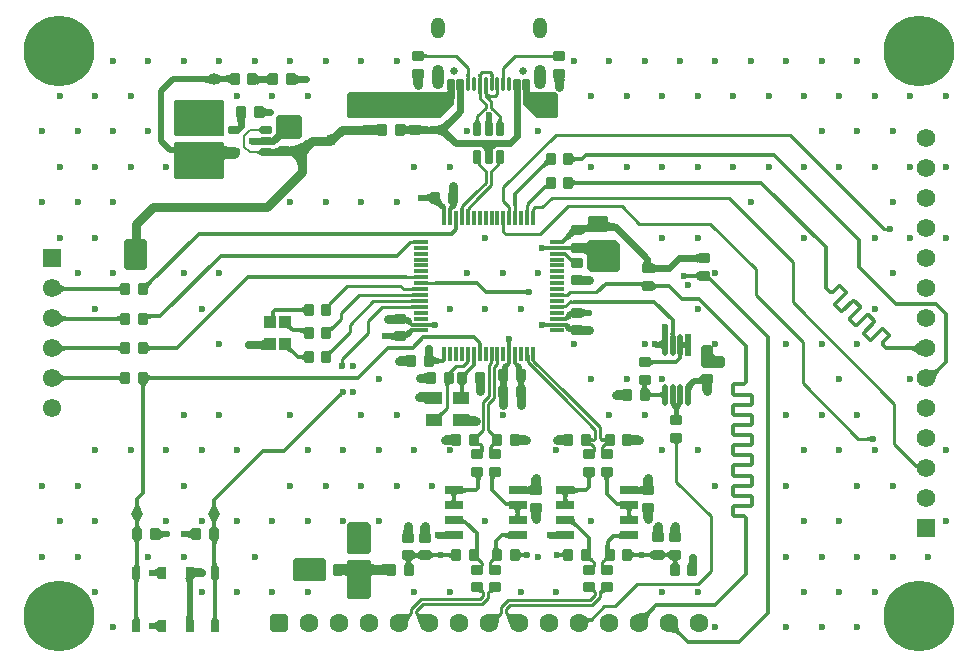
<source format=gbr>
%TF.GenerationSoftware,Altium Limited,Altium Designer,26.2.0 (7)*%
G04 Layer_Physical_Order=1*
G04 Layer_Color=255*
%FSLAX45Y45*%
%MOMM*%
%TF.SameCoordinates,98F60570-CFD4-4618-BAC5-DA2D18F82F03*%
%TF.FilePolarity,Positive*%
%TF.FileFunction,Copper,L1,Top,Signal*%
%TF.Part,Single*%
G01*
G75*
%TA.AperFunction,Conductor*%
%ADD10C,0.28400*%
%TA.AperFunction,SMDPad,CuDef*%
G04:AMPARAMS|DCode=11|XSize=0.8mm|YSize=1mm|CornerRadius=0.1mm|HoleSize=0mm|Usage=FLASHONLY|Rotation=270.000|XOffset=0mm|YOffset=0mm|HoleType=Round|Shape=RoundedRectangle|*
%AMROUNDEDRECTD11*
21,1,0.80000,0.80000,0,0,270.0*
21,1,0.60000,1.00000,0,0,270.0*
1,1,0.20000,-0.40000,-0.30000*
1,1,0.20000,-0.40000,0.30000*
1,1,0.20000,0.40000,0.30000*
1,1,0.20000,0.40000,-0.30000*
%
%ADD11ROUNDEDRECTD11*%
G04:AMPARAMS|DCode=12|XSize=0.8mm|YSize=1mm|CornerRadius=0.1mm|HoleSize=0mm|Usage=FLASHONLY|Rotation=180.000|XOffset=0mm|YOffset=0mm|HoleType=Round|Shape=RoundedRectangle|*
%AMROUNDEDRECTD12*
21,1,0.80000,0.80000,0,0,180.0*
21,1,0.60000,1.00000,0,0,180.0*
1,1,0.20000,-0.30000,0.40000*
1,1,0.20000,0.30000,0.40000*
1,1,0.20000,0.30000,-0.40000*
1,1,0.20000,-0.30000,-0.40000*
%
%ADD12ROUNDEDRECTD12*%
G04:AMPARAMS|DCode=13|XSize=1.3mm|YSize=1.1mm|CornerRadius=0.055mm|HoleSize=0mm|Usage=FLASHONLY|Rotation=180.000|XOffset=0mm|YOffset=0mm|HoleType=Round|Shape=RoundedRectangle|*
%AMROUNDEDRECTD13*
21,1,1.30000,0.99000,0,0,180.0*
21,1,1.19000,1.10000,0,0,180.0*
1,1,0.11000,-0.59500,0.49500*
1,1,0.11000,0.59500,0.49500*
1,1,0.11000,0.59500,-0.49500*
1,1,0.11000,-0.59500,-0.49500*
%
%ADD13ROUNDEDRECTD13*%
G04:AMPARAMS|DCode=14|XSize=1.4mm|YSize=1.7mm|CornerRadius=0.175mm|HoleSize=0mm|Usage=FLASHONLY|Rotation=90.000|XOffset=0mm|YOffset=0mm|HoleType=Round|Shape=RoundedRectangle|*
%AMROUNDEDRECTD14*
21,1,1.40000,1.35000,0,0,90.0*
21,1,1.05000,1.70000,0,0,90.0*
1,1,0.35000,0.67500,0.52500*
1,1,0.35000,0.67500,-0.52500*
1,1,0.35000,-0.67500,-0.52500*
1,1,0.35000,-0.67500,0.52500*
%
%ADD14ROUNDEDRECTD14*%
%ADD15R,0.30480X1.19380*%
%ADD16R,1.19380X0.30480*%
%TA.AperFunction,TestPad*%
G04:AMPARAMS|DCode=17|XSize=1mm|YSize=0.7mm|CornerRadius=0.035mm|HoleSize=0mm|Usage=FLASHONLY|Rotation=90.000|XOffset=0mm|YOffset=0mm|HoleType=Round|Shape=RoundedRectangle|*
%AMROUNDEDRECTD17*
21,1,1.00000,0.63000,0,0,90.0*
21,1,0.93000,0.70000,0,0,90.0*
1,1,0.07000,0.31500,0.46500*
1,1,0.07000,0.31500,-0.46500*
1,1,0.07000,-0.31500,-0.46500*
1,1,0.07000,-0.31500,0.46500*
%
%ADD17ROUNDEDRECTD17*%
%ADD18C,1.00000*%
%TA.AperFunction,SMDPad,CuDef*%
G04:AMPARAMS|DCode=19|XSize=0.6mm|YSize=1.05mm|CornerRadius=0.075mm|HoleSize=0mm|Usage=FLASHONLY|Rotation=270.000|XOffset=0mm|YOffset=0mm|HoleType=Round|Shape=RoundedRectangle|*
%AMROUNDEDRECTD19*
21,1,0.60000,0.90000,0,0,270.0*
21,1,0.45000,1.05000,0,0,270.0*
1,1,0.15000,-0.45000,-0.22500*
1,1,0.15000,-0.45000,0.22500*
1,1,0.15000,0.45000,0.22500*
1,1,0.15000,0.45000,-0.22500*
%
%ADD19ROUNDEDRECTD19*%
%ADD20R,1.00000X1.00000*%
G04:AMPARAMS|DCode=21|XSize=1.8565mm|YSize=0.49798mm|CornerRadius=0.24899mm|HoleSize=0mm|Usage=FLASHONLY|Rotation=270.000|XOffset=0mm|YOffset=0mm|HoleType=Round|Shape=RoundedRectangle|*
%AMROUNDEDRECTD21*
21,1,1.85650,0.00000,0,0,270.0*
21,1,1.35852,0.49798,0,0,270.0*
1,1,0.49798,0.00000,-0.67926*
1,1,0.49798,0.00000,0.67926*
1,1,0.49798,0.00000,0.67926*
1,1,0.49798,0.00000,-0.67926*
%
%ADD21ROUNDEDRECTD21*%
G04:AMPARAMS|DCode=22|XSize=1.55mm|YSize=0.6mm|CornerRadius=0.051mm|HoleSize=0mm|Usage=FLASHONLY|Rotation=0.000|XOffset=0mm|YOffset=0mm|HoleType=Round|Shape=RoundedRectangle|*
%AMROUNDEDRECTD22*
21,1,1.55000,0.49800,0,0,0.0*
21,1,1.44800,0.60000,0,0,0.0*
1,1,0.10200,0.72400,-0.24900*
1,1,0.10200,-0.72400,-0.24900*
1,1,0.10200,-0.72400,0.24900*
1,1,0.10200,0.72400,0.24900*
%
%ADD22ROUNDEDRECTD22*%
G04:AMPARAMS|DCode=23|XSize=0.6mm|YSize=1.2mm|CornerRadius=0.075mm|HoleSize=0mm|Usage=FLASHONLY|Rotation=180.000|XOffset=0mm|YOffset=0mm|HoleType=Round|Shape=RoundedRectangle|*
%AMROUNDEDRECTD23*
21,1,0.60000,1.05000,0,0,180.0*
21,1,0.45000,1.20000,0,0,180.0*
1,1,0.15000,-0.22500,0.52500*
1,1,0.15000,0.22500,0.52500*
1,1,0.15000,0.22500,-0.52500*
1,1,0.15000,-0.22500,-0.52500*
%
%ADD23ROUNDEDRECTD23*%
%TA.AperFunction,TestPad*%
G04:AMPARAMS|DCode=24|XSize=0.6mm|YSize=1mm|CornerRadius=0.075mm|HoleSize=0mm|Usage=FLASHONLY|Rotation=180.000|XOffset=0mm|YOffset=0mm|HoleType=Round|Shape=RoundedRectangle|*
%AMROUNDEDRECTD24*
21,1,0.60000,0.85000,0,0,180.0*
21,1,0.45000,1.00000,0,0,180.0*
1,1,0.15000,-0.22500,0.42500*
1,1,0.15000,0.22500,0.42500*
1,1,0.15000,0.22500,-0.42500*
1,1,0.15000,-0.22500,-0.42500*
%
%ADD24ROUNDEDRECTD24*%
%TA.AperFunction,SMDPad,CuDef*%
%ADD25R,0.49798X1.85650*%
%TA.AperFunction,TestPad*%
G04:AMPARAMS|DCode=26|XSize=0.3mm|YSize=1.15mm|CornerRadius=0.0375mm|HoleSize=0mm|Usage=FLASHONLY|Rotation=180.000|XOffset=0mm|YOffset=0mm|HoleType=Round|Shape=RoundedRectangle|*
%AMROUNDEDRECTD26*
21,1,0.30000,1.07500,0,0,180.0*
21,1,0.22500,1.15000,0,0,180.0*
1,1,0.07500,-0.11250,0.53750*
1,1,0.07500,0.11250,0.53750*
1,1,0.07500,0.11250,-0.53750*
1,1,0.07500,-0.11250,-0.53750*
%
%ADD26ROUNDEDRECTD26*%
%TA.AperFunction,Conductor*%
%ADD27C,0.34900*%
%ADD28C,0.30000*%
%ADD29C,0.50000*%
%ADD30C,1.00000*%
%ADD31C,0.60000*%
%ADD32C,0.70000*%
%ADD33C,0.80000*%
%ADD34C,0.20000*%
%ADD35C,0.21800*%
%ADD36C,0.34930*%
%ADD37C,0.25000*%
%TA.AperFunction,ComponentPad*%
%ADD38C,1.57000*%
%ADD39R,1.57000X1.57000*%
%ADD40C,1.55000*%
%ADD41R,1.55000X1.55000*%
%ADD42C,1.60000*%
G04:AMPARAMS|DCode=43|XSize=1.6mm|YSize=1.6mm|CornerRadius=0.4mm|HoleSize=0mm|Usage=FLASHONLY|Rotation=0.000|XOffset=0mm|YOffset=0mm|HoleType=Round|Shape=RoundedRectangle|*
%AMROUNDEDRECTD43*
21,1,1.60000,0.80000,0,0,0.0*
21,1,0.80000,1.60000,0,0,0.0*
1,1,0.80000,0.40000,-0.40000*
1,1,0.80000,-0.40000,-0.40000*
1,1,0.80000,-0.40000,0.40000*
1,1,0.80000,0.40000,0.40000*
%
%ADD43ROUNDEDRECTD43*%
%TA.AperFunction,TestPad*%
%ADD44O,1.00000X2.10000*%
%ADD45O,1.20000X1.80000*%
%TA.AperFunction,ViaPad*%
%ADD46C,6.00000*%
%TA.AperFunction,TestPad*%
%ADD47C,0.65000*%
%TA.AperFunction,ViaPad*%
%ADD48C,0.60000*%
G36*
X3450135Y5122625D02*
X3450885Y5120500D01*
X3452135Y5118625D01*
X3453885Y5117000D01*
X3456135Y5115625D01*
X3458885Y5114500D01*
X3462135Y5113625D01*
X3465885Y5113000D01*
X3470135Y5112625D01*
X3474885Y5112500D01*
Y5087500D01*
X3470135Y5087375D01*
X3465885Y5087000D01*
X3462135Y5086375D01*
X3458885Y5085500D01*
X3456135Y5084375D01*
X3453885Y5083000D01*
X3452135Y5081375D01*
X3450885Y5079500D01*
X3450135Y5077375D01*
X3449885Y5075000D01*
Y5125000D01*
X3450135Y5122625D01*
D02*
G37*
G36*
X4550115Y5070000D02*
X4549865Y5072375D01*
X4549115Y5074500D01*
X4547865Y5076375D01*
X4546115Y5078000D01*
X4543865Y5079375D01*
X4541115Y5080500D01*
X4537865Y5081375D01*
X4534115Y5082000D01*
X4529865Y5082375D01*
X4525115Y5082500D01*
Y5107500D01*
X4529865Y5107625D01*
X4534115Y5108000D01*
X4537865Y5108625D01*
X4541115Y5109500D01*
X4543865Y5110625D01*
X4546115Y5112000D01*
X4547865Y5113625D01*
X4549115Y5115500D01*
X4549865Y5117625D01*
X4550115Y5120000D01*
Y5070000D01*
D02*
G37*
G36*
X1810592Y4857604D02*
X1809192Y4862354D01*
X1806981Y4866604D01*
X1803960Y4870354D01*
X1800129Y4873604D01*
X1795486Y4876354D01*
X1790034Y4878604D01*
X1783770Y4880354D01*
X1776695Y4881604D01*
X1768811Y4882354D01*
X1765521Y4882448D01*
X1763785Y4882406D01*
X1756081Y4881812D01*
X1748766Y4880822D01*
X1741838Y4879437D01*
X1735298Y4877655D01*
X1729146Y4875477D01*
X1723382Y4872904D01*
X1718006Y4869934D01*
X1713018Y4866569D01*
X1708418Y4862808D01*
X1702373Y4941842D01*
X1705520Y4940087D01*
X1709313Y4938516D01*
X1713752Y4937130D01*
X1718837Y4935929D01*
X1724567Y4934913D01*
X1737966Y4933435D01*
X1753948Y4932696D01*
X1761159Y4932622D01*
X1768435Y4932748D01*
X1783054Y4933898D01*
X1789354Y4934906D01*
X1794980Y4936200D01*
X1799933Y4937783D01*
X1804212Y4939653D01*
X1807818Y4941811D01*
X1810751Y4944257D01*
X1813010Y4946990D01*
X1810592Y4857604D01*
D02*
G37*
G36*
X2138010Y4853010D02*
X2134836Y4857188D01*
X2131192Y4860927D01*
X2127078Y4864225D01*
X2122494Y4867084D01*
X2117439Y4869503D01*
X2111915Y4871482D01*
X2105920Y4873021D01*
X2099455Y4874121D01*
X2092520Y4874780D01*
X2087500Y4874929D01*
X2082480Y4874780D01*
X2075545Y4874121D01*
X2069080Y4873021D01*
X2063085Y4871482D01*
X2057561Y4869503D01*
X2052506Y4867084D01*
X2047922Y4864225D01*
X2043808Y4860927D01*
X2040164Y4857188D01*
X2036990Y4853010D01*
Y4946990D01*
X2040164Y4942812D01*
X2043808Y4939073D01*
X2047922Y4935775D01*
X2052506Y4932916D01*
X2057561Y4930498D01*
X2063085Y4928518D01*
X2069080Y4926979D01*
X2075545Y4925880D01*
X2082480Y4925220D01*
X2087500Y4925071D01*
X2092520Y4925220D01*
X2099455Y4925880D01*
X2105920Y4926979D01*
X2111915Y4928518D01*
X2117439Y4930498D01*
X2122494Y4932916D01*
X2127078Y4935775D01*
X2131192Y4939073D01*
X2134836Y4942812D01*
X2138010Y4946990D01*
Y4853010D01*
D02*
G37*
G36*
X4137520Y4939687D02*
X4138777Y4919376D01*
X4139116Y4918151D01*
X4139495Y4917344D01*
X4110504D01*
X4110884Y4918151D01*
X4111223Y4919376D01*
X4111522Y4921021D01*
X4111781Y4923084D01*
X4112320Y4931789D01*
X4112500Y4944264D01*
X4137500D01*
X4137520Y4939687D01*
D02*
G37*
G36*
X4039495Y4917344D02*
X4010504D01*
X4010560Y4917712D01*
X4010611Y4918639D01*
X4010799Y4946186D01*
X4039200D01*
X4039495Y4917344D01*
D02*
G37*
G36*
X3939495D02*
X3910504D01*
X3910560Y4917712D01*
X3910611Y4918639D01*
X3910800Y4946186D01*
X3939199D01*
X3939495Y4917344D01*
D02*
G37*
G36*
X3837520Y4939687D02*
X3838777Y4919376D01*
X3839116Y4918151D01*
X3839495Y4917344D01*
X3810504D01*
X3810884Y4918151D01*
X3811223Y4919376D01*
X3811522Y4921021D01*
X3811782Y4923084D01*
X3812320Y4931789D01*
X3812500Y4944264D01*
X3837500D01*
X3837520Y4939687D01*
D02*
G37*
G36*
X1644500Y4860380D02*
X1640453Y4863158D01*
X1635910Y4865643D01*
X1630871Y4867836D01*
X1625336Y4869737D01*
X1619304Y4871345D01*
X1612775Y4872661D01*
X1605751Y4873684D01*
X1590212Y4874854D01*
X1581699Y4875000D01*
Y4925000D01*
X1590212Y4925146D01*
X1605751Y4926316D01*
X1612775Y4927339D01*
X1619304Y4928655D01*
X1625336Y4930263D01*
X1630871Y4932164D01*
X1635910Y4934357D01*
X1640453Y4936843D01*
X1644500Y4939620D01*
Y4860380D01*
D02*
G37*
G36*
X2364662Y4943762D02*
X2368139Y4940874D01*
X2372418Y4938325D01*
X2377502Y4936116D01*
X2383390Y4934247D01*
X2390081Y4932718D01*
X2397577Y4931529D01*
X2405876Y4930680D01*
X2424885Y4930000D01*
Y4870000D01*
X2414978Y4869830D01*
X2397577Y4868471D01*
X2390081Y4867282D01*
X2383390Y4865753D01*
X2377502Y4863884D01*
X2372418Y4861675D01*
X2368139Y4859127D01*
X2364662Y4856238D01*
X2361990Y4853010D01*
Y4946990D01*
X2364662Y4943762D01*
D02*
G37*
G36*
X3445662Y4911540D02*
X3444473Y4908996D01*
X3443425Y4905378D01*
X3442516Y4900687D01*
X3441747Y4894922D01*
X3440629Y4880174D01*
X3440000Y4850000D01*
X3360000D01*
X3359930Y4861131D01*
X3357484Y4900687D01*
X3356575Y4905378D01*
X3355527Y4908996D01*
X3354338Y4911540D01*
X3353010Y4913010D01*
X3446990D01*
X3445662Y4911540D01*
D02*
G37*
G36*
X4645662Y4906490D02*
X4644473Y4903795D01*
X4643425Y4899928D01*
X4642516Y4894887D01*
X4641747Y4888672D01*
X4640629Y4872724D01*
X4640000Y4840000D01*
X4560000D01*
X4559930Y4852081D01*
X4556575Y4899928D01*
X4555527Y4903795D01*
X4554338Y4906490D01*
X4553010Y4908011D01*
X4646990D01*
X4645662Y4906490D01*
D02*
G37*
G36*
X4089287Y4806563D02*
X4089101Y4805441D01*
X4088936Y4803789D01*
X4088575Y4795654D01*
X4088400Y4777393D01*
X4060000Y4776587D01*
X4060504Y4807155D01*
X4089495D01*
X4089287Y4806563D01*
D02*
G37*
G36*
X3939999Y4776587D02*
X3911600Y4777393D01*
X3910504Y4807155D01*
X3939495D01*
X3939999Y4776587D01*
D02*
G37*
G36*
X3989439Y4806787D02*
X3989389Y4805860D01*
X3989332Y4797583D01*
X3989484Y4794700D01*
X3990336Y4789872D01*
X3991756Y4785612D01*
X3993744Y4781920D01*
X3996300Y4778796D01*
X3999424Y4776240D01*
X4003116Y4774252D01*
X4007376Y4772832D01*
X4012204Y4771980D01*
X4017600Y4771696D01*
X4037682Y4743296D01*
X4032486Y4743095D01*
X4028261Y4742492D01*
X4025005Y4741488D01*
X4022719Y4740083D01*
X4021402Y4738275D01*
X4021055Y4736066D01*
X4021678Y4733456D01*
X4023270Y4730443D01*
X4025832Y4727029D01*
X4029363Y4723214D01*
X3975000Y4757496D01*
X3981939Y4778314D01*
X3960800D01*
X3960504Y4807155D01*
X3989495D01*
X3989439Y4806787D01*
D02*
G37*
G36*
X2094613Y4666262D02*
X2097943Y4663373D01*
X2101979Y4660825D01*
X2106720Y4658616D01*
X2112168Y4656747D01*
X2118323Y4655218D01*
X2125183Y4654029D01*
X2132749Y4653180D01*
X2150000Y4652500D01*
Y4592500D01*
X2141021Y4592330D01*
X2125183Y4590971D01*
X2118323Y4589782D01*
X2112168Y4588253D01*
X2106720Y4586384D01*
X2101979Y4584175D01*
X2097943Y4581627D01*
X2094613Y4578738D01*
X2091989Y4575510D01*
Y4669490D01*
X2094613Y4666262D01*
D02*
G37*
G36*
X4360000Y4790000D02*
X4570000D01*
X4590000Y4770000D01*
Y4590000D01*
X4570000Y4570000D01*
X4407500D01*
X4290000Y4687500D01*
Y4817500D01*
X4332500D01*
X4360000Y4790000D01*
D02*
G37*
G36*
X3710000Y4687500D02*
X3592500Y4570000D01*
X2820000D01*
X2800000Y4590000D01*
Y4650000D01*
X2800000Y4770000D01*
X2819998Y4789998D01*
X3410000Y4790000D01*
X3640000D01*
X3667500Y4817500D01*
X3710000D01*
Y4687500D01*
D02*
G37*
G36*
X4109334Y4564054D02*
X4109739Y4560122D01*
X4110413Y4556441D01*
X4111358Y4553010D01*
X4112571Y4549830D01*
X4114055Y4546901D01*
X4115808Y4544222D01*
X4117831Y4541793D01*
X4120124Y4539615D01*
X4122687Y4537687D01*
X4067312D01*
X4069875Y4539615D01*
X4072168Y4541793D01*
X4074191Y4544222D01*
X4075944Y4546901D01*
X4077428Y4549830D01*
X4078642Y4553010D01*
X4079586Y4556441D01*
X4080260Y4560122D01*
X4080665Y4564054D01*
X4080800Y4568236D01*
X4109200D01*
X4109334Y4564054D01*
D02*
G37*
G36*
X3919335D02*
X3919739Y4560122D01*
X3920414Y4556441D01*
X3921358Y4553010D01*
X3922572Y4549830D01*
X3924055Y4546901D01*
X3925809Y4544222D01*
X3927832Y4541793D01*
X3930124Y4539615D01*
X3932687Y4537687D01*
X3877313D01*
X3879875Y4539615D01*
X3882168Y4541793D01*
X3884191Y4544222D01*
X3885944Y4546901D01*
X3887428Y4549830D01*
X3888642Y4553010D01*
X3889586Y4556441D01*
X3890260Y4560122D01*
X3890665Y4564054D01*
X3890800Y4568236D01*
X3919200D01*
X3919335Y4564054D01*
D02*
G37*
G36*
X4025042Y4580225D02*
X4027737Y4539517D01*
X4028464Y4537000D01*
X4029277Y4535307D01*
X3970722D01*
X3971535Y4537000D01*
X3972262Y4539517D01*
X3972904Y4542859D01*
X3973460Y4547025D01*
X3974315Y4557831D01*
X3975000Y4589339D01*
X4025000D01*
X4025042Y4580225D01*
D02*
G37*
G36*
X1942397Y4575596D02*
X1940845Y4571700D01*
X1939475Y4567028D01*
X1938287Y4561581D01*
X1937283Y4555358D01*
X1935822Y4540587D01*
X1935091Y4522714D01*
X1935000Y4512615D01*
X1875000D01*
X1874908Y4522714D01*
X1872717Y4555358D01*
X1871712Y4561581D01*
X1870525Y4567028D01*
X1869155Y4571700D01*
X1867602Y4575596D01*
X1865867Y4578717D01*
X1944133D01*
X1942397Y4575596D01*
D02*
G37*
G36*
X2060164Y4452500D02*
X2059964Y4454400D01*
X2059364Y4456100D01*
X2058364Y4457600D01*
X2056964Y4458900D01*
X2055164Y4460000D01*
X2052964Y4460900D01*
X2050364Y4461600D01*
X2047364Y4462100D01*
X2043964Y4462400D01*
X2040164Y4462500D01*
Y4482500D01*
X2043964Y4482600D01*
X2047364Y4482900D01*
X2050364Y4483399D01*
X2052964Y4484099D01*
X2055164Y4484999D01*
X2056964Y4486099D01*
X2058364Y4487399D01*
X2059364Y4488900D01*
X2059964Y4490600D01*
X2060164Y4492500D01*
Y4452500D01*
D02*
G37*
G36*
X3573836Y4435900D02*
X3571093Y4437629D01*
X3567429Y4439176D01*
X3562845Y4440541D01*
X3557342Y4441724D01*
X3550918Y4442725D01*
X3535311Y4444181D01*
X3516024Y4444909D01*
X3505000Y4445000D01*
Y4505000D01*
X3516024Y4505091D01*
X3550918Y4507275D01*
X3557342Y4508276D01*
X3562845Y4509459D01*
X3567429Y4510824D01*
X3571093Y4512371D01*
X3573836Y4514100D01*
Y4435900D01*
D02*
G37*
G36*
X3421904Y4512398D02*
X3425800Y4510845D01*
X3430472Y4509475D01*
X3435919Y4508288D01*
X3442142Y4507283D01*
X3456913Y4505822D01*
X3474786Y4505092D01*
X3484885Y4505000D01*
Y4445000D01*
X3474786Y4444909D01*
X3442142Y4442717D01*
X3435919Y4441712D01*
X3430472Y4440525D01*
X3425800Y4439155D01*
X3421904Y4437603D01*
X3418783Y4435867D01*
Y4514133D01*
X3421904Y4512398D01*
D02*
G37*
G36*
X3289662Y4518762D02*
X3293139Y4515874D01*
X3297419Y4513325D01*
X3302503Y4511116D01*
X3308390Y4509248D01*
X3313207Y4508147D01*
X3314081Y4508288D01*
X3319528Y4509475D01*
X3324200Y4510845D01*
X3328096Y4512398D01*
X3331217Y4514133D01*
Y4505668D01*
X3349885Y4505000D01*
Y4445000D01*
X3339979Y4444830D01*
X3331217Y4444146D01*
Y4435867D01*
X3328096Y4437603D01*
X3324200Y4439155D01*
X3319528Y4440525D01*
X3314081Y4441712D01*
X3313207Y4441853D01*
X3308390Y4440753D01*
X3302503Y4438884D01*
X3297419Y4436675D01*
X3293139Y4434127D01*
X3289662Y4431239D01*
X3286990Y4428010D01*
Y4444427D01*
X3275214Y4444909D01*
X3265115Y4445000D01*
Y4505000D01*
X3275214Y4505092D01*
X3286990Y4505882D01*
Y4521990D01*
X3289662Y4518762D01*
D02*
G37*
G36*
X3066217Y4425867D02*
X3062896Y4427603D01*
X3058400Y4429155D01*
X3052728Y4430525D01*
X3045881Y4431712D01*
X3028660Y4433539D01*
X3006738Y4434635D01*
X2980115Y4435000D01*
Y4515000D01*
X2994014Y4515092D01*
X3045881Y4518288D01*
X3052728Y4519475D01*
X3058400Y4520845D01*
X3062896Y4522398D01*
X3066217Y4524133D01*
Y4425867D01*
D02*
G37*
G36*
X1760000Y4720000D02*
X1760000Y4430000D01*
X1750000Y4420000D01*
X1350000D01*
X1340000Y4430000D01*
X1340000Y4720000D01*
X1350000Y4730000D01*
X1750000D01*
X1760000Y4720000D01*
D02*
G37*
G36*
X3696924Y4524497D02*
X3689193Y4516638D01*
X3666063Y4490420D01*
X3662229Y4485170D01*
X3659174Y4480441D01*
X3656898Y4476235D01*
X3656396Y4475000D01*
X3656898Y4473765D01*
X3659174Y4469558D01*
X3662229Y4464830D01*
X3666063Y4459580D01*
X3676070Y4447515D01*
X3689193Y4433362D01*
X3696924Y4425502D01*
X3654497Y4383076D01*
X3646638Y4390807D01*
X3620419Y4413937D01*
X3615170Y4417771D01*
X3610441Y4420826D01*
X3606235Y4423102D01*
X3602550Y4424598D01*
X3599388Y4425316D01*
X3649072Y4475000D01*
X3599388Y4524684D01*
X3602550Y4525401D01*
X3606235Y4526898D01*
X3610441Y4529174D01*
X3615170Y4532229D01*
X3620419Y4536063D01*
X3632485Y4546070D01*
X3646638Y4559193D01*
X3654497Y4566924D01*
X3696924Y4524497D01*
D02*
G37*
G36*
X2400001Y4599998D02*
X2419999Y4580001D01*
X2420000Y4420000D01*
X2400000Y4400000D01*
X2256689D01*
X2250041Y4397008D01*
X2241556Y4392341D01*
X2233070Y4386826D01*
X2224585Y4380462D01*
X2216100Y4373249D01*
X2207615Y4365188D01*
X2156475Y4398902D01*
X2167906Y4410512D01*
X2200000Y4447594D01*
Y4580000D01*
X2220000Y4600000D01*
X2400001Y4599998D01*
D02*
G37*
G36*
X2099470Y4282629D02*
X2098812Y4282483D01*
X2098079Y4282210D01*
X2097273Y4281808D01*
X2096394Y4281280D01*
X2095441Y4280623D01*
X2093314Y4278928D01*
X2090892Y4276723D01*
X2089571Y4275429D01*
X2075429Y4289571D01*
X2076723Y4290892D01*
X2080624Y4295440D01*
X2081280Y4296393D01*
X2081809Y4297273D01*
X2082210Y4298079D01*
X2082484Y4298811D01*
X2082630Y4299470D01*
X2099470Y4282629D01*
D02*
G37*
G36*
X4089999Y4330000D02*
X4078599Y4329400D01*
X4068400Y4327600D01*
X4059400Y4324600D01*
X4051599Y4320400D01*
X4045000Y4315000D01*
X4039599Y4308400D01*
X4035400Y4300600D01*
X4032400Y4291600D01*
X4030600Y4281400D01*
X4030000Y4270000D01*
X3970000D01*
X3969400Y4281400D01*
X3967600Y4291600D01*
X3964600Y4300600D01*
X3960400Y4308400D01*
X3955000Y4315000D01*
X3948400Y4320400D01*
X3940600Y4324600D01*
X3931600Y4327600D01*
X3921400Y4329400D01*
X3910000Y4330000D01*
X4000000Y4390000D01*
X4089999Y4330000D01*
D02*
G37*
G36*
X2060164Y4262500D02*
X2059964Y4264400D01*
X2059364Y4266100D01*
X2058364Y4267600D01*
X2056964Y4268900D01*
X2055164Y4270000D01*
X2052964Y4270900D01*
X2050364Y4271600D01*
X2047364Y4272100D01*
X2043964Y4272400D01*
X2040164Y4272500D01*
Y4292500D01*
X2043964Y4292600D01*
X2047364Y4292900D01*
X2050364Y4293400D01*
X2052964Y4294100D01*
X2055164Y4295000D01*
X2056964Y4296100D01*
X2058364Y4297400D01*
X2059364Y4298900D01*
X2059964Y4300600D01*
X2060164Y4302500D01*
Y4262500D01*
D02*
G37*
G36*
X2226217Y4258367D02*
X2160115Y4252500D01*
Y4312500D01*
X2169420Y4312720D01*
X2178055Y4313379D01*
X2186020Y4314479D01*
X2193314Y4316018D01*
X2199939Y4317997D01*
X2205893Y4320416D01*
X2211178Y4323275D01*
X2215792Y4326573D01*
X2219736Y4330312D01*
X2223010Y4334490D01*
X2226217Y4258367D01*
D02*
G37*
G36*
X4715234Y4256585D02*
X4716281Y4253618D01*
X4718026Y4251000D01*
X4720469Y4248732D01*
X4723610Y4246812D01*
X4727449Y4245242D01*
X4731986Y4244020D01*
X4737221Y4243148D01*
X4743154Y4242624D01*
X4749785Y4242450D01*
Y4207550D01*
X4743154Y4207375D01*
X4737221Y4206852D01*
X4731986Y4205979D01*
X4727449Y4204758D01*
X4723610Y4203187D01*
X4720469Y4201268D01*
X4718026Y4198999D01*
X4716281Y4196382D01*
X4715234Y4193415D01*
X4714885Y4190100D01*
Y4259900D01*
X4715234Y4256585D01*
D02*
G37*
G36*
X2512819Y4337500D02*
X2502070Y4325952D01*
X2492454Y4313935D01*
X2483969Y4301450D01*
X2476615Y4288496D01*
X2470392Y4275073D01*
X2465301Y4261182D01*
X2461341Y4246823D01*
X2458513Y4231994D01*
X2456816Y4216697D01*
X2456250Y4200931D01*
X2376250Y4177500D01*
X2375450Y4192700D01*
X2373050Y4206300D01*
X2369050Y4218300D01*
X2363450Y4228700D01*
X2356250Y4237500D01*
X2347450Y4244700D01*
X2337050Y4250300D01*
X2325050Y4254300D01*
X2311450Y4256700D01*
X2296250Y4257500D01*
X2319681Y4337500D01*
X2335447Y4338066D01*
X2350744Y4339763D01*
X2365573Y4342591D01*
X2379932Y4346551D01*
X2393824Y4351642D01*
X2407246Y4357865D01*
X2420200Y4365219D01*
X2432685Y4373704D01*
X2444702Y4383320D01*
X2456250Y4394069D01*
X2512819Y4337500D01*
D02*
G37*
G36*
X4519471Y4175115D02*
X4514536Y4174868D01*
X4509601Y4174129D01*
X4504667Y4172897D01*
X4499734Y4171172D01*
X4494802Y4168954D01*
X4489870Y4166243D01*
X4484938Y4163039D01*
X4480008Y4159343D01*
X4475078Y4155153D01*
X4470149Y4150471D01*
X4448098Y4177776D01*
X4455131Y4185056D01*
X4466977Y4198876D01*
X4471789Y4205416D01*
X4475861Y4211708D01*
X4479192Y4217755D01*
X4481784Y4223554D01*
X4483634Y4229106D01*
X4484745Y4234412D01*
X4485115Y4239471D01*
X4519471Y4175115D01*
D02*
G37*
G36*
X1760000Y4360000D02*
Y4336603D01*
X1763174Y4335883D01*
X1773355Y4334192D01*
X1797834Y4331733D01*
X1827801Y4330504D01*
X1844843Y4330350D01*
Y4230350D01*
X1828810Y4230153D01*
X1787598Y4227203D01*
X1776157Y4225432D01*
X1765864Y4223269D01*
X1760000Y4221629D01*
X1760000Y4070000D01*
X1750000Y4060000D01*
X1350000D01*
X1340000Y4070000D01*
X1340000Y4360000D01*
X1350000Y4370000D01*
X1750000D01*
X1760000Y4360000D01*
D02*
G37*
G36*
X4715234Y4056585D02*
X4716281Y4053618D01*
X4718026Y4051001D01*
X4720469Y4048732D01*
X4723610Y4046813D01*
X4727449Y4045242D01*
X4731986Y4044021D01*
X4737221Y4043148D01*
X4743154Y4042625D01*
X4749785Y4042450D01*
Y4007550D01*
X4743154Y4007376D01*
X4737221Y4006852D01*
X4731986Y4005980D01*
X4727449Y4004758D01*
X4723610Y4003188D01*
X4720469Y4001268D01*
X4718026Y3999000D01*
X4716281Y3996382D01*
X4715234Y3993415D01*
X4714885Y3990100D01*
Y4059900D01*
X4715234Y4056585D01*
D02*
G37*
G36*
X3513010Y3853010D02*
X3509836Y3857188D01*
X3506192Y3860927D01*
X3502078Y3864225D01*
X3497494Y3867084D01*
X3492439Y3869503D01*
X3486915Y3871482D01*
X3480920Y3873021D01*
X3474455Y3874121D01*
X3467520Y3874780D01*
X3460115Y3875000D01*
Y3925000D01*
X3467520Y3925220D01*
X3474455Y3925880D01*
X3480920Y3926979D01*
X3486915Y3928518D01*
X3492439Y3930498D01*
X3497494Y3932916D01*
X3502078Y3935775D01*
X3506192Y3939073D01*
X3509836Y3942812D01*
X3513010Y3946990D01*
Y3853010D01*
D02*
G37*
G36*
X3590239Y3895265D02*
X3591299Y3889976D01*
X3593067Y3884477D01*
X3595542Y3878768D01*
X3598724Y3872850D01*
X3602613Y3866722D01*
X3607209Y3860385D01*
X3612512Y3853838D01*
X3625240Y3840115D01*
X3592322Y3802322D01*
X3584088Y3810308D01*
X3560664Y3830000D01*
X3553282Y3835143D01*
X3546114Y3839576D01*
X3539158Y3843298D01*
X3532415Y3846309D01*
X3525886Y3848610D01*
X3519569Y3850201D01*
X3589885Y3900345D01*
X3590239Y3895265D01*
D02*
G37*
G36*
X4389935Y3784385D02*
X4360065D01*
X4361048Y3784570D01*
X4361928Y3785124D01*
X4362704Y3786048D01*
X4363377Y3787340D01*
X4363946Y3789003D01*
X4364412Y3791034D01*
X4364774Y3793435D01*
X4365033Y3796206D01*
X4365240Y3802855D01*
X4390240D01*
X4389935Y3784385D01*
D02*
G37*
G36*
X4337524Y3804635D02*
X4338693Y3786635D01*
X4339058Y3785385D01*
X4339472Y3784635D01*
X4339935Y3784385D01*
X4310065D01*
X4310528Y3784635D01*
X4310942Y3785385D01*
X4311307Y3786635D01*
X4311623Y3788385D01*
X4311891Y3790635D01*
X4312281Y3796635D01*
X4312500Y3809385D01*
X4337500D01*
X4337524Y3804635D01*
D02*
G37*
G36*
X4237524D02*
X4238693Y3786635D01*
X4239059Y3785385D01*
X4239472Y3784635D01*
X4239935Y3784385D01*
X4210065D01*
X4210528Y3784635D01*
X4210942Y3785385D01*
X4211307Y3786635D01*
X4211623Y3788385D01*
X4211891Y3790635D01*
X4212281Y3796635D01*
X4212500Y3809385D01*
X4237500D01*
X4237524Y3804635D01*
D02*
G37*
G36*
X4187524D02*
X4188693Y3786635D01*
X4189058Y3785385D01*
X4189472Y3784635D01*
X4189935Y3784385D01*
X4160065D01*
X4160527Y3784635D01*
X4160941Y3785385D01*
X4161307Y3786635D01*
X4161623Y3788385D01*
X4161891Y3790635D01*
X4162281Y3796635D01*
X4162500Y3809385D01*
X4187500D01*
X4187524Y3804635D01*
D02*
G37*
G36*
X3837623Y3802380D02*
X3838744Y3786385D01*
X3839094Y3785274D01*
X3839491Y3784607D01*
X3839935Y3784385D01*
X3810065D01*
X3809200Y3806601D01*
X3837600D01*
X3837623Y3802380D01*
D02*
G37*
G36*
X3789935Y3784385D02*
X3760065D01*
X3760204Y3784669D01*
X3760329Y3785521D01*
X3760440Y3786941D01*
X3760771Y3802561D01*
X3760800Y3812785D01*
X3789200D01*
X3789935Y3784385D01*
D02*
G37*
G36*
X4139472Y3665365D02*
X4139058Y3664615D01*
X4138693Y3663365D01*
X4138377Y3661615D01*
X4138109Y3659365D01*
X4137719Y3653365D01*
X4137500Y3640615D01*
X4112500D01*
X4112476Y3645365D01*
X4111307Y3663365D01*
X4110941Y3664615D01*
X4110527Y3665365D01*
X4110065Y3665615D01*
X4139935D01*
X4139472Y3665365D01*
D02*
G37*
G36*
X3738952D02*
X3738072Y3664615D01*
X3737296Y3663365D01*
X3736623Y3661615D01*
X3736054Y3659365D01*
X3735588Y3656615D01*
X3735226Y3653365D01*
X3734812Y3645365D01*
X3734760Y3640615D01*
X3709760D01*
X3710065Y3665615D01*
X3739935D01*
X3738952Y3665365D01*
D02*
G37*
G36*
X5010443Y3706213D02*
X5012243Y3701113D01*
X5015243Y3696613D01*
X5019443Y3692713D01*
X5024843Y3689413D01*
X5031443Y3686713D01*
X5039243Y3684613D01*
X5048243Y3683113D01*
X5058443Y3682213D01*
X5069843Y3681913D01*
X5069292Y3621913D01*
X5058891Y3621805D01*
X5025261Y3619205D01*
X5018848Y3618013D01*
X5013232Y3616605D01*
X5008414Y3614980D01*
X5004394Y3613138D01*
X5001172Y3611080D01*
X5009843Y3711913D01*
X5010443Y3706213D01*
D02*
G37*
G36*
X4842916Y3664893D02*
X4849885Y3665000D01*
Y3615000D01*
X4848404Y3614946D01*
X4848829Y3611080D01*
X4847364Y3611825D01*
X4845014Y3612491D01*
X4841779Y3613079D01*
X4837658Y3613589D01*
X4835344Y3613728D01*
X4830603Y3612750D01*
X4824902Y3611000D01*
X4819564Y3608750D01*
X4814589Y3606000D01*
X4809977Y3602750D01*
X4805728Y3599000D01*
X4801842Y3594750D01*
X4798320Y3590000D01*
X4796792Y3614967D01*
X4794343Y3615000D01*
X4790157Y3665000D01*
X4799657Y3665250D01*
X4808157Y3666000D01*
X4815657Y3667250D01*
X4822157Y3669000D01*
X4827657Y3671250D01*
X4832157Y3674000D01*
X4835657Y3677250D01*
X4838157Y3681000D01*
X4839657Y3685250D01*
X4840157Y3690000D01*
X4842916Y3664893D01*
D02*
G37*
G36*
X7376754Y3611036D02*
X7375173Y3612783D01*
X7373429Y3614346D01*
X7371523Y3615725D01*
X7369455Y3616920D01*
X7367225Y3617931D01*
X7364832Y3618759D01*
X7362276Y3619402D01*
X7359559Y3619862D01*
X7356678Y3620138D01*
X7353636Y3620229D01*
X7356153Y3645229D01*
X7359176Y3645306D01*
X7362070Y3645535D01*
X7364835Y3645916D01*
X7367471Y3646451D01*
X7369978Y3647137D01*
X7372356Y3647977D01*
X7374604Y3648969D01*
X7376723Y3650114D01*
X7378714Y3651412D01*
X7380575Y3652862D01*
X7376754Y3611036D01*
D02*
G37*
G36*
X4745345Y3585115D02*
X4740290Y3584787D01*
X4735078Y3583803D01*
X4729707Y3582164D01*
X4724178Y3579868D01*
X4718491Y3576917D01*
X4712645Y3573310D01*
X4706641Y3569047D01*
X4700478Y3564128D01*
X4687678Y3552322D01*
X4652322Y3587678D01*
X4660538Y3596119D01*
X4680703Y3619667D01*
X4685930Y3626926D01*
X4694146Y3640556D01*
X4697133Y3646927D01*
X4699374Y3653003D01*
X4700867Y3658783D01*
X4745345Y3585115D01*
D02*
G37*
G36*
X4671837Y3545068D02*
X4670398Y3544684D01*
X4668478Y3543709D01*
X4666079Y3542143D01*
X4663199Y3539986D01*
X4656428Y3534260D01*
X4634385Y3510065D01*
X4597509Y3539935D01*
X4601752Y3540147D01*
X4605994Y3540784D01*
X4610237Y3541844D01*
X4614479Y3543329D01*
X4618722Y3545239D01*
X4622965Y3547572D01*
X4627207Y3550330D01*
X4629929Y3552371D01*
X4642143Y3566079D01*
X4643709Y3568478D01*
X4644684Y3570398D01*
X4645068Y3571837D01*
X4671837Y3545068D01*
D02*
G37*
G36*
X3365615Y3510065D02*
X3340615Y3509760D01*
Y3534760D01*
X3345365Y3534812D01*
X3356615Y3535588D01*
X3359365Y3536054D01*
X3361615Y3536623D01*
X3363365Y3537296D01*
X3364615Y3538072D01*
X3365365Y3538952D01*
X3365615Y3539935D01*
Y3510065D01*
D02*
G37*
G36*
X4472708Y3494860D02*
X4474208Y3493840D01*
X4475924Y3492940D01*
X4477856Y3492160D01*
X4480004Y3491500D01*
X4482367Y3490960D01*
X4484947Y3490540D01*
X4487742Y3490240D01*
X4493981Y3490000D01*
Y3460000D01*
X4490754Y3459940D01*
X4484947Y3459460D01*
X4482367Y3459040D01*
X4480004Y3458500D01*
X4477856Y3457840D01*
X4475924Y3457060D01*
X4474208Y3456160D01*
X4472708Y3455140D01*
X4471424Y3454000D01*
Y3496000D01*
X4472708Y3494860D01*
D02*
G37*
G36*
X4700115Y3494609D02*
X4701130Y3494789D01*
X4708146Y3496518D01*
X4713919Y3498513D01*
X4718448Y3500775D01*
X4721733Y3503302D01*
Y3446698D01*
X4718448Y3449226D01*
X4713919Y3451487D01*
X4708146Y3453482D01*
X4701130Y3455212D01*
X4700115Y3455391D01*
Y3445000D01*
X4699815Y3447850D01*
X4698915Y3450400D01*
X4697415Y3452650D01*
X4695315Y3454600D01*
X4692615Y3456250D01*
X4691130Y3456857D01*
X4672620Y3458803D01*
X4647396Y3459867D01*
X4632919Y3460000D01*
Y3490000D01*
X4647396Y3490133D01*
X4691309Y3493216D01*
X4692615Y3493750D01*
X4695315Y3495400D01*
X4697415Y3497350D01*
X4698915Y3499600D01*
X4699815Y3502150D01*
X4700115Y3505000D01*
Y3494609D01*
D02*
G37*
G36*
X5776217Y3345867D02*
X5773096Y3347602D01*
X5769200Y3349155D01*
X5764528Y3350525D01*
X5759081Y3351712D01*
X5752858Y3352717D01*
X5738087Y3354178D01*
X5720214Y3354908D01*
X5710115Y3355000D01*
Y3415000D01*
X5720214Y3415091D01*
X5752858Y3417283D01*
X5759081Y3418288D01*
X5764528Y3419475D01*
X5769200Y3420845D01*
X5773096Y3422397D01*
X5776217Y3424133D01*
Y3345867D01*
D02*
G37*
G36*
X5372523Y3374487D02*
X5373541Y3360817D01*
X5374431Y3355264D01*
X5375576Y3350565D01*
X5376975Y3346720D01*
X5378629Y3343730D01*
X5380536Y3341594D01*
X5382699Y3340312D01*
X5385115Y3339885D01*
X5303010Y3336990D01*
X5304794Y3338575D01*
X5306389Y3340821D01*
X5307797Y3343729D01*
X5309017Y3347298D01*
X5310050Y3351529D01*
X5310895Y3356421D01*
X5311551Y3361975D01*
X5312302Y3375066D01*
X5312396Y3382604D01*
X5372396D01*
X5372523Y3374487D01*
D02*
G37*
G36*
X1110001Y3529999D02*
X1110000Y3309999D01*
X1090000Y3290000D01*
X930000Y3290000D01*
X910001Y3309999D01*
Y3530001D01*
X929999Y3549999D01*
X1090000Y3550000D01*
X1110001Y3529999D01*
D02*
G37*
G36*
X5110000Y3510000D02*
Y3290000D01*
X5090000Y3270000D01*
X4860000D01*
X4830000Y3300000D01*
Y3416314D01*
X4825105Y3420600D01*
X4817770Y3425000D01*
X4809039Y3428600D01*
X4798912Y3431400D01*
X4787390Y3433400D01*
X4774471Y3434600D01*
X4760157Y3435000D01*
X4765545Y3515000D01*
X4830000Y3516950D01*
Y3520000D01*
X4850000Y3540000D01*
X5080000D01*
X5110000Y3510000D01*
D02*
G37*
G36*
X5396904Y3337397D02*
X5400800Y3335845D01*
X5405472Y3334475D01*
X5410919Y3333287D01*
X5417142Y3332283D01*
X5431913Y3330822D01*
X5449786Y3330091D01*
X5459885Y3330000D01*
Y3270000D01*
X5449786Y3269908D01*
X5417142Y3267717D01*
X5410919Y3266712D01*
X5405472Y3265525D01*
X5400800Y3264155D01*
X5396904Y3262602D01*
X5393783Y3260867D01*
Y3339133D01*
X5396904Y3337397D01*
D02*
G37*
G36*
X5673934Y3258345D02*
X5675048Y3257633D01*
X5676440Y3257004D01*
X5678112Y3256459D01*
X5680064Y3255998D01*
X5682294Y3255621D01*
X5687593Y3255118D01*
X5690662Y3254992D01*
X5694009Y3254950D01*
X5690405Y3220050D01*
X5687028Y3220022D01*
X5676401Y3219359D01*
X5674465Y3219056D01*
X5672816Y3218696D01*
X5671456Y3218282D01*
X5670384Y3217812D01*
X5669600Y3217288D01*
X5673100Y3259142D01*
X5673934Y3258345D01*
D02*
G37*
G36*
X3365615Y3210065D02*
X3365365Y3210528D01*
X3364615Y3210942D01*
X3363365Y3211307D01*
X3361615Y3211623D01*
X3359365Y3211891D01*
X3353365Y3212281D01*
X3340615Y3212500D01*
Y3237500D01*
X3345365Y3237524D01*
X3363365Y3238693D01*
X3364615Y3239059D01*
X3365365Y3239473D01*
X3365615Y3239935D01*
Y3210065D01*
D02*
G37*
G36*
X5770592Y3202600D02*
X5769614Y3205915D01*
X5768067Y3208882D01*
X5765951Y3211500D01*
X5763266Y3213768D01*
X5760013Y3215687D01*
X5756190Y3217258D01*
X5751800Y3218479D01*
X5746840Y3219352D01*
X5741312Y3219875D01*
X5735215Y3220050D01*
Y3254950D01*
X5740346Y3255120D01*
X5745177Y3255632D01*
X5749708Y3256484D01*
X5753938Y3257676D01*
X5757868Y3259210D01*
X5761497Y3261084D01*
X5764826Y3263300D01*
X5767855Y3265855D01*
X5770583Y3268752D01*
X5773010Y3271990D01*
X5770592Y3202600D01*
D02*
G37*
G36*
X3484635Y3189472D02*
X3485385Y3189059D01*
X3486635Y3188693D01*
X3488385Y3188377D01*
X3490635Y3188109D01*
X3496635Y3187719D01*
X3509385Y3187500D01*
Y3162500D01*
X3504635Y3162476D01*
X3486635Y3161307D01*
X3485385Y3160942D01*
X3484635Y3160528D01*
X3484385Y3160065D01*
Y3189935D01*
X3484635Y3189472D01*
D02*
G37*
G36*
X5300115Y3135100D02*
X5299766Y3138415D01*
X5298719Y3141382D01*
X5296974Y3144000D01*
X5294531Y3146268D01*
X5291390Y3148188D01*
X5287551Y3149758D01*
X5283014Y3150979D01*
X5277779Y3151852D01*
X5271846Y3152375D01*
X5265215Y3152550D01*
X5268799Y3187450D01*
X5306217Y3189133D01*
X5300115Y3135100D01*
D02*
G37*
G36*
X1151902Y3177224D02*
X1144869Y3169944D01*
X1133024Y3156124D01*
X1128211Y3149585D01*
X1124139Y3143292D01*
X1120808Y3137246D01*
X1118217Y3131446D01*
X1116366Y3125894D01*
X1115255Y3120588D01*
X1114885Y3115529D01*
X1075529Y3174885D01*
X1080465Y3175132D01*
X1085400Y3175872D01*
X1090336Y3177106D01*
X1095272Y3178834D01*
X1100207Y3181055D01*
X1105143Y3183769D01*
X1110078Y3186977D01*
X1115014Y3190679D01*
X1119949Y3194874D01*
X1124885Y3199563D01*
X1151902Y3177224D01*
D02*
G37*
G36*
X5400849Y3181584D02*
X5403573Y3178618D01*
X5406559Y3176000D01*
X5409807Y3173732D01*
X5413316Y3171812D01*
X5417087Y3170242D01*
X5421119Y3169020D01*
X5425413Y3168148D01*
X5429968Y3167624D01*
X5434785Y3167450D01*
Y3132550D01*
X5429968Y3132375D01*
X5425413Y3131852D01*
X5421119Y3130979D01*
X5417087Y3129758D01*
X5413316Y3128187D01*
X5409807Y3126268D01*
X5406559Y3123999D01*
X5403573Y3121382D01*
X5400849Y3118415D01*
X5398386Y3115100D01*
Y3184900D01*
X5400849Y3181584D01*
D02*
G37*
G36*
X3365615Y3110065D02*
X3365365Y3110528D01*
X3364615Y3110942D01*
X3363365Y3111307D01*
X3361615Y3111623D01*
X3359365Y3111891D01*
X3353365Y3112281D01*
X3340615Y3112500D01*
Y3137500D01*
X3345365Y3137524D01*
X3363365Y3138693D01*
X3364615Y3139058D01*
X3365365Y3139473D01*
X3365615Y3139935D01*
Y3110065D01*
D02*
G37*
G36*
X885115Y3093100D02*
X884766Y3096415D01*
X883719Y3099382D01*
X881974Y3102000D01*
X879531Y3104268D01*
X876390Y3106188D01*
X872551Y3107758D01*
X868014Y3108980D01*
X862779Y3109852D01*
X856846Y3110376D01*
X850215Y3110550D01*
Y3145450D01*
X856846Y3145625D01*
X862779Y3146148D01*
X868014Y3147021D01*
X872551Y3148242D01*
X876390Y3149813D01*
X879531Y3151732D01*
X881974Y3154001D01*
X883719Y3156618D01*
X884766Y3159585D01*
X885115Y3162900D01*
Y3093100D01*
D02*
G37*
G36*
X4318576Y3079000D02*
X4317740Y3079674D01*
X4316623Y3080278D01*
X4315226Y3080810D01*
X4313549Y3081272D01*
X4311591Y3081662D01*
X4309353Y3081982D01*
X4304036Y3082408D01*
X4297597Y3082550D01*
Y3117450D01*
X4300957Y3117486D01*
X4309353Y3118018D01*
X4311591Y3118337D01*
X4313549Y3118728D01*
X4315226Y3119189D01*
X4316623Y3119722D01*
X4317740Y3120325D01*
X4318576Y3121000D01*
Y3079000D01*
D02*
G37*
G36*
X364198Y3175920D02*
X377606Y3163882D01*
X384219Y3158992D01*
X390773Y3154854D01*
X397267Y3151469D01*
X403700Y3148836D01*
X410074Y3146955D01*
X416387Y3145826D01*
X422641Y3145450D01*
X421253Y3110550D01*
X415168Y3110191D01*
X408924Y3109114D01*
X402519Y3107319D01*
X395954Y3104806D01*
X389229Y3101575D01*
X382344Y3097626D01*
X375299Y3092958D01*
X368095Y3087573D01*
X353205Y3074648D01*
X357404Y3183067D01*
X364198Y3175920D01*
D02*
G37*
G36*
X4634635Y3089472D02*
X4635385Y3089059D01*
X4636635Y3088693D01*
X4638385Y3088377D01*
X4640635Y3088109D01*
X4646635Y3087719D01*
X4659385Y3087500D01*
Y3062500D01*
X4654635Y3062476D01*
X4636635Y3061307D01*
X4635385Y3060941D01*
X4634635Y3060528D01*
X4634385Y3060065D01*
Y3089935D01*
X4634635Y3089472D01*
D02*
G37*
G36*
X3365615Y3060065D02*
X3365365Y3060528D01*
X3364615Y3060942D01*
X3363365Y3061307D01*
X3361615Y3061623D01*
X3359365Y3061891D01*
X3353365Y3062281D01*
X3340615Y3062500D01*
Y3087500D01*
X3345365Y3087524D01*
X3363365Y3088693D01*
X3364615Y3089059D01*
X3365365Y3089472D01*
X3365615Y3089935D01*
Y3060065D01*
D02*
G37*
G36*
Y3010065D02*
X3365365Y3010528D01*
X3364615Y3010942D01*
X3363365Y3011307D01*
X3361615Y3011623D01*
X3359365Y3011891D01*
X3353365Y3012281D01*
X3340615Y3012500D01*
Y3037500D01*
X3345365Y3037524D01*
X3363365Y3038693D01*
X3364615Y3039059D01*
X3365365Y3039472D01*
X3365615Y3039935D01*
Y3010065D01*
D02*
G37*
G36*
X4709525Y3006044D02*
X4708980Y3006320D01*
X4708123Y3006568D01*
X4706953Y3006786D01*
X4705470Y3006976D01*
X4701565Y3007267D01*
X4690000Y3007500D01*
Y3032500D01*
X4693360Y3032515D01*
X4708123Y3033432D01*
X4708980Y3033680D01*
X4709525Y3033956D01*
Y3006044D01*
D02*
G37*
G36*
X4647740Y2965240D02*
X4645203Y2965232D01*
X4634519Y2964548D01*
X4634385Y2964385D01*
Y2989935D01*
X4647740Y2990240D01*
Y2965240D01*
D02*
G37*
G36*
X3365615Y2960065D02*
X3365365Y2960528D01*
X3364615Y2960942D01*
X3363365Y2961307D01*
X3361615Y2961623D01*
X3359365Y2961891D01*
X3353365Y2962281D01*
X3340615Y2962500D01*
Y2987500D01*
X3345365Y2987524D01*
X3363365Y2988693D01*
X3364615Y2989059D01*
X3365365Y2989473D01*
X3365615Y2989935D01*
Y2960065D01*
D02*
G37*
G36*
X2435115Y2915100D02*
X2434766Y2918415D01*
X2433719Y2921382D01*
X2431974Y2923999D01*
X2429531Y2926268D01*
X2426390Y2928187D01*
X2422551Y2929758D01*
X2418014Y2930979D01*
X2412779Y2931852D01*
X2406846Y2932375D01*
X2400215Y2932550D01*
Y2967450D01*
X2406846Y2967624D01*
X2412779Y2968148D01*
X2418014Y2969020D01*
X2422551Y2970242D01*
X2426390Y2971812D01*
X2429531Y2973732D01*
X2431974Y2976000D01*
X2433719Y2978618D01*
X2434766Y2981585D01*
X2435115Y2984900D01*
Y2915100D01*
D02*
G37*
G36*
X2190964Y2920464D02*
X2192287Y2904759D01*
X2193080Y2900920D01*
X2194050Y2897779D01*
X2195197Y2895336D01*
X2196520Y2893591D01*
X2198019Y2892544D01*
X2199695Y2892195D01*
X2138525D01*
X2141841Y2892544D01*
X2144807Y2893591D01*
X2147425Y2895336D01*
X2149693Y2897779D01*
X2151613Y2900920D01*
X2153183Y2904759D01*
X2154405Y2909296D01*
X2155277Y2914531D01*
X2155801Y2920464D01*
X2155975Y2927095D01*
X2190875D01*
X2190964Y2920464D01*
D02*
G37*
G36*
X4798961Y2959712D02*
X4801669Y2957674D01*
X4805115Y2955875D01*
X4809298Y2954316D01*
X4814219Y2952997D01*
X4819878Y2951918D01*
X4826273Y2951079D01*
X4841277Y2950120D01*
X4849885Y2950000D01*
Y2900000D01*
X4841277Y2899880D01*
X4819878Y2898082D01*
X4814219Y2897003D01*
X4809298Y2895684D01*
X4805115Y2894125D01*
X4801669Y2892326D01*
X4798961Y2890288D01*
X4796990Y2888010D01*
Y2961990D01*
X4798961Y2959712D01*
D02*
G37*
G36*
X1113613Y2920023D02*
X1115715Y2918263D01*
X1118297Y2916710D01*
X1121357Y2915365D01*
X1124897Y2914226D01*
X1128916Y2913295D01*
X1133415Y2912570D01*
X1138392Y2912052D01*
X1149785Y2911638D01*
Y2876738D01*
X1143154Y2876564D01*
X1137221Y2876040D01*
X1131986Y2875168D01*
X1127449Y2873946D01*
X1123610Y2872376D01*
X1120469Y2870456D01*
X1118026Y2868188D01*
X1116281Y2865570D01*
X1115234Y2862604D01*
X1114885Y2859288D01*
X1111990Y2921990D01*
X1113613Y2920023D01*
D02*
G37*
G36*
X885115Y2841100D02*
X884766Y2844415D01*
X883719Y2847382D01*
X881974Y2850000D01*
X879531Y2852268D01*
X876390Y2854188D01*
X872551Y2855758D01*
X868014Y2856980D01*
X862779Y2857852D01*
X856846Y2858376D01*
X850215Y2858550D01*
Y2893450D01*
X856846Y2893625D01*
X862779Y2894148D01*
X868014Y2895021D01*
X872551Y2896242D01*
X876390Y2897813D01*
X879531Y2899732D01*
X881974Y2902001D01*
X883719Y2904618D01*
X884766Y2907585D01*
X885115Y2910900D01*
Y2841100D01*
D02*
G37*
G36*
X363079Y2923486D02*
X376875Y2911620D01*
X383634Y2906799D01*
X390300Y2902720D01*
X396872Y2899383D01*
X403352Y2896787D01*
X409739Y2894934D01*
X416033Y2893821D01*
X422234Y2893450D01*
X421772Y2858550D01*
X415627Y2858185D01*
X409356Y2857090D01*
X402959Y2855264D01*
X396435Y2852709D01*
X389785Y2849423D01*
X383009Y2845407D01*
X376106Y2840660D01*
X369078Y2835184D01*
X361923Y2828977D01*
X354641Y2822041D01*
X356041Y2930531D01*
X363079Y2923486D01*
D02*
G37*
G36*
X3350079Y2851664D02*
X3350541Y2850042D01*
X3351173Y2848386D01*
X3351975Y2846696D01*
X3352948Y2844972D01*
X3354091Y2843215D01*
X3355404Y2841423D01*
X3358542Y2837739D01*
X3360366Y2835846D01*
X3339153Y2814633D01*
X3337261Y2816458D01*
X3333577Y2819596D01*
X3331785Y2820909D01*
X3330028Y2822052D01*
X3328304Y2823025D01*
X3326614Y2823827D01*
X3324958Y2824459D01*
X3323336Y2824921D01*
X3321747Y2825212D01*
X3349788Y2853253D01*
X3350079Y2851664D01*
D02*
G37*
G36*
X4472708Y2844860D02*
X4474208Y2843840D01*
X4475924Y2842940D01*
X4477856Y2842160D01*
X4480004Y2841500D01*
X4482367Y2840960D01*
X4484947Y2840540D01*
X4487742Y2840240D01*
X4493981Y2840000D01*
Y2810000D01*
X4490754Y2809940D01*
X4484947Y2809460D01*
X4482367Y2809040D01*
X4480004Y2808500D01*
X4477856Y2807840D01*
X4475924Y2807060D01*
X4474208Y2806160D01*
X4472708Y2805140D01*
X4471424Y2804000D01*
Y2846000D01*
X4472708Y2844860D01*
D02*
G37*
G36*
X3528576Y2804000D02*
X3527292Y2805140D01*
X3525792Y2806160D01*
X3524076Y2807060D01*
X3522144Y2807840D01*
X3519996Y2808500D01*
X3517633Y2809040D01*
X3515053Y2809460D01*
X3512258Y2809760D01*
X3506019Y2810000D01*
Y2840000D01*
X3509246Y2840060D01*
X3515053Y2840540D01*
X3517633Y2840960D01*
X3519996Y2841500D01*
X3522144Y2842160D01*
X3524076Y2842940D01*
X3525792Y2843840D01*
X3527292Y2844860D01*
X3528576Y2846000D01*
Y2804000D01*
D02*
G37*
G36*
X2324942Y2826091D02*
X2325682Y2823492D01*
X2326916Y2820618D01*
X2328644Y2817470D01*
X2330865Y2814046D01*
X2333579Y2810348D01*
X2340489Y2802126D01*
X2349373Y2792805D01*
X2324695Y2768127D01*
X2319897Y2772816D01*
X2307152Y2783921D01*
X2303454Y2786636D01*
X2300030Y2788856D01*
X2296882Y2790584D01*
X2294008Y2791818D01*
X2291409Y2792558D01*
X2289085Y2792805D01*
X2324695Y2828415D01*
X2324942Y2826091D01*
D02*
G37*
G36*
X2691402Y2798724D02*
X2686363Y2793509D01*
X2677878Y2783610D01*
X2674431Y2778925D01*
X2671514Y2774417D01*
X2669128Y2770086D01*
X2667272Y2765932D01*
X2665946Y2761955D01*
X2665150Y2758154D01*
X2664885Y2754530D01*
X2639530Y2799885D01*
X2643062Y2800058D01*
X2646586Y2800578D01*
X2650103Y2801443D01*
X2653613Y2802655D01*
X2657116Y2804213D01*
X2660611Y2806117D01*
X2664099Y2808368D01*
X2667580Y2810964D01*
X2671053Y2813908D01*
X2674519Y2817197D01*
X2691402Y2798724D01*
D02*
G37*
G36*
X2435115Y2740100D02*
X2434766Y2743415D01*
X2433719Y2746382D01*
X2431974Y2749000D01*
X2429531Y2751268D01*
X2426390Y2753188D01*
X2422551Y2754758D01*
X2418014Y2755980D01*
X2412779Y2756852D01*
X2406846Y2757375D01*
X2400215Y2757550D01*
X2400702Y2792450D01*
X2406600Y2792517D01*
X2421832Y2793519D01*
X2426088Y2794121D01*
X2433371Y2795725D01*
X2436396Y2796727D01*
X2439012Y2797863D01*
X2441217Y2799133D01*
X2435115Y2740100D01*
D02*
G37*
G36*
X5574990Y2768848D02*
X5576926Y2741232D01*
X5577531Y2738701D01*
X5578217Y2736762D01*
X5578983Y2735415D01*
X5536016D01*
X5536783Y2736762D01*
X5537468Y2738701D01*
X5538073Y2741232D01*
X5538598Y2744355D01*
X5539404Y2752377D01*
X5539888Y2762766D01*
X5540050Y2775523D01*
X5574950D01*
X5574990Y2768848D01*
D02*
G37*
G36*
X3203010Y2688010D02*
X3201039Y2690288D01*
X3198331Y2692326D01*
X3194885Y2694125D01*
X3190702Y2695684D01*
X3185781Y2697002D01*
X3180122Y2698081D01*
X3173727Y2698921D01*
X3158723Y2699880D01*
X3150115Y2700000D01*
Y2750000D01*
X3158723Y2750120D01*
X3180122Y2751918D01*
X3185781Y2752997D01*
X3190702Y2754316D01*
X3194885Y2755875D01*
X3198331Y2757673D01*
X3201039Y2759712D01*
X3203010Y2761990D01*
Y2688010D01*
D02*
G37*
G36*
X5662905Y2674511D02*
X5664408Y2674106D01*
X5669642Y2673234D01*
X5675576Y2672710D01*
X5682207Y2672536D01*
Y2637636D01*
X5675576Y2637461D01*
X5669642Y2636938D01*
X5664408Y2636065D01*
X5662905Y2635661D01*
Y2620186D01*
X5662556Y2623501D01*
X5661509Y2626467D01*
X5659764Y2629085D01*
X5657321Y2631354D01*
X5655106Y2632707D01*
X5652890Y2631354D01*
X5650447Y2629085D01*
X5648702Y2626467D01*
X5647655Y2623501D01*
X5647306Y2620186D01*
Y2635661D01*
X5645804Y2636065D01*
X5640569Y2636938D01*
X5634636Y2637461D01*
X5628005Y2637636D01*
Y2672536D01*
X5634636Y2672710D01*
X5640569Y2673234D01*
X5645804Y2674106D01*
X5647306Y2674511D01*
Y2689986D01*
X5647655Y2686670D01*
X5648702Y2683704D01*
X5650447Y2681086D01*
X5652890Y2678818D01*
X5655106Y2677464D01*
X5657321Y2678818D01*
X5659764Y2681086D01*
X5661509Y2683704D01*
X5662556Y2686670D01*
X5662905Y2689986D01*
Y2674511D01*
D02*
G37*
G36*
X4196000Y2678576D02*
X4194860Y2677291D01*
X4193840Y2675791D01*
X4192940Y2674075D01*
X4192160Y2672143D01*
X4191500Y2669996D01*
X4190960Y2667632D01*
X4190540Y2665053D01*
X4190240Y2662258D01*
X4190000Y2656019D01*
X4160000Y2656019D01*
X4159940Y2659246D01*
X4159460Y2665053D01*
X4159040Y2667632D01*
X4158500Y2669996D01*
X4157840Y2672144D01*
X4157060Y2674076D01*
X4156160Y2675792D01*
X4155140Y2677292D01*
X4154000Y2678576D01*
X4196000Y2678576D01*
D02*
G37*
G36*
X3937524Y2654635D02*
X3938693Y2636635D01*
X3939058Y2635385D01*
X3939472Y2634635D01*
X3939935Y2634385D01*
X3910065D01*
X3910527Y2634635D01*
X3910941Y2635385D01*
X3911307Y2636635D01*
X3911623Y2638385D01*
X3911891Y2640635D01*
X3912281Y2646635D01*
X3912500Y2659385D01*
X3937500D01*
X3937524Y2654635D01*
D02*
G37*
G36*
X2100305Y2607805D02*
X2099605Y2609172D01*
X2097505Y2610395D01*
X2094005Y2611475D01*
X2089105Y2612410D01*
X2082805Y2613201D01*
X2066005Y2614352D01*
X2030305Y2615000D01*
Y2685000D01*
X2043605Y2685222D01*
X2066005Y2686998D01*
X2075105Y2688551D01*
X2082805Y2690549D01*
X2089105Y2692990D01*
X2094005Y2695876D01*
X2097505Y2699205D01*
X2099605Y2702978D01*
X2100305Y2707195D01*
Y2607805D01*
D02*
G37*
G36*
X5467693Y2605086D02*
X5467193Y2609836D01*
X5465693Y2614086D01*
X5463193Y2617836D01*
X5459693Y2621086D01*
X5455193Y2623836D01*
X5449693Y2626086D01*
X5443193Y2627836D01*
X5435693Y2629086D01*
X5427193Y2629836D01*
X5417693Y2630086D01*
Y2680086D01*
X5427193Y2680336D01*
X5435693Y2681086D01*
X5443193Y2682336D01*
X5449693Y2684086D01*
X5455193Y2686335D01*
X5459693Y2689086D01*
X5463193Y2692335D01*
X5465693Y2696086D01*
X5467193Y2700335D01*
X5467693Y2705086D01*
Y2605086D01*
D02*
G37*
G36*
X1115234Y2656585D02*
X1116281Y2653618D01*
X1118026Y2651001D01*
X1120469Y2648732D01*
X1123610Y2646813D01*
X1127449Y2645242D01*
X1131986Y2644021D01*
X1137221Y2643148D01*
X1143154Y2642625D01*
X1149785Y2642450D01*
Y2607550D01*
X1143154Y2607376D01*
X1137221Y2606852D01*
X1131986Y2605980D01*
X1127449Y2604758D01*
X1123610Y2603188D01*
X1120469Y2601268D01*
X1118026Y2599000D01*
X1116281Y2596382D01*
X1115234Y2593415D01*
X1114885Y2590100D01*
Y2659900D01*
X1115234Y2656585D01*
D02*
G37*
G36*
X885115Y2589100D02*
X884766Y2592415D01*
X883719Y2595382D01*
X881974Y2598000D01*
X879531Y2600268D01*
X876390Y2602188D01*
X872551Y2603758D01*
X868014Y2604980D01*
X862779Y2605852D01*
X856846Y2606376D01*
X850215Y2606550D01*
Y2641450D01*
X856846Y2641625D01*
X862779Y2642148D01*
X868014Y2643021D01*
X872551Y2644242D01*
X876390Y2645813D01*
X879531Y2647732D01*
X881974Y2650001D01*
X883719Y2652618D01*
X884766Y2655585D01*
X885115Y2658900D01*
Y2589100D01*
D02*
G37*
G36*
X2324942Y2652226D02*
X2325682Y2647290D01*
X2326916Y2642354D01*
X2328644Y2637419D01*
X2330865Y2632483D01*
X2333579Y2627547D01*
X2336787Y2622612D01*
X2340489Y2617676D01*
X2344684Y2612741D01*
X2349373Y2607805D01*
X2324695Y2583127D01*
X2319759Y2587816D01*
X2314824Y2592011D01*
X2309888Y2595713D01*
X2304953Y2598921D01*
X2300017Y2601636D01*
X2295082Y2603857D01*
X2290146Y2605584D01*
X2285210Y2606818D01*
X2280275Y2607558D01*
X2275339Y2607805D01*
X2324695Y2657161D01*
X2324942Y2652226D01*
D02*
G37*
G36*
X361923Y2671023D02*
X376106Y2659340D01*
X383009Y2654594D01*
X389785Y2650578D01*
X396435Y2647292D01*
X402959Y2644736D01*
X409356Y2642911D01*
X415627Y2641815D01*
X421772Y2641450D01*
X422234Y2606550D01*
X416033Y2606179D01*
X409739Y2605067D01*
X403352Y2603213D01*
X396872Y2600617D01*
X390300Y2597280D01*
X383634Y2593201D01*
X376875Y2588380D01*
X370024Y2582818D01*
X363079Y2576514D01*
X356041Y2569469D01*
X354641Y2677960D01*
X361923Y2671023D01*
D02*
G37*
G36*
X7643940Y2568050D02*
X7636648Y2575175D01*
X7622420Y2587175D01*
X7615484Y2592050D01*
X7608667Y2596175D01*
X7601969Y2599550D01*
X7595390Y2602175D01*
X7588929Y2604050D01*
X7582587Y2605175D01*
X7576364Y2605550D01*
Y2640450D01*
X7582587Y2640825D01*
X7588929Y2641950D01*
X7595390Y2643825D01*
X7601969Y2646450D01*
X7608667Y2649825D01*
X7615484Y2653950D01*
X7622420Y2658825D01*
X7629474Y2664450D01*
X7636648Y2670825D01*
X7643940Y2677950D01*
Y2568050D01*
D02*
G37*
G36*
X3531990Y2566990D02*
X3458010D01*
X3458388Y2567759D01*
X3458727Y2569536D01*
X3459025Y2572319D01*
X3459682Y2586712D01*
X3460000Y2620000D01*
X3530000D01*
X3531990Y2566990D01*
D02*
G37*
G36*
X2682563Y2599885D02*
X2679204Y2596350D01*
X2676199Y2592814D01*
X2673547Y2589279D01*
X2671249Y2585743D01*
X2669305Y2582207D01*
X2667714Y2578672D01*
X2666476Y2575136D01*
X2665592Y2571601D01*
X2665062Y2568065D01*
X2664885Y2564530D01*
X2629530Y2599885D01*
X2633065Y2600062D01*
X2636601Y2600592D01*
X2640136Y2601476D01*
X2643672Y2602714D01*
X2647208Y2604304D01*
X2650743Y2606249D01*
X2654279Y2608547D01*
X2657814Y2611199D01*
X2661350Y2614204D01*
X2664885Y2617563D01*
X2682563Y2599885D01*
D02*
G37*
G36*
X3535236Y2553193D02*
X3536290Y2551473D01*
X3538046Y2549956D01*
X3540504Y2548641D01*
X3543664Y2547529D01*
X3547527Y2546618D01*
X3552091Y2545910D01*
X3557359Y2545405D01*
X3570000Y2545000D01*
Y2495000D01*
X3555050Y2494303D01*
X3552091Y2494090D01*
X3547527Y2493382D01*
X3543664Y2492472D01*
X3540504Y2491359D01*
X3538046Y2490044D01*
X3536290Y2488527D01*
X3535236Y2486807D01*
X3534885Y2484885D01*
Y2493362D01*
X3516667Y2492513D01*
Y2547487D01*
X3517768Y2547015D01*
X3519810Y2546592D01*
X3522792Y2546219D01*
X3531578Y2545622D01*
X3534885Y2545568D01*
Y2555115D01*
X3535236Y2553193D01*
D02*
G37*
G36*
X5642728Y2573121D02*
X5641659Y2571466D01*
X5640702Y2569435D01*
X5639857Y2567028D01*
X5639126Y2564244D01*
X5638506Y2561085D01*
X5637606Y2553639D01*
X5637324Y2549352D01*
X5637099Y2539649D01*
X5602199D01*
X5601016Y2574756D01*
X5642728Y2573121D01*
D02*
G37*
G36*
X3610065Y2535103D02*
X3614450Y2535000D01*
Y2505000D01*
X3610051Y2504950D01*
X3598796Y2504204D01*
X3595693Y2503756D01*
X3590457Y2502562D01*
X3588324Y2501815D01*
X3586516Y2500969D01*
X3585031Y2500024D01*
Y2506757D01*
X3580065Y2505000D01*
Y2535000D01*
X3585031Y2535131D01*
Y2539976D01*
X3586516Y2539031D01*
X3588324Y2538185D01*
X3590457Y2537438D01*
X3592913Y2536791D01*
X3595251Y2536331D01*
X3595365Y2536350D01*
X3599265Y2537400D01*
X3602565Y2538750D01*
X3605265Y2540400D01*
X3607365Y2542350D01*
X3608865Y2544600D01*
X3609765Y2547150D01*
X3610065Y2550000D01*
Y2535103D01*
D02*
G37*
G36*
X2435115Y2515100D02*
X2434766Y2518415D01*
X2433719Y2521382D01*
X2431974Y2524000D01*
X2429531Y2526268D01*
X2426390Y2528187D01*
X2422551Y2529758D01*
X2418014Y2530979D01*
X2412779Y2531852D01*
X2406846Y2532375D01*
X2400215Y2532550D01*
Y2567450D01*
X2406846Y2567625D01*
X2412779Y2568148D01*
X2418014Y2569021D01*
X2422551Y2570242D01*
X2426390Y2571812D01*
X2429531Y2573732D01*
X2431974Y2576000D01*
X2433719Y2578618D01*
X2434766Y2581585D01*
X2435115Y2584900D01*
Y2515100D01*
D02*
G37*
G36*
X4035751Y2515467D02*
X4035081Y2515021D01*
X4034489Y2514279D01*
X4033976Y2513240D01*
X4033542Y2511904D01*
X4033187Y2510271D01*
X4032911Y2508340D01*
X4032713Y2506114D01*
X4032556Y2500769D01*
X4010755D01*
X4010065Y2515615D01*
X4036501D01*
X4035751Y2515467D01*
D02*
G37*
G36*
X2775085Y2514740D02*
X2775340Y2511853D01*
X2775765Y2509109D01*
X2776360Y2506509D01*
X2777125Y2504052D01*
X2778060Y2501739D01*
X2779165Y2499570D01*
X2780440Y2497544D01*
X2781885Y2495663D01*
X2783500Y2493924D01*
X2741500D01*
X2743115Y2495663D01*
X2744560Y2497544D01*
X2745835Y2499570D01*
X2746940Y2501739D01*
X2747875Y2504052D01*
X2748640Y2506509D01*
X2749235Y2509109D01*
X2749660Y2511853D01*
X2749915Y2514740D01*
X2750000Y2517772D01*
X2775000D01*
X2775085Y2514740D01*
D02*
G37*
G36*
X4088344Y2515397D02*
X4086920Y2514743D01*
X4085664Y2513653D01*
X4084575Y2512127D01*
X4083654Y2510165D01*
X4082900Y2507767D01*
X4082314Y2504933D01*
X4081895Y2501663D01*
X4081644Y2497957D01*
X4081560Y2493815D01*
X4059760D01*
X4060065Y2515615D01*
X4089935D01*
X4088344Y2515397D01*
D02*
G37*
G36*
X4390089Y2536925D02*
X4390552Y2533842D01*
X4391322Y2530759D01*
X4392401Y2527676D01*
X4393789Y2524593D01*
X4395484Y2521510D01*
X4397489Y2518427D01*
X4399801Y2515344D01*
X4402421Y2512261D01*
X4405350Y2509178D01*
X4391206Y2492493D01*
X4360065Y2515615D01*
X4389935Y2540008D01*
X4390089Y2536925D01*
D02*
G37*
G36*
X3308010Y2473010D02*
X3306539Y2474338D01*
X3303995Y2475527D01*
X3300378Y2476575D01*
X3295687Y2477484D01*
X3289923Y2478253D01*
X3275174Y2479371D01*
X3245000Y2480000D01*
Y2560000D01*
X3256131Y2560070D01*
X3295687Y2562516D01*
X3300378Y2563425D01*
X3303995Y2564473D01*
X3306539Y2565662D01*
X3308010Y2566990D01*
Y2473010D01*
D02*
G37*
G36*
X4237739Y2508542D02*
X4241423Y2505404D01*
X4243215Y2504091D01*
X4244972Y2502948D01*
X4246696Y2501975D01*
X4248386Y2501173D01*
X4250042Y2500541D01*
X4251664Y2500079D01*
X4253253Y2499787D01*
X4225212Y2471747D01*
X4224921Y2473336D01*
X4224459Y2474958D01*
X4223827Y2476614D01*
X4223025Y2478304D01*
X4222052Y2480028D01*
X4220909Y2481785D01*
X4219596Y2483577D01*
X4216458Y2487260D01*
X4214633Y2489153D01*
X4235846Y2510366D01*
X4237739Y2508542D01*
D02*
G37*
G36*
X4185366Y2489153D02*
X4183542Y2487260D01*
X4180404Y2483576D01*
X4179091Y2481785D01*
X4177948Y2480028D01*
X4176975Y2478304D01*
X4176173Y2476614D01*
X4175541Y2474958D01*
X4175079Y2473336D01*
X4174787Y2471747D01*
X4146747Y2499787D01*
X4148336Y2500079D01*
X4149958Y2500541D01*
X4151614Y2501173D01*
X4153304Y2501975D01*
X4155028Y2502948D01*
X4156785Y2504091D01*
X4158577Y2505404D01*
X4162261Y2508542D01*
X4164153Y2510366D01*
X4185366Y2489153D01*
D02*
G37*
G36*
X5370849Y2536584D02*
X5373573Y2533618D01*
X5376559Y2531000D01*
X5379807Y2528732D01*
X5383316Y2526812D01*
X5387087Y2525242D01*
X5391119Y2524020D01*
X5395413Y2523148D01*
X5399968Y2522624D01*
X5404785Y2522450D01*
Y2487550D01*
X5399968Y2487375D01*
X5395413Y2486852D01*
X5391119Y2485979D01*
X5387087Y2484758D01*
X5383316Y2483187D01*
X5379807Y2481268D01*
X5376559Y2478999D01*
X5373573Y2476382D01*
X5370849Y2473415D01*
X5368386Y2470100D01*
Y2539900D01*
X5370849Y2536584D01*
D02*
G37*
G36*
X5900000Y2630000D02*
Y2580000D01*
X5920000Y2560000D01*
X5980000D01*
X6000000Y2540000D01*
Y2480000D01*
X5980000Y2460000D01*
X5815001D01*
X5795000Y2480000D01*
Y2630000D01*
X5815000Y2650000D01*
X5880000D01*
X5900000Y2630000D01*
D02*
G37*
G36*
X7809580Y2420862D02*
X7806145Y2417026D01*
X7802709Y2412388D01*
X7799272Y2406948D01*
X7795833Y2400704D01*
X7788952Y2385810D01*
X7785509Y2377158D01*
X7775173Y2346388D01*
X7724111Y2443706D01*
X7732821Y2441214D01*
X7741123Y2439493D01*
X7749016Y2438543D01*
X7756501Y2438363D01*
X7763578Y2438955D01*
X7770246Y2440317D01*
X7776506Y2442450D01*
X7782358Y2445354D01*
X7787801Y2449029D01*
X7792836Y2453474D01*
X7809580Y2420862D01*
D02*
G37*
G36*
X3836098Y2419885D02*
X3832068Y2415643D01*
X3828461Y2411400D01*
X3825279Y2407157D01*
X3822522Y2402915D01*
X3820188Y2398672D01*
X3818279Y2394429D01*
X3816794Y2390187D01*
X3815734Y2385944D01*
X3815097Y2381702D01*
X3814885Y2377459D01*
X3772459Y2419885D01*
X3776701Y2420097D01*
X3780944Y2420734D01*
X3785186Y2421794D01*
X3789429Y2423279D01*
X3793672Y2425188D01*
X3797914Y2427522D01*
X3802157Y2430280D01*
X3806400Y2433461D01*
X3810642Y2437068D01*
X3814885Y2441098D01*
X3836098Y2419885D01*
D02*
G37*
G36*
X1115234Y2406585D02*
X1116281Y2403618D01*
X1118026Y2401001D01*
X1120469Y2398732D01*
X1123610Y2396813D01*
X1127449Y2395242D01*
X1131986Y2394021D01*
X1137221Y2393148D01*
X1143154Y2392625D01*
X1149785Y2392450D01*
Y2357550D01*
X1143154Y2357376D01*
X1137221Y2356852D01*
X1131986Y2355980D01*
X1127449Y2354758D01*
X1123610Y2353188D01*
X1120469Y2351268D01*
X1118026Y2349000D01*
X1116281Y2346382D01*
X1115234Y2343415D01*
X1114885Y2340100D01*
Y2409900D01*
X1115234Y2406585D01*
D02*
G37*
G36*
X885115Y2337100D02*
X884766Y2340415D01*
X883719Y2343382D01*
X881974Y2346000D01*
X879531Y2348268D01*
X876390Y2350188D01*
X872551Y2351758D01*
X868014Y2352980D01*
X862779Y2353852D01*
X856846Y2354376D01*
X850215Y2354550D01*
Y2389450D01*
X856846Y2389625D01*
X862779Y2390148D01*
X868014Y2391021D01*
X872551Y2392242D01*
X876390Y2393813D01*
X879531Y2395732D01*
X881974Y2398001D01*
X883719Y2400618D01*
X884766Y2403585D01*
X885115Y2406900D01*
Y2337100D01*
D02*
G37*
G36*
X3478010Y2323010D02*
X3476589Y2324339D01*
X3474195Y2325527D01*
X3470828Y2326575D01*
X3466487Y2327484D01*
X3461172Y2328253D01*
X3447624Y2329371D01*
X3420000Y2330000D01*
Y2410000D01*
X3430181Y2410070D01*
X3466487Y2412516D01*
X3470828Y2413425D01*
X3474195Y2414473D01*
X3476589Y2415662D01*
X3478010Y2416990D01*
Y2323010D01*
D02*
G37*
G36*
X360730Y2418531D02*
X375299Y2407042D01*
X382344Y2402375D01*
X389229Y2398425D01*
X395954Y2395194D01*
X402519Y2392681D01*
X408924Y2390886D01*
X415168Y2389809D01*
X421253Y2389450D01*
X422641Y2354550D01*
X416387Y2354174D01*
X410074Y2353045D01*
X403700Y2351164D01*
X397267Y2348531D01*
X390773Y2345146D01*
X384219Y2341008D01*
X377606Y2336118D01*
X370932Y2330475D01*
X364198Y2324080D01*
X357404Y2316933D01*
X353205Y2425352D01*
X360730Y2418531D01*
D02*
G37*
G36*
X3678400Y2320115D02*
X3675702Y2319831D01*
X3673288Y2318979D01*
X3671158Y2317559D01*
X3669312Y2315571D01*
X3667750Y2313015D01*
X3666472Y2309891D01*
X3665478Y2306199D01*
X3664768Y2301939D01*
X3664342Y2297111D01*
X3664200Y2291715D01*
X3635800D01*
X3635722Y2296724D01*
X3635099Y2305489D01*
X3634554Y2309246D01*
X3633853Y2312584D01*
X3632996Y2315505D01*
X3631983Y2318008D01*
X3630815Y2320093D01*
X3629490Y2321760D01*
X3628010Y2323010D01*
X3678400Y2320115D01*
D02*
G37*
G36*
X1106585Y2324151D02*
X1103618Y2321427D01*
X1101001Y2318441D01*
X1098732Y2315193D01*
X1096813Y2311684D01*
X1095242Y2307913D01*
X1094021Y2303881D01*
X1093148Y2299587D01*
X1092625Y2295032D01*
X1092450Y2290215D01*
X1057550D01*
X1057376Y2295032D01*
X1056852Y2299587D01*
X1055980Y2303881D01*
X1054758Y2307913D01*
X1053188Y2311684D01*
X1051268Y2315193D01*
X1049000Y2318441D01*
X1046382Y2321427D01*
X1043415Y2324151D01*
X1040100Y2326614D01*
X1109900D01*
X1106585Y2324151D01*
D02*
G37*
G36*
X3802150Y2319815D02*
X3799600Y2318915D01*
X3797350Y2317415D01*
X3795400Y2315315D01*
X3793750Y2312615D01*
X3792400Y2309315D01*
X3791350Y2305415D01*
X3790600Y2300915D01*
X3790150Y2295815D01*
X3790000Y2290115D01*
X3760000D01*
X3759850Y2295815D01*
X3759400Y2300915D01*
X3758650Y2305415D01*
X3757600Y2309315D01*
X3756250Y2312615D01*
X3754600Y2315315D01*
X3752650Y2317415D01*
X3750400Y2318915D01*
X3747850Y2319815D01*
X3745000Y2320115D01*
X3805000D01*
X3802150Y2319815D01*
D02*
G37*
G36*
X5351584Y2314766D02*
X5348618Y2313719D01*
X5346000Y2311974D01*
X5343732Y2309531D01*
X5341812Y2306390D01*
X5340242Y2302551D01*
X5339463Y2299658D01*
X5340242Y2297087D01*
X5341812Y2293316D01*
X5343732Y2289807D01*
X5346000Y2286560D01*
X5348618Y2283574D01*
X5351584Y2280849D01*
X5354900Y2278386D01*
X5285100D01*
X5288415Y2280849D01*
X5291382Y2283574D01*
X5293999Y2286560D01*
X5296268Y2289807D01*
X5298187Y2293316D01*
X5299758Y2297087D01*
X5300537Y2299658D01*
X5299758Y2302551D01*
X5298187Y2306390D01*
X5296268Y2309531D01*
X5293999Y2311974D01*
X5291382Y2313719D01*
X5288415Y2314766D01*
X5285100Y2315115D01*
X5354900D01*
X5351584Y2314766D01*
D02*
G37*
G36*
X4300327Y2353010D02*
X4311990D01*
X4309712Y2351039D01*
X4307673Y2348331D01*
X4305875Y2344885D01*
X4304316Y2340701D01*
X4302997Y2335780D01*
X4301918Y2330122D01*
X4301396Y2326144D01*
X4301400Y2326041D01*
X4301918Y2319878D01*
X4302997Y2314220D01*
X4304316Y2309299D01*
X4305875Y2305115D01*
X4307673Y2301670D01*
X4309711Y2298961D01*
X4311990Y2296990D01*
X4302557D01*
X4303302Y2278267D01*
X4246698D01*
X4247325Y2279691D01*
X4247887Y2282643D01*
X4248382Y2287122D01*
X4248858Y2296990D01*
X4238010D01*
X4240288Y2298961D01*
X4242326Y2301670D01*
X4244125Y2305115D01*
X4245684Y2309299D01*
X4247002Y2314220D01*
X4248081Y2319878D01*
X4248606Y2323878D01*
X4248082Y2330122D01*
X4247002Y2335781D01*
X4245684Y2340701D01*
X4244125Y2344885D01*
X4242327Y2348331D01*
X4240288Y2351039D01*
X4238010Y2353010D01*
X4249916D01*
X4250000Y2361225D01*
X4300000D01*
X4300327Y2353010D01*
D02*
G37*
G36*
X4150327D02*
X4161990D01*
X4159712Y2351039D01*
X4157673Y2348331D01*
X4155875Y2344885D01*
X4154316Y2340701D01*
X4152997Y2335780D01*
X4151918Y2330122D01*
X4151396Y2326144D01*
X4151400Y2326041D01*
X4151918Y2319878D01*
X4152997Y2314220D01*
X4154316Y2309299D01*
X4155875Y2305115D01*
X4157673Y2301670D01*
X4159712Y2298961D01*
X4161990Y2296990D01*
X4152557D01*
X4153302Y2278267D01*
X4096698D01*
X4097325Y2279691D01*
X4097887Y2282643D01*
X4098382Y2287122D01*
X4098858Y2296990D01*
X4088010D01*
X4090288Y2298961D01*
X4092326Y2301670D01*
X4094125Y2305115D01*
X4095684Y2309299D01*
X4097002Y2314220D01*
X4098081Y2319878D01*
X4098606Y2323878D01*
X4098082Y2330122D01*
X4097002Y2335781D01*
X4095684Y2340701D01*
X4094125Y2344885D01*
X4092327Y2348331D01*
X4090288Y2351039D01*
X4088010Y2353010D01*
X4099916D01*
X4100000Y2361225D01*
X4150000D01*
X4150327Y2353010D01*
D02*
G37*
G36*
X5806065Y2323010D02*
X5896989D01*
X5895661Y2321539D01*
X5894473Y2318995D01*
X5893425Y2315378D01*
X5892516Y2310687D01*
X5891747Y2304922D01*
X5890629Y2290173D01*
X5890000Y2260000D01*
X5810000D01*
X5809930Y2271131D01*
X5807483Y2310687D01*
X5806575Y2315378D01*
X5805526Y2318995D01*
X5804675Y2320817D01*
X5750115Y2319046D01*
Y2369046D01*
X5756784Y2369295D01*
X5763103Y2370046D01*
X5769072Y2371295D01*
X5774690Y2373046D01*
X5779958Y2375295D01*
X5784875Y2378046D01*
X5789443Y2381295D01*
X5793659Y2385046D01*
X5797526Y2389295D01*
X5801042Y2394046D01*
X5806065Y2323010D01*
D02*
G37*
G36*
X3790150Y2284097D02*
X3790600Y2278997D01*
X3791350Y2274497D01*
X3792400Y2270597D01*
X3793750Y2267297D01*
X3795400Y2264597D01*
X3797350Y2262497D01*
X3799600Y2260997D01*
X3802150Y2260097D01*
X3805000Y2259797D01*
X3745000D01*
X3747850Y2260097D01*
X3750400Y2260997D01*
X3752650Y2262497D01*
X3754600Y2264597D01*
X3756250Y2267297D01*
X3757600Y2270597D01*
X3758650Y2274497D01*
X3759400Y2278997D01*
X3759850Y2284097D01*
X3760000Y2289797D01*
X3790000D01*
X3790150Y2284097D01*
D02*
G37*
G36*
X5747662Y2317446D02*
X5740944Y2310406D01*
X5729630Y2296516D01*
X5725034Y2289666D01*
X5721145Y2282879D01*
X5717963Y2276155D01*
X5715488Y2269494D01*
X5713721Y2262896D01*
X5712660Y2256361D01*
X5712306Y2249889D01*
X5675096Y2314324D01*
X5721229Y2361723D01*
X5747662Y2317446D01*
D02*
G37*
G36*
X2764700Y2220002D02*
X2763636Y2219887D01*
X2762423Y2219524D01*
X2761062Y2218913D01*
X2759552Y2218053D01*
X2757894Y2216945D01*
X2756087Y2215588D01*
X2752028Y2212128D01*
X2747374Y2207675D01*
X2722675Y2232374D01*
X2725026Y2234775D01*
X2730588Y2241087D01*
X2731945Y2242894D01*
X2733053Y2244552D01*
X2733913Y2246062D01*
X2734524Y2247423D01*
X2734887Y2248636D01*
X2735002Y2249700D01*
X2764700Y2220002D01*
D02*
G37*
G36*
X5467693Y2195100D02*
X5467344Y2198415D01*
X5466297Y2201382D01*
X5464552Y2204000D01*
X5462109Y2206268D01*
X5458968Y2208188D01*
X5455129Y2209758D01*
X5450592Y2210980D01*
X5445357Y2211852D01*
X5439424Y2212376D01*
X5432793Y2212550D01*
Y2247450D01*
X5439424Y2247625D01*
X5445357Y2248148D01*
X5450592Y2249021D01*
X5455129Y2250242D01*
X5458968Y2251813D01*
X5462109Y2253732D01*
X5464552Y2256001D01*
X5466297Y2258618D01*
X5467344Y2261585D01*
X5467693Y2264900D01*
Y2195100D01*
D02*
G37*
G36*
X5360234Y2261585D02*
X5361281Y2258618D01*
X5363026Y2256001D01*
X5365469Y2253732D01*
X5368610Y2251813D01*
X5372449Y2250242D01*
X5376986Y2249021D01*
X5382221Y2248148D01*
X5388154Y2247625D01*
X5394785Y2247450D01*
Y2212550D01*
X5388154Y2212376D01*
X5382221Y2211852D01*
X5376986Y2210980D01*
X5372449Y2209758D01*
X5368610Y2208188D01*
X5365469Y2206268D01*
X5363026Y2204000D01*
X5361281Y2201382D01*
X5360234Y2198415D01*
X5359885Y2195100D01*
Y2264900D01*
X5360234Y2261585D01*
D02*
G37*
G36*
X5133010Y2183010D02*
X5131639Y2184339D01*
X5129395Y2185527D01*
X5126277Y2186575D01*
X5122286Y2187484D01*
X5117422Y2188253D01*
X5105073Y2189371D01*
X5089231Y2189930D01*
X5080000Y2190000D01*
Y2270000D01*
X5089231Y2270070D01*
X5122286Y2272516D01*
X5126277Y2273425D01*
X5129395Y2274473D01*
X5131639Y2275662D01*
X5133010Y2276990D01*
Y2183010D01*
D02*
G37*
G36*
X5632128Y2137907D02*
X5628212Y2133699D01*
X5628920Y2133027D01*
X5628308Y2132732D01*
X5627241Y2131950D01*
X5625719Y2130679D01*
X5625588Y2130556D01*
X5623244Y2127627D01*
X5619542Y2122180D01*
X5616334Y2116529D01*
X5613619Y2110673D01*
X5611398Y2104613D01*
X5609671Y2098349D01*
X5608437Y2091880D01*
X5607697Y2085206D01*
X5607624Y2083175D01*
X5607624Y2083154D01*
X5608148Y2077221D01*
X5609020Y2071986D01*
X5610242Y2067449D01*
X5611812Y2063610D01*
X5613732Y2060469D01*
X5616000Y2058026D01*
X5618618Y2056281D01*
X5621584Y2055234D01*
X5624900Y2054885D01*
X5555100D01*
X5558415Y2055234D01*
X5561382Y2056281D01*
X5563999Y2058026D01*
X5566268Y2060469D01*
X5568187Y2063610D01*
X5569758Y2067449D01*
X5570979Y2071986D01*
X5571852Y2077221D01*
X5572375Y2083154D01*
X5572376Y2083175D01*
X5572303Y2085206D01*
X5571563Y2091880D01*
X5570329Y2098349D01*
X5568601Y2104613D01*
X5566380Y2110673D01*
X5563666Y2116529D01*
X5560458Y2122180D01*
X5556756Y2127627D01*
X5556497Y2127951D01*
X5551079Y2133027D01*
X5551788Y2133699D01*
X5547872Y2137907D01*
X5569839Y2165296D01*
X5573871Y2161667D01*
X5577903Y2158844D01*
X5578171Y2158710D01*
X5582306Y2162630D01*
X5582507Y2160568D01*
X5583108Y2158300D01*
X5583949Y2156224D01*
X5585967Y2155618D01*
X5590000Y2155215D01*
X5594032Y2155618D01*
X5596051Y2156224D01*
X5596892Y2158300D01*
X5597493Y2160568D01*
X5597693Y2162630D01*
X5601828Y2158710D01*
X5602096Y2158844D01*
X5606128Y2161667D01*
X5610161Y2165296D01*
X5632128Y2137907D01*
D02*
G37*
G36*
X3471754Y2151754D02*
X3468942Y2155221D01*
X3465383Y2158323D01*
X3461076Y2161060D01*
X3456022Y2163432D01*
X3450220Y2165438D01*
X3443671Y2167081D01*
X3436374Y2168358D01*
X3428330Y2169270D01*
X3410000Y2170000D01*
Y2250000D01*
X3420742Y2250082D01*
X3453561Y2252061D01*
X3459229Y2252968D01*
X3463882Y2254040D01*
X3467521Y2255277D01*
X3470145Y2256679D01*
X3471754Y2258245D01*
Y2151754D01*
D02*
G37*
G36*
X3619878Y2069797D02*
X3616063Y2065781D01*
X3612649Y2061764D01*
X3609637Y2057748D01*
X3607026Y2053731D01*
X3604817Y2049715D01*
X3603010Y2045699D01*
X3601604Y2041682D01*
X3600600Y2037666D01*
X3599998Y2033650D01*
X3599797Y2029633D01*
X3559633Y2069797D01*
X3563649Y2069998D01*
X3567666Y2070600D01*
X3571682Y2071604D01*
X3575698Y2073010D01*
X3579715Y2074818D01*
X3583731Y2077026D01*
X3587748Y2079637D01*
X3591764Y2082649D01*
X3595780Y2086063D01*
X3599797Y2089879D01*
X3619878Y2069797D01*
D02*
G37*
G36*
X3831057Y2064779D02*
X3834617Y2061677D01*
X3838924Y2058940D01*
X3843978Y2056568D01*
X3849780Y2054562D01*
X3856329Y2052919D01*
X3863625Y2051642D01*
X3871670Y2050730D01*
X3890000Y2050000D01*
Y1970000D01*
X3879258Y1969918D01*
X3846439Y1967939D01*
X3840771Y1967032D01*
X3836117Y1965960D01*
X3832478Y1964723D01*
X3829855Y1963321D01*
X3828245Y1961755D01*
Y2068246D01*
X3831057Y2064779D01*
D02*
G37*
G36*
X4028940Y1911793D02*
X4031902Y1909294D01*
X4034877Y1907088D01*
X4037867Y1905177D01*
X4040872Y1903560D01*
X4043891Y1902237D01*
X4046924Y1901208D01*
X4049971Y1900473D01*
X4053032Y1900032D01*
X4056108Y1899885D01*
X4035115Y1859219D01*
X4034884Y1862379D01*
X4034190Y1865692D01*
X4033035Y1869161D01*
X4031417Y1872782D01*
X4029336Y1876558D01*
X4026794Y1880488D01*
X4023789Y1884572D01*
X4016392Y1893202D01*
X4012000Y1897748D01*
X4025993Y1914586D01*
X4028940Y1911793D01*
D02*
G37*
G36*
X3938007Y1897593D02*
X3933614Y1893045D01*
X3926215Y1884413D01*
X3923209Y1880328D01*
X3920666Y1876397D01*
X3918584Y1872620D01*
X3916966Y1868998D01*
X3915810Y1865530D01*
X3915116Y1862215D01*
X3914885Y1859055D01*
X3894055Y1899885D01*
X3897131Y1900032D01*
X3900191Y1900472D01*
X3903237Y1901206D01*
X3906268Y1902233D01*
X3909285Y1903553D01*
X3912286Y1905168D01*
X3915273Y1907075D01*
X3918244Y1909276D01*
X3921201Y1911771D01*
X3924143Y1914559D01*
X3938007Y1897593D01*
D02*
G37*
G36*
X7231076Y1839000D02*
X7229338Y1840615D01*
X7227456Y1842060D01*
X7225430Y1843335D01*
X7223261Y1844440D01*
X7220948Y1845375D01*
X7218492Y1846140D01*
X7215891Y1846735D01*
X7213147Y1847160D01*
X7210260Y1847415D01*
X7207228Y1847500D01*
Y1872500D01*
X7210260Y1872585D01*
X7213147Y1872840D01*
X7215891Y1873265D01*
X7218492Y1873860D01*
X7220948Y1874625D01*
X7223261Y1875560D01*
X7225430Y1876665D01*
X7227456Y1877940D01*
X7229338Y1879385D01*
X7231076Y1881000D01*
Y1839000D01*
D02*
G37*
G36*
X5213411Y1895662D02*
X5215805Y1894473D01*
X5219172Y1893425D01*
X5223513Y1892516D01*
X5228828Y1891748D01*
X5242376Y1890629D01*
X5270000Y1890000D01*
Y1810000D01*
X5259819Y1809930D01*
X5223513Y1807484D01*
X5219172Y1806575D01*
X5215805Y1805527D01*
X5213411Y1804339D01*
X5211990Y1803010D01*
Y1896990D01*
X5213411Y1895662D01*
D02*
G37*
G36*
X4638010Y1803010D02*
X4636589Y1804339D01*
X4634195Y1805527D01*
X4630828Y1806575D01*
X4626487Y1807484D01*
X4621172Y1808253D01*
X4607623Y1809371D01*
X4580000Y1810000D01*
Y1890000D01*
X4590181Y1890070D01*
X4626487Y1892516D01*
X4630828Y1893425D01*
X4634195Y1894473D01*
X4636589Y1895662D01*
X4638010Y1896990D01*
Y1803010D01*
D02*
G37*
G36*
X4263411Y1895662D02*
X4265805Y1894473D01*
X4269172Y1893425D01*
X4273513Y1892516D01*
X4278828Y1891748D01*
X4292376Y1890629D01*
X4320000Y1890000D01*
Y1810000D01*
X4309819Y1809930D01*
X4273513Y1807484D01*
X4269172Y1806575D01*
X4265805Y1805527D01*
X4263411Y1804339D01*
X4261990Y1803010D01*
Y1896990D01*
X4263411Y1895662D01*
D02*
G37*
G36*
X3688010Y1803010D02*
X3686589Y1804339D01*
X3684195Y1805527D01*
X3680828Y1806575D01*
X3676487Y1807484D01*
X3671172Y1808253D01*
X3657624Y1809371D01*
X3630000Y1810000D01*
Y1890000D01*
X3640181Y1890070D01*
X3676487Y1892516D01*
X3680828Y1893425D01*
X3684195Y1894473D01*
X3686589Y1895662D01*
X3688010Y1896990D01*
Y1803010D01*
D02*
G37*
G36*
X5615702Y1824831D02*
X5613288Y1823979D01*
X5611158Y1822559D01*
X5609312Y1820571D01*
X5607750Y1818015D01*
X5606472Y1814891D01*
X5605478Y1811199D01*
X5604768Y1806939D01*
X5604342Y1802111D01*
X5604200Y1796715D01*
X5575800D01*
X5575658Y1802111D01*
X5575232Y1806939D01*
X5574522Y1811199D01*
X5573528Y1814891D01*
X5572250Y1818015D01*
X5570688Y1820571D01*
X5568842Y1822559D01*
X5566712Y1823979D01*
X5564298Y1824831D01*
X5561600Y1825115D01*
X5618400D01*
X5615702Y1824831D01*
D02*
G37*
G36*
X4985115Y1840945D02*
X5005945Y1800115D01*
X5002869Y1799968D01*
X4999809Y1799528D01*
X4996763Y1798794D01*
X4993732Y1797767D01*
X4990715Y1796447D01*
X4987714Y1794833D01*
X4984727Y1792925D01*
X4981756Y1790724D01*
X4978799Y1788230D01*
X4975857Y1785442D01*
X4961993Y1802408D01*
X4966386Y1806955D01*
X4973785Y1815587D01*
X4976791Y1819672D01*
X4979334Y1823603D01*
X4981415Y1827380D01*
X4983034Y1831002D01*
X4983686Y1832959D01*
X4983153Y1833759D01*
X4981627Y1835176D01*
X4979665Y1836375D01*
X4977267Y1837356D01*
X4974433Y1838119D01*
X4971163Y1838664D01*
X4967457Y1838991D01*
X4963315Y1839100D01*
Y1860900D01*
X4967457Y1861009D01*
X4971163Y1861336D01*
X4974433Y1861881D01*
X4977267Y1862644D01*
X4979665Y1863625D01*
X4981627Y1864824D01*
X4983153Y1866241D01*
X4984243Y1867876D01*
X4984897Y1869729D01*
X4985115Y1871800D01*
Y1840945D01*
D02*
G37*
G36*
X4865103Y1869729D02*
X4865757Y1867876D01*
X4866847Y1866241D01*
X4868373Y1864824D01*
X4870335Y1863625D01*
X4872733Y1862644D01*
X4875567Y1861881D01*
X4878837Y1861336D01*
X4882543Y1861009D01*
X4886685Y1860900D01*
Y1839100D01*
X4882543Y1838991D01*
X4878837Y1838664D01*
X4875567Y1838119D01*
X4872733Y1837356D01*
X4870335Y1836375D01*
X4868373Y1835176D01*
X4866847Y1833759D01*
X4866314Y1832959D01*
X4866966Y1831002D01*
X4868585Y1827380D01*
X4870666Y1823603D01*
X4873209Y1819672D01*
X4876215Y1815587D01*
X4883614Y1806955D01*
X4888007Y1802408D01*
X4874143Y1785442D01*
X4871201Y1788230D01*
X4868245Y1790724D01*
X4865273Y1792925D01*
X4862286Y1794833D01*
X4859285Y1796447D01*
X4856268Y1797767D01*
X4853237Y1798794D01*
X4850191Y1799528D01*
X4847131Y1799968D01*
X4844055Y1800115D01*
X4864885Y1840945D01*
Y1871800D01*
X4865103Y1869729D01*
D02*
G37*
G36*
X4055945Y1800115D02*
X4052869Y1799968D01*
X4049809Y1799528D01*
X4046763Y1798794D01*
X4043732Y1797767D01*
X4040716Y1796447D01*
X4037714Y1794833D01*
X4034728Y1792925D01*
X4031756Y1790724D01*
X4028799Y1788230D01*
X4026865Y1786398D01*
X4026967Y1782543D01*
X4027294Y1778837D01*
X4027839Y1775567D01*
X4028602Y1772733D01*
X4029583Y1770335D01*
X4030782Y1768373D01*
X4032199Y1766847D01*
X4033834Y1765757D01*
X4035687Y1765103D01*
X4037758Y1764885D01*
X4000867Y1758783D01*
X4001663Y1760176D01*
X4002376Y1761845D01*
X4003004Y1763791D01*
X4003549Y1766013D01*
X4004010Y1768513D01*
X4004681Y1774341D01*
X4005016Y1781276D01*
X4005058Y1785158D01*
X4024950Y1786552D01*
X4011992Y1802407D01*
X4016386Y1806955D01*
X4023785Y1815587D01*
X4026791Y1819672D01*
X4029334Y1823603D01*
X4031415Y1827380D01*
X4033034Y1831002D01*
X4034190Y1834470D01*
X4034884Y1837784D01*
X4035115Y1840945D01*
X4055945Y1800115D01*
D02*
G37*
G36*
X3949132Y1758783D02*
X3918199Y1764885D01*
X3920271Y1765103D01*
X3922123Y1765757D01*
X3923758Y1766847D01*
X3925176Y1768373D01*
X3926374Y1770335D01*
X3927355Y1772733D01*
X3928118Y1775567D01*
X3928663Y1778837D01*
X3928990Y1782543D01*
X3929099Y1786685D01*
X3950900D01*
X3949132Y1758783D01*
D02*
G37*
G36*
X5031585Y1534766D02*
X5028618Y1533719D01*
X5026000Y1531974D01*
X5023732Y1529531D01*
X5021812Y1526390D01*
X5020242Y1522551D01*
X5019020Y1518014D01*
X5018148Y1512779D01*
X5017624Y1506846D01*
X5017450Y1500215D01*
X4982550D01*
X4982375Y1506846D01*
X4981852Y1512779D01*
X4980979Y1518014D01*
X4979758Y1522551D01*
X4978187Y1526390D01*
X4976268Y1529531D01*
X4973999Y1531974D01*
X4971382Y1533719D01*
X4968415Y1534766D01*
X4965100Y1535115D01*
X5034900D01*
X5031585Y1534766D01*
D02*
G37*
G36*
X4881585D02*
X4878618Y1533719D01*
X4876000Y1531974D01*
X4873732Y1529531D01*
X4871812Y1526390D01*
X4870242Y1522551D01*
X4869020Y1518014D01*
X4868148Y1512779D01*
X4867625Y1506846D01*
X4867450Y1500215D01*
X4832550D01*
X4832375Y1506846D01*
X4831852Y1512779D01*
X4830979Y1518014D01*
X4829758Y1522551D01*
X4828187Y1526390D01*
X4826268Y1529531D01*
X4823999Y1531974D01*
X4821382Y1533719D01*
X4818415Y1534766D01*
X4815100Y1535115D01*
X4884900D01*
X4881585Y1534766D01*
D02*
G37*
G36*
X4064900Y1535115D02*
X4061585Y1534766D01*
X4058618Y1533719D01*
X4056001Y1531974D01*
X4053732Y1529531D01*
X4051813Y1526390D01*
X4050242Y1522551D01*
X4049021Y1518014D01*
X4048148Y1512779D01*
X4047625Y1506846D01*
X4047450Y1500215D01*
X4012550D01*
X4012455Y1506248D01*
X4011691Y1516813D01*
X4011023Y1521344D01*
X4010165Y1525374D01*
X4009115Y1528903D01*
X4007875Y1531931D01*
X4006444Y1534458D01*
X4004822Y1536485D01*
X4003010Y1538010D01*
X4064900Y1535115D01*
D02*
G37*
G36*
X3943865Y1535654D02*
X3941069Y1532982D01*
X3938602Y1529993D01*
X3936464Y1526688D01*
X3934655Y1523067D01*
X3933175Y1519129D01*
X3932024Y1514875D01*
X3931202Y1510305D01*
X3930708Y1505418D01*
X3930544Y1500215D01*
X3895644D01*
X3895469Y1506846D01*
X3894946Y1512779D01*
X3894073Y1518014D01*
X3892852Y1522551D01*
X3891282Y1526390D01*
X3889362Y1529531D01*
X3887094Y1531974D01*
X3884476Y1533719D01*
X3881509Y1534766D01*
X3878194Y1535115D01*
X3946989Y1538010D01*
X3943865Y1535654D01*
D02*
G37*
G36*
X4727532Y1446785D02*
X4729643Y1444931D01*
X4732188Y1443295D01*
X4735168Y1441877D01*
X4738584Y1440677D01*
X4742435Y1439695D01*
X4746721Y1438932D01*
X4751442Y1438387D01*
X4762189Y1437950D01*
Y1403050D01*
X4756598Y1402941D01*
X4746721Y1402068D01*
X4742435Y1401305D01*
X4738584Y1400323D01*
X4735168Y1399123D01*
X4732188Y1397706D01*
X4729643Y1396070D01*
X4727532Y1394215D01*
X4725857Y1392143D01*
Y1448857D01*
X4727532Y1446785D01*
D02*
G37*
G36*
X3782532D02*
X3784643Y1444931D01*
X3787188Y1443295D01*
X3790168Y1441877D01*
X3793584Y1440677D01*
X3797435Y1439695D01*
X3801721Y1438932D01*
X3806442Y1438387D01*
X3817189Y1437950D01*
Y1403050D01*
X3811598Y1402941D01*
X3801721Y1402068D01*
X3797435Y1401305D01*
X3793584Y1400323D01*
X3790168Y1399123D01*
X3787188Y1397706D01*
X3784643Y1396070D01*
X3782532Y1394215D01*
X3780857Y1392143D01*
Y1448857D01*
X3782532Y1446785D01*
D02*
G37*
G36*
X5390070Y1513869D02*
X5392516Y1474314D01*
X5393425Y1469623D01*
X5394473Y1466005D01*
X5395662Y1463461D01*
X5396990Y1461990D01*
X5306217D01*
Y1385867D01*
X5304321Y1386748D01*
X5301404Y1387535D01*
X5297467Y1388230D01*
X5292510Y1388832D01*
X5271519Y1390083D01*
X5241347Y1390500D01*
X5240115Y1450500D01*
X5249002Y1450636D01*
X5272628Y1452681D01*
X5279491Y1453908D01*
X5285848Y1455408D01*
X5291699Y1457180D01*
X5297045Y1459225D01*
X5301884Y1461543D01*
X5303453Y1462481D01*
X5304338Y1463461D01*
X5305527Y1466005D01*
X5306575Y1469623D01*
X5307484Y1474314D01*
X5308253Y1480078D01*
X5309371Y1494827D01*
X5310000Y1525000D01*
X5390000D01*
X5390070Y1513869D01*
D02*
G37*
G36*
X4440070D02*
X4442516Y1474314D01*
X4443425Y1469623D01*
X4444473Y1466005D01*
X4445661Y1463461D01*
X4446990Y1461990D01*
X4356217D01*
Y1385867D01*
X4354320Y1386748D01*
X4351404Y1387535D01*
X4347467Y1388230D01*
X4342510Y1388832D01*
X4321519Y1390083D01*
X4291347Y1390500D01*
X4290115Y1450500D01*
X4299002Y1450636D01*
X4322627Y1452681D01*
X4329491Y1453908D01*
X4335848Y1455408D01*
X4341699Y1457180D01*
X4347044Y1459225D01*
X4351884Y1461543D01*
X4353453Y1462481D01*
X4354338Y1463461D01*
X4355526Y1466005D01*
X4356575Y1469623D01*
X4357484Y1474314D01*
X4358252Y1480078D01*
X4359371Y1494827D01*
X4360000Y1525000D01*
X4440000D01*
X4440070Y1513869D01*
D02*
G37*
G36*
X4681584Y1390362D02*
X4678618Y1389315D01*
X4676000Y1387570D01*
X4673732Y1385127D01*
X4671812Y1381986D01*
X4670242Y1378147D01*
X4669020Y1373610D01*
X4668148Y1368375D01*
X4667624Y1362442D01*
X4667481Y1357000D01*
X4667624Y1351558D01*
X4668148Y1345625D01*
X4669020Y1340390D01*
X4670242Y1335853D01*
X4671812Y1332014D01*
X4673732Y1328873D01*
X4676000Y1326430D01*
X4678618Y1324685D01*
X4681584Y1323638D01*
X4684900Y1323289D01*
X4615100D01*
X4618415Y1323638D01*
X4621382Y1324685D01*
X4623999Y1326430D01*
X4626268Y1328873D01*
X4628187Y1332014D01*
X4629758Y1335853D01*
X4630979Y1340390D01*
X4631852Y1345625D01*
X4632375Y1351558D01*
X4632519Y1357000D01*
X4632375Y1362442D01*
X4631852Y1368375D01*
X4630979Y1373610D01*
X4629758Y1378147D01*
X4628187Y1381986D01*
X4626268Y1385127D01*
X4623999Y1387570D01*
X4621382Y1389315D01*
X4618415Y1390362D01*
X4615100Y1390711D01*
X4684900D01*
X4681584Y1390362D01*
D02*
G37*
G36*
X3736585D02*
X3733618Y1389315D01*
X3731000Y1387570D01*
X3728732Y1385127D01*
X3726812Y1381986D01*
X3725242Y1378147D01*
X3724020Y1373610D01*
X3723148Y1368375D01*
X3722625Y1362442D01*
X3722481Y1357000D01*
X3722625Y1351558D01*
X3723148Y1345625D01*
X3724020Y1340390D01*
X3725242Y1335853D01*
X3726812Y1332014D01*
X3728732Y1328873D01*
X3731000Y1326430D01*
X3733618Y1324685D01*
X3736585Y1323638D01*
X3739900Y1323289D01*
X3670100D01*
X3673415Y1323638D01*
X3676382Y1324685D01*
X3679000Y1326430D01*
X3681268Y1328873D01*
X3683187Y1332014D01*
X3684758Y1335853D01*
X3685979Y1340390D01*
X3686852Y1345625D01*
X3687375Y1351558D01*
X3687519Y1357000D01*
X3687375Y1362442D01*
X3686852Y1368375D01*
X3685979Y1373610D01*
X3684758Y1378147D01*
X3683187Y1381986D01*
X3681268Y1385127D01*
X3679000Y1387570D01*
X3676382Y1389315D01*
X3673415Y1390362D01*
X3670100Y1390711D01*
X3739900D01*
X3736585Y1390362D01*
D02*
G37*
G36*
X4167711Y1282289D02*
X4167497Y1283027D01*
X4166857Y1283687D01*
X4165791Y1284270D01*
X4164297Y1284775D01*
X4162377Y1285202D01*
X4160031Y1285552D01*
X4154057Y1286017D01*
X4146377Y1286173D01*
Y1321073D01*
X4169143Y1321857D01*
X4167711Y1282289D01*
D02*
G37*
G36*
X5115729Y1322917D02*
X5112711Y1277290D01*
X5112423Y1279439D01*
X5111560Y1281361D01*
X5110122Y1283058D01*
X5108109Y1284528D01*
X5105521Y1285772D01*
X5102357Y1286790D01*
X5098618Y1287582D01*
X5094304Y1288148D01*
X5089415Y1288487D01*
X5083950Y1288600D01*
Y1323500D01*
X5115729Y1322917D01*
D02*
G37*
G36*
X1042625Y1301087D02*
X1043148Y1295657D01*
X1044021Y1290465D01*
X1045242Y1285512D01*
X1046812Y1280797D01*
X1048732Y1276322D01*
X1051000Y1272084D01*
X1053618Y1268086D01*
X1056585Y1264326D01*
X1059900Y1260805D01*
X990100D01*
X993415Y1264326D01*
X996382Y1268086D01*
X999000Y1272084D01*
X1001268Y1276322D01*
X1003187Y1280797D01*
X1004758Y1285512D01*
X1005979Y1290465D01*
X1006852Y1295657D01*
X1007375Y1301087D01*
X1007550Y1306756D01*
X1042450D01*
X1042625Y1301087D01*
D02*
G37*
G36*
X1692640Y1301109D02*
X1693163Y1295676D01*
X1694037Y1290480D01*
X1695259Y1285523D01*
X1696831Y1280803D01*
X1698753Y1276322D01*
X1701023Y1272078D01*
X1703643Y1268073D01*
X1706612Y1264305D01*
X1709930Y1260776D01*
X1640070D01*
X1643388Y1264305D01*
X1646357Y1268073D01*
X1648977Y1272078D01*
X1651247Y1276322D01*
X1653169Y1280803D01*
X1654740Y1285523D01*
X1655963Y1290480D01*
X1656836Y1295676D01*
X1657360Y1301109D01*
X1657535Y1306781D01*
X1692465D01*
X1692640Y1301109D01*
D02*
G37*
G36*
X5221584Y1263362D02*
X5218618Y1262315D01*
X5216000Y1260570D01*
X5213732Y1258127D01*
X5211812Y1254986D01*
X5210242Y1251147D01*
X5209020Y1246610D01*
X5208148Y1241375D01*
X5207624Y1235442D01*
X5207481Y1230000D01*
X5207624Y1224558D01*
X5208148Y1218625D01*
X5209020Y1213390D01*
X5210242Y1208853D01*
X5211812Y1205014D01*
X5213732Y1201873D01*
X5216000Y1199430D01*
X5218618Y1197685D01*
X5221584Y1196638D01*
X5224900Y1196289D01*
X5155100D01*
X5158415Y1196638D01*
X5161382Y1197685D01*
X5163999Y1199430D01*
X5166268Y1201873D01*
X5168187Y1205014D01*
X5169758Y1208853D01*
X5170979Y1213390D01*
X5171852Y1218625D01*
X5172375Y1224558D01*
X5172518Y1230000D01*
X5172375Y1235442D01*
X5171852Y1241375D01*
X5170979Y1246610D01*
X5169758Y1251147D01*
X5168187Y1254986D01*
X5166268Y1258127D01*
X5163999Y1260570D01*
X5161382Y1262315D01*
X5158415Y1263362D01*
X5155100Y1263711D01*
X5224900D01*
X5221584Y1263362D01*
D02*
G37*
G36*
X4276585D02*
X4273618Y1262315D01*
X4271000Y1260570D01*
X4268732Y1258127D01*
X4266812Y1254986D01*
X4265242Y1251147D01*
X4264020Y1246610D01*
X4263148Y1241375D01*
X4262624Y1235442D01*
X4262481Y1230000D01*
X4262624Y1224558D01*
X4263148Y1218625D01*
X4264020Y1213390D01*
X4265242Y1208853D01*
X4266812Y1205014D01*
X4268732Y1201873D01*
X4271000Y1199430D01*
X4273618Y1197685D01*
X4276585Y1196638D01*
X4279900Y1196289D01*
X4210100D01*
X4213415Y1196638D01*
X4216382Y1197685D01*
X4218999Y1199430D01*
X4221268Y1201873D01*
X4223187Y1205014D01*
X4224758Y1208853D01*
X4225979Y1213390D01*
X4226852Y1218625D01*
X4227375Y1224558D01*
X4227519Y1230000D01*
X4227375Y1235442D01*
X4226852Y1241375D01*
X4225979Y1246610D01*
X4224758Y1251147D01*
X4223187Y1254986D01*
X4221268Y1258127D01*
X4218999Y1260570D01*
X4216382Y1262315D01*
X4213415Y1263362D01*
X4210100Y1263711D01*
X4279900D01*
X4276585Y1263362D01*
D02*
G37*
G36*
X5395662Y1236590D02*
X5394473Y1234195D01*
X5393425Y1230828D01*
X5392516Y1226487D01*
X5391747Y1221173D01*
X5390629Y1207624D01*
X5390000Y1180000D01*
X5310000D01*
X5309930Y1190181D01*
X5307484Y1226487D01*
X5306575Y1230828D01*
X5305527Y1234195D01*
X5304338Y1236590D01*
X5303010Y1238010D01*
X5396990D01*
X5395662Y1236590D01*
D02*
G37*
G36*
X4445661D02*
X4444473Y1234195D01*
X4443425Y1230828D01*
X4442516Y1226487D01*
X4441747Y1221173D01*
X4440629Y1207624D01*
X4440000Y1180000D01*
X4360000D01*
X4359930Y1190181D01*
X4357484Y1226487D01*
X4356575Y1230828D01*
X4355526Y1234195D01*
X4354338Y1236590D01*
X4353010Y1238010D01*
X4446990D01*
X4445661Y1236590D01*
D02*
G37*
G36*
X1056585Y1185674D02*
X1053618Y1181914D01*
X1051000Y1177916D01*
X1048732Y1173679D01*
X1046812Y1169203D01*
X1045242Y1164488D01*
X1044021Y1159535D01*
X1043148Y1154343D01*
X1042625Y1148913D01*
X1042450Y1143244D01*
X1007550D01*
X1007375Y1148913D01*
X1006852Y1154343D01*
X1005979Y1159535D01*
X1004758Y1164488D01*
X1003187Y1169203D01*
X1001268Y1173679D01*
X999000Y1177916D01*
X996382Y1181914D01*
X993415Y1185674D01*
X990100Y1189195D01*
X1059900D01*
X1056585Y1185674D01*
D02*
G37*
G36*
X1706612Y1185695D02*
X1703643Y1181928D01*
X1701023Y1177922D01*
X1698753Y1173679D01*
X1696832Y1169197D01*
X1695260Y1164478D01*
X1694037Y1159520D01*
X1693164Y1154325D01*
X1692640Y1148891D01*
X1692465Y1143219D01*
X1657535D01*
X1657360Y1148891D01*
X1656837Y1154324D01*
X1655963Y1159520D01*
X1654741Y1164477D01*
X1653169Y1169197D01*
X1651248Y1173678D01*
X1648977Y1177922D01*
X1646357Y1181928D01*
X1643388Y1185695D01*
X1640070Y1189224D01*
X1709930Y1189225D01*
X1706612Y1185695D01*
D02*
G37*
G36*
X3782502Y1176973D02*
X3783143Y1176313D01*
X3784209Y1175730D01*
X3785703Y1175225D01*
X3787623Y1174798D01*
X3789969Y1174449D01*
X3795943Y1173983D01*
X3803623Y1173827D01*
Y1138927D01*
X3780857Y1138143D01*
X3782289Y1177711D01*
X3782502Y1176973D01*
D02*
G37*
G36*
X4727536Y1181131D02*
X4728276Y1176196D01*
X4729510Y1171260D01*
X4731237Y1166325D01*
X4733458Y1161389D01*
X4736173Y1156453D01*
X4739381Y1151518D01*
X4743083Y1146582D01*
X4747278Y1141647D01*
X4751967Y1136711D01*
X4727289Y1112033D01*
X4722353Y1116722D01*
X4717418Y1120917D01*
X4712482Y1124619D01*
X4707547Y1127827D01*
X4702611Y1130542D01*
X4697675Y1132763D01*
X4692740Y1134490D01*
X4687804Y1135724D01*
X4682868Y1136464D01*
X4677933Y1136711D01*
X4727289Y1186067D01*
X4727536Y1181131D01*
D02*
G37*
G36*
X1042625Y1129968D02*
X1043148Y1125413D01*
X1044021Y1121119D01*
X1045242Y1117087D01*
X1046812Y1113316D01*
X1048732Y1109807D01*
X1051000Y1106559D01*
X1053618Y1103573D01*
X1056585Y1100849D01*
X1059900Y1098386D01*
X990100D01*
X993415Y1100849D01*
X996382Y1103573D01*
X999000Y1106559D01*
X1001268Y1109807D01*
X1003187Y1113316D01*
X1004758Y1117087D01*
X1005979Y1121119D01*
X1006852Y1125413D01*
X1007375Y1129968D01*
X1007550Y1134785D01*
X1042450D01*
X1042625Y1129968D01*
D02*
G37*
G36*
X1692640Y1129990D02*
X1693164Y1125428D01*
X1694037Y1121128D01*
X1695260Y1117089D01*
X1696832Y1113313D01*
X1698753Y1109800D01*
X1701023Y1106548D01*
X1703643Y1103559D01*
X1706612Y1100831D01*
X1709930Y1098366D01*
X1640070D01*
X1643388Y1100831D01*
X1646358Y1103559D01*
X1648977Y1106548D01*
X1651248Y1109800D01*
X1653169Y1113313D01*
X1654741Y1117089D01*
X1655963Y1121128D01*
X1656837Y1125428D01*
X1657360Y1129990D01*
X1657535Y1134815D01*
X1692465D01*
X1692640Y1129990D01*
D02*
G37*
G36*
X5620070Y1109819D02*
X5622516Y1073513D01*
X5623425Y1069172D01*
X5624473Y1065805D01*
X5625662Y1063410D01*
X5626990Y1061989D01*
X5533010D01*
X5534338Y1063410D01*
X5535527Y1065805D01*
X5536575Y1069172D01*
X5537484Y1073513D01*
X5538253Y1078827D01*
X5539371Y1092376D01*
X5540000Y1120000D01*
X5620000D01*
X5620070Y1109819D01*
D02*
G37*
G36*
X5470070D02*
X5472516Y1073513D01*
X5473425Y1069172D01*
X5474473Y1065805D01*
X5475662Y1063410D01*
X5476990Y1061989D01*
X5383010D01*
X5384338Y1063410D01*
X5385527Y1065805D01*
X5386575Y1069172D01*
X5387484Y1073513D01*
X5388253Y1078827D01*
X5389371Y1092376D01*
X5390000Y1120000D01*
X5470000D01*
X5470070Y1109819D01*
D02*
G37*
G36*
X3500070Y1108869D02*
X3502516Y1069313D01*
X3503425Y1064622D01*
X3504473Y1061005D01*
X3505662Y1058461D01*
X3506990Y1056990D01*
X3413010D01*
X3414338Y1058461D01*
X3415527Y1061005D01*
X3416575Y1064622D01*
X3417484Y1069313D01*
X3418252Y1075078D01*
X3419371Y1089827D01*
X3420000Y1120000D01*
X3500000D01*
X3500070Y1108869D01*
D02*
G37*
G36*
X3360070D02*
X3362516Y1069313D01*
X3363425Y1064622D01*
X3364473Y1061005D01*
X3365662Y1058461D01*
X3366990Y1056990D01*
X3273010D01*
X3274338Y1058461D01*
X3275527Y1061005D01*
X3276575Y1064622D01*
X3277484Y1069313D01*
X3278253Y1075078D01*
X3279371Y1089827D01*
X3280000Y1120000D01*
X3360000D01*
X3360070Y1108869D01*
D02*
G37*
G36*
X4169143Y1011143D02*
X4167468Y1013215D01*
X4165357Y1015070D01*
X4162812Y1016706D01*
X4159831Y1018123D01*
X4156416Y1019323D01*
X4152565Y1020305D01*
X4148279Y1021068D01*
X4143558Y1021614D01*
X4132811Y1022050D01*
Y1056950D01*
X4138402Y1057059D01*
X4148279Y1057932D01*
X4152565Y1058695D01*
X4156416Y1059677D01*
X4159831Y1060877D01*
X4162812Y1062295D01*
X4165357Y1063931D01*
X4167468Y1065785D01*
X4169143Y1067857D01*
Y1011143D01*
D02*
G37*
G36*
X5115729Y1010083D02*
X5113237Y1011573D01*
X5110456Y1012907D01*
X5107386Y1014083D01*
X5104028Y1015103D01*
X5100380Y1015966D01*
X5096444Y1016672D01*
X5087705Y1017613D01*
X5082902Y1017848D01*
X5077811Y1017927D01*
Y1052827D01*
X5082906Y1052977D01*
X5087676Y1053428D01*
X5092122Y1054180D01*
X5096242Y1055232D01*
X5100038Y1056585D01*
X5103509Y1058238D01*
X5106655Y1060192D01*
X5109475Y1062446D01*
X5111971Y1065001D01*
X5114143Y1067857D01*
X5115729Y1010083D01*
D02*
G37*
G36*
X1488010Y1003010D02*
X1484837Y1007188D01*
X1481193Y1010927D01*
X1477078Y1014225D01*
X1472494Y1017084D01*
X1467440Y1019503D01*
X1461915Y1021482D01*
X1455920Y1023021D01*
X1449455Y1024120D01*
X1442520Y1024780D01*
X1435115Y1025000D01*
Y1075000D01*
X1442520Y1075220D01*
X1449455Y1075879D01*
X1455920Y1076979D01*
X1461915Y1078518D01*
X1467440Y1080497D01*
X1472494Y1082916D01*
X1477078Y1085775D01*
X1481193Y1089073D01*
X1484837Y1092812D01*
X1488010Y1096990D01*
Y1003010D01*
D02*
G37*
G36*
X1215164Y1092812D02*
X1218808Y1089073D01*
X1222922Y1085775D01*
X1227506Y1082916D01*
X1232561Y1080497D01*
X1238085Y1078518D01*
X1244080Y1076979D01*
X1250545Y1075879D01*
X1257480Y1075220D01*
X1264885Y1075000D01*
Y1025000D01*
X1257480Y1024780D01*
X1250545Y1024120D01*
X1244080Y1023021D01*
X1238085Y1021482D01*
X1232561Y1019503D01*
X1227506Y1017084D01*
X1222922Y1014225D01*
X1218808Y1010927D01*
X1215164Y1007188D01*
X1211990Y1003010D01*
Y1096990D01*
X1215164Y1092812D01*
D02*
G37*
G36*
X1056150Y1000344D02*
X1052835Y999368D01*
X1049868Y997828D01*
X1047251Y995724D01*
X1044982Y993057D01*
X1043063Y989826D01*
X1041492Y986031D01*
X1040271Y981673D01*
X1039398Y976751D01*
X1038875Y971265D01*
X1038700Y965215D01*
X1003800D01*
X1003642Y970497D01*
X1003168Y975445D01*
X1002379Y980059D01*
X1001274Y984339D01*
X999853Y988286D01*
X998116Y991898D01*
X996063Y995177D01*
X993694Y998122D01*
X991010Y1000733D01*
X988010Y1003010D01*
X1056150Y1000344D01*
D02*
G37*
G36*
X1708993Y1000735D02*
X1706311Y998124D01*
X1703945Y995179D01*
X1701894Y991898D01*
X1700159Y988283D01*
X1698739Y984333D01*
X1697635Y980048D01*
X1696846Y975429D01*
X1696373Y970474D01*
X1696215Y965185D01*
X1661285D01*
X1661110Y971241D01*
X1660586Y976733D01*
X1659713Y981660D01*
X1658490Y986023D01*
X1656919Y989821D01*
X1654997Y993056D01*
X1652727Y995726D01*
X1650107Y997831D01*
X1647138Y999373D01*
X1643820Y1000350D01*
X1711990Y1003010D01*
X1708993Y1000735D01*
D02*
G37*
G36*
X5024531Y953154D02*
X5025054Y947221D01*
X5025927Y941986D01*
X5027148Y937449D01*
X5028719Y933610D01*
X5030638Y930469D01*
X5032907Y928026D01*
X5035524Y926281D01*
X5038491Y925234D01*
X5041806Y924885D01*
X4985867Y918783D01*
X4986549Y920140D01*
X4987159Y922064D01*
X4987698Y924555D01*
X4988164Y927612D01*
X4988882Y935427D01*
X4989420Y951399D01*
X4989456Y957856D01*
X5024356Y959785D01*
X5024531Y953154D01*
D02*
G37*
G36*
X4077625D02*
X4078148Y947221D01*
X4079021Y941986D01*
X4080242Y937449D01*
X4081813Y933610D01*
X4083732Y930469D01*
X4086000Y928026D01*
X4088618Y926281D01*
X4091585Y925234D01*
X4094900Y924885D01*
X4035867Y918783D01*
X4037137Y920988D01*
X4038273Y923604D01*
X4039275Y926629D01*
X4040144Y930065D01*
X4040879Y933912D01*
X4041948Y942836D01*
X4042283Y947913D01*
X4042550Y959298D01*
X4077450Y959785D01*
X4077625Y953154D01*
D02*
G37*
G36*
X5531614Y840100D02*
X5529151Y843415D01*
X5526427Y846382D01*
X5523441Y848999D01*
X5520193Y851268D01*
X5516684Y853187D01*
X5512913Y854758D01*
X5508881Y855979D01*
X5505000Y856768D01*
X5501119Y855979D01*
X5497087Y854758D01*
X5493316Y853187D01*
X5489807Y851268D01*
X5486560Y848999D01*
X5483573Y846382D01*
X5480849Y843415D01*
X5478386Y840100D01*
Y909900D01*
X5480849Y906584D01*
X5483573Y903618D01*
X5486560Y901000D01*
X5489807Y898732D01*
X5493316Y896812D01*
X5497087Y895242D01*
X5501119Y894020D01*
X5505000Y893232D01*
X5508881Y894020D01*
X5512913Y895242D01*
X5516684Y896812D01*
X5520193Y898732D01*
X5523441Y901000D01*
X5526427Y903618D01*
X5529151Y906584D01*
X5531614Y909900D01*
Y840100D01*
D02*
G37*
G36*
X4635115Y840100D02*
X4634766Y843415D01*
X4633719Y846382D01*
X4631974Y849000D01*
X4629531Y851268D01*
X4626390Y853188D01*
X4622551Y854758D01*
X4618014Y855979D01*
X4612779Y856852D01*
X4608939Y857191D01*
X4605647Y856982D01*
X4603409Y856662D01*
X4601451Y856272D01*
X4599774Y855811D01*
X4598377Y855278D01*
X4597260Y854674D01*
X4596424Y854000D01*
Y896000D01*
X4597260Y895326D01*
X4598377Y894722D01*
X4599774Y894189D01*
X4601451Y893728D01*
X4603409Y893338D01*
X4605647Y893018D01*
X4608612Y892781D01*
X4612779Y893148D01*
X4618014Y894021D01*
X4622551Y895242D01*
X4626390Y896813D01*
X4629531Y898732D01*
X4631974Y901000D01*
X4633719Y903618D01*
X4634766Y906585D01*
X4635115Y909900D01*
Y840100D01*
D02*
G37*
G36*
X3411614Y835100D02*
X3409151Y838415D01*
X3406427Y841382D01*
X3403440Y844000D01*
X3400193Y846268D01*
X3396684Y848188D01*
X3392913Y849758D01*
X3390000Y850640D01*
X3387087Y849758D01*
X3383316Y848188D01*
X3379807Y846268D01*
X3376559Y844000D01*
X3373573Y841382D01*
X3370849Y838415D01*
X3368386Y835100D01*
Y904900D01*
X3370849Y901585D01*
X3373573Y898618D01*
X3376559Y896000D01*
X3379807Y893732D01*
X3383316Y891813D01*
X3387087Y890242D01*
X3390000Y889360D01*
X3392913Y890242D01*
X3396684Y891813D01*
X3400193Y893732D01*
X3403440Y896000D01*
X3406427Y898618D01*
X3409151Y901585D01*
X3411614Y904900D01*
Y835100D01*
D02*
G37*
G36*
X3000000Y1130000D02*
Y900000D01*
X2980000Y880000D01*
X2820000D01*
X2800000Y900000D01*
Y1130000D01*
X2820000Y1150000D01*
X2980000Y1150000D01*
X3000000Y1130000D01*
D02*
G37*
G36*
X5324760Y895326D02*
X5325877Y894722D01*
X5327274Y894189D01*
X5328951Y893728D01*
X5330909Y893338D01*
X5333147Y893018D01*
X5338464Y892592D01*
X5344903Y892450D01*
Y857550D01*
X5341543Y857514D01*
X5333147Y856982D01*
X5330909Y856662D01*
X5328951Y856272D01*
X5327274Y855811D01*
X5325877Y855278D01*
X5324760Y854674D01*
X5323924Y854000D01*
Y896000D01*
X5324760Y895326D01*
D02*
G37*
G36*
X5281076Y854000D02*
X5280240Y854674D01*
X5279123Y855278D01*
X5277726Y855811D01*
X5276049Y856272D01*
X5274091Y856662D01*
X5271853Y856982D01*
X5266536Y857408D01*
X5260097Y857550D01*
Y892450D01*
X5263457Y892486D01*
X5271853Y893018D01*
X5274091Y893338D01*
X5276049Y893728D01*
X5277726Y894189D01*
X5279123Y894722D01*
X5280240Y895326D01*
X5281076Y896000D01*
Y854000D01*
D02*
G37*
G36*
X4265234Y906585D02*
X4266281Y903618D01*
X4268026Y901000D01*
X4270469Y898732D01*
X4273610Y896813D01*
X4277449Y895242D01*
X4281986Y894021D01*
X4287221Y893148D01*
X4291061Y892809D01*
X4294353Y893018D01*
X4296591Y893338D01*
X4298549Y893728D01*
X4300226Y894189D01*
X4301623Y894722D01*
X4302740Y895326D01*
X4303576Y896000D01*
Y854000D01*
X4302740Y854674D01*
X4301623Y855278D01*
X4300226Y855811D01*
X4298549Y856272D01*
X4296591Y856662D01*
X4294353Y856982D01*
X4291388Y857220D01*
X4287221Y856852D01*
X4281986Y855979D01*
X4277449Y854758D01*
X4273610Y853188D01*
X4270469Y851268D01*
X4268026Y849000D01*
X4266281Y846382D01*
X4265234Y843415D01*
X4264885Y840100D01*
Y909900D01*
X4265234Y906585D01*
D02*
G37*
G36*
X3623934Y893345D02*
X3625047Y892633D01*
X3626440Y892004D01*
X3628112Y891459D01*
X3630064Y890998D01*
X3632294Y890621D01*
X3637593Y890118D01*
X3640662Y889992D01*
X3644009Y889950D01*
X3640405Y855050D01*
X3637028Y855022D01*
X3626401Y854359D01*
X3624465Y854056D01*
X3622816Y853697D01*
X3621456Y853282D01*
X3620384Y852813D01*
X3619600Y852288D01*
X3623099Y894142D01*
X3623934Y893345D01*
D02*
G37*
G36*
X3580400Y852288D02*
X3579616Y852813D01*
X3578544Y853282D01*
X3577183Y853697D01*
X3575535Y854056D01*
X3573598Y854359D01*
X3568861Y854801D01*
X3562972Y855022D01*
X3559595Y855050D01*
X3555991Y889950D01*
X3559338Y889992D01*
X3567706Y890621D01*
X3569936Y890998D01*
X3571887Y891459D01*
X3573560Y892004D01*
X3574952Y892633D01*
X3576066Y893345D01*
X3576900Y894142D01*
X3580400Y852288D01*
D02*
G37*
G36*
X5381614Y840100D02*
X5379151Y843415D01*
X5376426Y846382D01*
X5373440Y849000D01*
X5370193Y851268D01*
X5366684Y853188D01*
X5362913Y854758D01*
X5358881Y855979D01*
X5354587Y856852D01*
X5350032Y857375D01*
X5345215Y857550D01*
Y892450D01*
X5350032Y892625D01*
X5354587Y893148D01*
X5358881Y894021D01*
X5362913Y895242D01*
X5366684Y896813D01*
X5370193Y898732D01*
X5373441Y901000D01*
X5376427Y903618D01*
X5379151Y906585D01*
X5381614Y909900D01*
X5381614Y840100D01*
D02*
G37*
G36*
X5215234Y906585D02*
X5216281Y903618D01*
X5218026Y901000D01*
X5220469Y898732D01*
X5223610Y896813D01*
X5227449Y895242D01*
X5231986Y894021D01*
X5237221Y893148D01*
X5243154Y892625D01*
X5249785Y892450D01*
Y857550D01*
X5243154Y857375D01*
X5237221Y856852D01*
X5231986Y855979D01*
X5227449Y854758D01*
X5223610Y853188D01*
X5220469Y851268D01*
X5218026Y849000D01*
X5216281Y846382D01*
X5215234Y843415D01*
X5214885Y840100D01*
Y909900D01*
X5215234Y906585D01*
D02*
G37*
G36*
X3685115Y837600D02*
X3684766Y840916D01*
X3683719Y843882D01*
X3681974Y846500D01*
X3679531Y848768D01*
X3676390Y850688D01*
X3672550Y852258D01*
X3668013Y853480D01*
X3662779Y854352D01*
X3656845Y854876D01*
X3650214Y855050D01*
Y889950D01*
X3656845Y890125D01*
X3662779Y890648D01*
X3668013Y891521D01*
X3672550Y892742D01*
X3676390Y894313D01*
X3679531Y896232D01*
X3681974Y898501D01*
X3683719Y901118D01*
X3684766Y904085D01*
X3685115Y907400D01*
Y837600D01*
D02*
G37*
G36*
X3509417Y903752D02*
X3512145Y900855D01*
X3515174Y898300D01*
X3518502Y896085D01*
X3522132Y894210D01*
X3526062Y892677D01*
X3530292Y891484D01*
X3534822Y890632D01*
X3539654Y890121D01*
X3544785Y889950D01*
Y855050D01*
X3538688Y854876D01*
X3533160Y854352D01*
X3528200Y853480D01*
X3523810Y852258D01*
X3519987Y850688D01*
X3516734Y848768D01*
X3514049Y846500D01*
X3511933Y843882D01*
X3510386Y840916D01*
X3509408Y837600D01*
X3506990Y906990D01*
X3509417Y903752D01*
D02*
G37*
G36*
X5005945Y825115D02*
X5002869Y824968D01*
X4999809Y824528D01*
X4996763Y823794D01*
X4993732Y822767D01*
X4990715Y821447D01*
X4987714Y819832D01*
X4984727Y817925D01*
X4981756Y815724D01*
X4978799Y813230D01*
X4975857Y810442D01*
X4961993Y827408D01*
X4966386Y831955D01*
X4973785Y840587D01*
X4976791Y844672D01*
X4979334Y848603D01*
X4981415Y852380D01*
X4983034Y856002D01*
X4984190Y859470D01*
X4984884Y862785D01*
X4985115Y865945D01*
X5005945Y825115D01*
D02*
G37*
G36*
X4865116Y862785D02*
X4865810Y859470D01*
X4866966Y856002D01*
X4868584Y852380D01*
X4870665Y848603D01*
X4873209Y844672D01*
X4876215Y840587D01*
X4883614Y831955D01*
X4888007Y827408D01*
X4874143Y810442D01*
X4871201Y813230D01*
X4868244Y815724D01*
X4865272Y817925D01*
X4862286Y819832D01*
X4859284Y821447D01*
X4856268Y822767D01*
X4853237Y823794D01*
X4850191Y824528D01*
X4847131Y824968D01*
X4844055Y825115D01*
X4864885Y865945D01*
X4865116Y862785D01*
D02*
G37*
G36*
X4055945Y825115D02*
X4052869Y824968D01*
X4049809Y824528D01*
X4046763Y823794D01*
X4043732Y822767D01*
X4040715Y821447D01*
X4037714Y819832D01*
X4034727Y817925D01*
X4031755Y815724D01*
X4028799Y813230D01*
X4025857Y810442D01*
X4011992Y827408D01*
X4016386Y831955D01*
X4023785Y840587D01*
X4026791Y844672D01*
X4029334Y848603D01*
X4031415Y852380D01*
X4033034Y856002D01*
X4034190Y859470D01*
X4034884Y862785D01*
X4035115Y865945D01*
X4055945Y825115D01*
D02*
G37*
G36*
X3915116Y862785D02*
X3915810Y859470D01*
X3916966Y856002D01*
X3918584Y852380D01*
X3920665Y848603D01*
X3923209Y844672D01*
X3926215Y840587D01*
X3933614Y831955D01*
X3938007Y827408D01*
X3924143Y810442D01*
X3921201Y813230D01*
X3918244Y815724D01*
X3915272Y817925D01*
X3912286Y819832D01*
X3909284Y821447D01*
X3906268Y822767D01*
X3903237Y823794D01*
X3900191Y824528D01*
X3897130Y824968D01*
X3894055Y825115D01*
X3914885Y865945D01*
X3915116Y862785D01*
D02*
G37*
G36*
X5609085Y834766D02*
X5606118Y833719D01*
X5603500Y831974D01*
X5601232Y829531D01*
X5599312Y826390D01*
X5597742Y822551D01*
X5596816Y819112D01*
X5597676Y816062D01*
X5599210Y812132D01*
X5601084Y808503D01*
X5603299Y805174D01*
X5605855Y802145D01*
X5608752Y799418D01*
X5611990Y796990D01*
X5542600Y799408D01*
X5545915Y800387D01*
X5548882Y801934D01*
X5551499Y804050D01*
X5553768Y806734D01*
X5555687Y809988D01*
X5557258Y813810D01*
X5558454Y818109D01*
X5557258Y822551D01*
X5555687Y826390D01*
X5553768Y829531D01*
X5551499Y831974D01*
X5548882Y833719D01*
X5545915Y834766D01*
X5542600Y835115D01*
X5612400D01*
X5609085Y834766D01*
D02*
G37*
G36*
X3340083Y830115D02*
X3357400D01*
X3354084Y829766D01*
X3351118Y828719D01*
X3348500Y826974D01*
X3346232Y824531D01*
X3344312Y821390D01*
X3342742Y817551D01*
X3342230Y815650D01*
X3342742Y813810D01*
X3344312Y809988D01*
X3346232Y806734D01*
X3348500Y804050D01*
X3351118Y801934D01*
X3354084Y800387D01*
X3357400Y799408D01*
X3340044Y798803D01*
X3339950Y795215D01*
X3305050D01*
X3304988Y797582D01*
X3288010Y796990D01*
X3291247Y799418D01*
X3294144Y802145D01*
X3296700Y805174D01*
X3298915Y808503D01*
X3300790Y812132D01*
X3302323Y816062D01*
X3302495Y816670D01*
X3302258Y817551D01*
X3300687Y821390D01*
X3298768Y824531D01*
X3296499Y826974D01*
X3293882Y828719D01*
X3290915Y829766D01*
X3287600Y830115D01*
X3304895D01*
X3305050Y834785D01*
X3339950D01*
X3340083Y830115D01*
D02*
G37*
G36*
X3000000Y820000D02*
Y803149D01*
X3007575Y799907D01*
X3016273Y796880D01*
X3025309Y794404D01*
X3034685Y792477D01*
X3044399Y791101D01*
X3054452Y790276D01*
X3062915Y790052D01*
X3069014Y790092D01*
X3120880Y793288D01*
X3127728Y794475D01*
X3133399Y795845D01*
X3137896Y797398D01*
X3141217Y799133D01*
Y700868D01*
X3137896Y702603D01*
X3133399Y704155D01*
X3127728Y705525D01*
X3120880Y706713D01*
X3103660Y708539D01*
X3081738Y709635D01*
X3061529Y709912D01*
X3054452Y709725D01*
X3044399Y708900D01*
X3034685Y707523D01*
X3025309Y705597D01*
X3016273Y703120D01*
X3007575Y700093D01*
X3000000Y696851D01*
X3000000Y520000D01*
X2979999Y499999D01*
X2819999Y500000D01*
X2800000Y520000D01*
X2800000Y696851D01*
X2792425Y700093D01*
X2783727Y703120D01*
X2774691Y705597D01*
X2773774Y705785D01*
X2772272Y705525D01*
X2766601Y704155D01*
X2762104Y702602D01*
X2758783Y700867D01*
Y708448D01*
X2755601Y708899D01*
X2745548Y709725D01*
X2735157Y710000D01*
Y790000D01*
X2745548Y790275D01*
X2755601Y791101D01*
X2758783Y791552D01*
Y799133D01*
X2762104Y797397D01*
X2766601Y795845D01*
X2772272Y794475D01*
X2773772Y794215D01*
X2774691Y794403D01*
X2783727Y796880D01*
X2792425Y799907D01*
X2800000Y803149D01*
Y820000D01*
X2815000Y835000D01*
X2985000Y835000D01*
X3000000Y820000D01*
D02*
G37*
G36*
X5764132Y793783D02*
X5688010Y796990D01*
X5689338Y798361D01*
X5690526Y800605D01*
X5691575Y803723D01*
X5692483Y807714D01*
X5693252Y812578D01*
X5694371Y824926D01*
X5694930Y840769D01*
X5695000Y850000D01*
X5765000D01*
X5764132Y793783D01*
D02*
G37*
G36*
X1696390Y803051D02*
X1696914Y797113D01*
X1697787Y791873D01*
X1699010Y787332D01*
X1700581Y783490D01*
X1702503Y780346D01*
X1704773Y777901D01*
X1707393Y776155D01*
X1710362Y775107D01*
X1713680Y774758D01*
X1648696Y773803D01*
X1651088Y775677D01*
X1653228Y777931D01*
X1655117Y780567D01*
X1656753Y783583D01*
X1658138Y786981D01*
X1659271Y790760D01*
X1660152Y794920D01*
X1660782Y799462D01*
X1661159Y804384D01*
X1661285Y809688D01*
X1696215D01*
X1696390Y803051D01*
D02*
G37*
G36*
X1038826Y804362D02*
X1039204Y799446D01*
X1039835Y794910D01*
X1040717Y790754D01*
X1041851Y786979D01*
X1043237Y783583D01*
X1044876Y780568D01*
X1046766Y777933D01*
X1048909Y775678D01*
X1051303Y773803D01*
X986350Y774758D01*
X989666Y775107D01*
X992632Y776154D01*
X995250Y777899D01*
X997518Y780342D01*
X999438Y783483D01*
X1001008Y787322D01*
X1002230Y791859D01*
X1003102Y797094D01*
X1003626Y803027D01*
X1003800Y809658D01*
X1038700D01*
X1038826Y804362D01*
D02*
G37*
G36*
X1197990Y677254D02*
X1196696Y681575D01*
X1194623Y685442D01*
X1191771Y688854D01*
X1188141Y691811D01*
X1183731Y694314D01*
X1178542Y696361D01*
X1172575Y697953D01*
X1165829Y699090D01*
X1158304Y699773D01*
X1150000Y700000D01*
Y750000D01*
X1158304Y750228D01*
X1165829Y750910D01*
X1172575Y752047D01*
X1178542Y753639D01*
X1183731Y755687D01*
X1188141Y758189D01*
X1191771Y761146D01*
X1194623Y764558D01*
X1196696Y768425D01*
X1197990Y772746D01*
Y677254D01*
D02*
G37*
G36*
X2625000Y835000D02*
Y665000D01*
X2610000Y650000D01*
X2360000D01*
X2340000Y670000D01*
Y830000D01*
X2359999Y850000D01*
X2610000D01*
X2625000Y835000D01*
D02*
G37*
G36*
X1048196Y673871D02*
X1045416Y671265D01*
X1042963Y668379D01*
X1040837Y665214D01*
X1039039Y661768D01*
X1037567Y658043D01*
X1036422Y654038D01*
X1035604Y649753D01*
X1035114Y645187D01*
X1034950Y640342D01*
X1000050D01*
X999886Y645187D01*
X999396Y649753D01*
X998578Y654038D01*
X997434Y658043D01*
X995962Y661768D01*
X994163Y665214D01*
X992037Y668379D01*
X989584Y671265D01*
X986804Y673871D01*
X983697Y676197D01*
X1051303D01*
X1048196Y673871D01*
D02*
G37*
G36*
X1713199Y673872D02*
X1710421Y671267D01*
X1707971Y668381D01*
X1705847Y665214D01*
X1704049Y661766D01*
X1702579Y658037D01*
X1701435Y654027D01*
X1700618Y649737D01*
X1700128Y645165D01*
X1699965Y640312D01*
X1665035D01*
X1664871Y645165D01*
X1664381Y649737D01*
X1663564Y654027D01*
X1662421Y658037D01*
X1660950Y661766D01*
X1659153Y665214D01*
X1657029Y668381D01*
X1654578Y671267D01*
X1651801Y673872D01*
X1648696Y676197D01*
X1716303D01*
X1713199Y673872D01*
D02*
G37*
G36*
X1503673Y771181D02*
X1507094Y768834D01*
X1511564Y766764D01*
X1517084Y764969D01*
X1523655Y763451D01*
X1531275Y762209D01*
X1549666Y760552D01*
X1572258Y760000D01*
Y690000D01*
X1560437Y689862D01*
X1531275Y687792D01*
X1523655Y686549D01*
X1517084Y685031D01*
X1511564Y683236D01*
X1507094Y681166D01*
X1503673Y678819D01*
X1501550Y676470D01*
X1500203Y674172D01*
X1498586Y670620D01*
X1497160Y666597D01*
X1495923Y662102D01*
X1494877Y657137D01*
X1493356Y645792D01*
X1492880Y639414D01*
X1492500Y625243D01*
X1442500D01*
X1442405Y632564D01*
X1440979Y651700D01*
X1440123Y657137D01*
X1437840Y666597D01*
X1436414Y670620D01*
X1434797Y674172D01*
X1432990Y677254D01*
X1501303D01*
Y773803D01*
X1503673Y771181D01*
D02*
G37*
G36*
X4973804Y560115D02*
X4971654Y559961D01*
X4969406Y559498D01*
X4967060Y558727D01*
X4964615Y557648D01*
X4962073Y556261D01*
X4959432Y554565D01*
X4956692Y552561D01*
X4950919Y547629D01*
X4947885Y544700D01*
X4934700Y562344D01*
X4937629Y565378D01*
X4942561Y571151D01*
X4944565Y573890D01*
X4946261Y576531D01*
X4947648Y579074D01*
X4948727Y581518D01*
X4949498Y583864D01*
X4949961Y586113D01*
X4950115Y588262D01*
X4973804Y560115D01*
D02*
G37*
G36*
X3344155Y368367D02*
X3341292Y364946D01*
X3338453Y360432D01*
X3335637Y354825D01*
X3332844Y348124D01*
X3330074Y340330D01*
X3324604Y321464D01*
X3319228Y298224D01*
X3316574Y284965D01*
X3254604Y378258D01*
X3265565Y376183D01*
X3285332Y373994D01*
X3294138Y373880D01*
X3302225Y374420D01*
X3309593Y375613D01*
X3316243Y377460D01*
X3322174Y379961D01*
X3327387Y383115D01*
X3331882Y386923D01*
X3344155Y368367D01*
D02*
G37*
G36*
X4106745Y367101D02*
X4103956Y363762D01*
X4101155Y359310D01*
X4098341Y353746D01*
X4095516Y347069D01*
X4089829Y330379D01*
X4084094Y309239D01*
X4078311Y283649D01*
X4017913Y377969D01*
X4028762Y375732D01*
X4048349Y373281D01*
X4057088Y373066D01*
X4065123Y373526D01*
X4072454Y374659D01*
X4079082Y376466D01*
X4085006Y378947D01*
X4090227Y382102D01*
X4094745Y385930D01*
X4106745Y367101D01*
D02*
G37*
G36*
X1700128Y354835D02*
X1700618Y350263D01*
X1701435Y345973D01*
X1702579Y341963D01*
X1704049Y338234D01*
X1705847Y334786D01*
X1707971Y331619D01*
X1710421Y328733D01*
X1713199Y326128D01*
X1716303Y323803D01*
X1648696D01*
X1651801Y326128D01*
X1654578Y328733D01*
X1657029Y331619D01*
X1659153Y334786D01*
X1660950Y338234D01*
X1662421Y341963D01*
X1663564Y345973D01*
X1664381Y350263D01*
X1664871Y354835D01*
X1665035Y359688D01*
X1699965D01*
X1700128Y354835D01*
D02*
G37*
G36*
X1035114Y354813D02*
X1035604Y350247D01*
X1036422Y345962D01*
X1037567Y341957D01*
X1039039Y338232D01*
X1040837Y334786D01*
X1042963Y331621D01*
X1045416Y328735D01*
X1048196Y326129D01*
X1051303Y323803D01*
X983697D01*
X986804Y326129D01*
X989584Y328735D01*
X992037Y331621D01*
X994163Y334786D01*
X995962Y338232D01*
X997434Y341957D01*
X998578Y345962D01*
X999396Y350247D01*
X999886Y354813D01*
X1000050Y359658D01*
X1034950D01*
X1035114Y354813D01*
D02*
G37*
G36*
X1492595Y367436D02*
X1494021Y348300D01*
X1494877Y342863D01*
X1497160Y333403D01*
X1498586Y329380D01*
X1500203Y325828D01*
X1502010Y322746D01*
X1432990D01*
X1434797Y325828D01*
X1436414Y329380D01*
X1437840Y333403D01*
X1439077Y337898D01*
X1440123Y342863D01*
X1441644Y354208D01*
X1442120Y360587D01*
X1442500Y374757D01*
X1492500D01*
X1492595Y367436D01*
D02*
G37*
G36*
X5371486Y376808D02*
X5367306Y372083D01*
X5363577Y366718D01*
X5360299Y360715D01*
X5357473Y354072D01*
X5355099Y346791D01*
X5353175Y338871D01*
X5351703Y330312D01*
X5350683Y321113D01*
X5350114Y311276D01*
X5349996Y300800D01*
X5270800Y379996D01*
X5281276Y380114D01*
X5300311Y381703D01*
X5308871Y383175D01*
X5316791Y385099D01*
X5324072Y387473D01*
X5330715Y390299D01*
X5336718Y393577D01*
X5342083Y397306D01*
X5346808Y401486D01*
X5371486Y376808D01*
D02*
G37*
G36*
X4825634Y348983D02*
X4828387Y346781D01*
X4831526Y344838D01*
X4835051Y343154D01*
X4838960Y341729D01*
X4843255Y340563D01*
X4847936Y339657D01*
X4853002Y339009D01*
X4858454Y338620D01*
X4864291Y338491D01*
Y310091D01*
X4860249Y309925D01*
X4856604Y309427D01*
X4853357Y308597D01*
X4850505Y307435D01*
X4848051Y305941D01*
X4845994Y304115D01*
X4844334Y301956D01*
X4843071Y299467D01*
X4842204Y296644D01*
X4841735Y293490D01*
X4823265Y351444D01*
X4825634Y348983D01*
D02*
G37*
G36*
X4163772Y382102D02*
X4168993Y378947D01*
X4174918Y376466D01*
X4181546Y374659D01*
X4188877Y373526D01*
X4196912Y373066D01*
X4205650Y373281D01*
X4215092Y374170D01*
X4225237Y375732D01*
X4236086Y377969D01*
X4175689Y283649D01*
X4172791Y297000D01*
X4158484Y347069D01*
X4155658Y353745D01*
X4152845Y359309D01*
X4150044Y363761D01*
X4147255Y367101D01*
X4159255Y385930D01*
X4163772Y382102D01*
D02*
G37*
G36*
X3401772D02*
X3406993Y378947D01*
X3412918Y376466D01*
X3419546Y374659D01*
X3426877Y373526D01*
X3434912Y373066D01*
X3443650Y373281D01*
X3453092Y374170D01*
X3463237Y375732D01*
X3474086Y377969D01*
X3413689Y283649D01*
X3410791Y297000D01*
X3396484Y347069D01*
X3393658Y353745D01*
X3390845Y359309D01*
X3388044Y363761D01*
X3385255Y367101D01*
X3397255Y385930D01*
X3401772Y382102D01*
D02*
G37*
G36*
X1197990Y227254D02*
X1196696Y231575D01*
X1194623Y235442D01*
X1191771Y238854D01*
X1188141Y241811D01*
X1183731Y244313D01*
X1178542Y246361D01*
X1172575Y247953D01*
X1165829Y249090D01*
X1158304Y249772D01*
X1150000Y250000D01*
Y300000D01*
X1158304Y300227D01*
X1165829Y300910D01*
X1172575Y302047D01*
X1178542Y303639D01*
X1183731Y305686D01*
X1188141Y308189D01*
X1191771Y311146D01*
X1194623Y314558D01*
X1196696Y318425D01*
X1197990Y322746D01*
Y227254D01*
D02*
G37*
G36*
X5604114Y288724D02*
X5605703Y269688D01*
X5607175Y261129D01*
X5609099Y253209D01*
X5611473Y245927D01*
X5614299Y239285D01*
X5617577Y233281D01*
X5621306Y227917D01*
X5625486Y223192D01*
X5600808Y198513D01*
X5596083Y202694D01*
X5590718Y206423D01*
X5584715Y209700D01*
X5578072Y212526D01*
X5570791Y214901D01*
X5562871Y216825D01*
X5554311Y218296D01*
X5545113Y219317D01*
X5535276Y219886D01*
X5524800Y220004D01*
X5603996Y299200D01*
X5604114Y288724D01*
D02*
G37*
D10*
X3673261Y2423261D02*
G03*
X3665116Y2405800I20139J-20025D01*
G01*
X3823960Y2573960D02*
X3825000Y2575000D01*
X3823960Y2514580D02*
Y2573960D01*
X3665000Y2370000D02*
X3665116Y2405800D01*
X3673261Y2423261D02*
X3720000Y2470000D01*
X3779380D01*
X3823960Y2514580D01*
X3535000Y2015000D02*
X3545000D01*
X3650000Y2355000D02*
X3665000Y2370000D01*
X3545000Y2015000D02*
X3650000Y2120000D01*
Y2355000D01*
X3823400Y3781448D02*
Y3806601D01*
X3823960Y3726600D02*
Y3780888D01*
X3912560Y3895760D02*
X3912560D01*
X3823400Y3781448D02*
X3823960Y3780888D01*
X3823400Y3806601D02*
X3912560Y3895760D01*
X4079200Y4224200D02*
X4095000Y4240000D01*
X3912560Y3895760D02*
X4024200Y4007400D01*
Y4124200D01*
X4079200Y4179200D01*
Y4224200D01*
X3775000Y3725000D02*
Y3826648D01*
X3775000Y3725000D02*
X3775000Y3725000D01*
X3892512Y3944160D02*
X3892512D01*
X3775000Y3826648D02*
X3892512Y3944160D01*
X3892512D02*
X3975800Y4027448D01*
X3920800Y4179200D02*
X3975800Y4124200D01*
X3905000Y4240000D02*
X3920800Y4224200D01*
X3975800Y4027448D02*
Y4124200D01*
X3920800Y4179200D02*
Y4224200D01*
X4095000Y4480000D02*
Y4588722D01*
X4024200Y4659522D02*
X4095000Y4588722D01*
X4074200Y4861450D02*
X4075000Y4862250D01*
X4024200Y4659522D02*
Y4708296D01*
X3975000Y4757496D02*
Y4862250D01*
Y4757496D02*
X4057563D01*
X4074200Y4774132D02*
Y4861450D01*
X4057563Y4757496D02*
X4074200Y4774132D01*
X3975000Y4757496D02*
X4024200Y4708296D01*
X3905000Y4588721D02*
X3975800Y4659521D01*
X3905000Y4480000D02*
Y4588721D01*
X3975800Y4659521D02*
Y4688248D01*
X3925800Y4738248D02*
Y4817350D01*
X3925799Y4817350D02*
Y4861450D01*
X3925800Y4738248D02*
X3975800Y4688248D01*
X3925000Y4862250D02*
X3925799Y4861450D01*
Y4817350D02*
X3925800Y4817350D01*
X4025000Y4862250D02*
Y4948363D01*
X3925000Y4862250D02*
Y4948363D01*
X3941636Y4965000D02*
X4008363D01*
X4025000Y4948363D01*
X3925000D02*
X3941636Y4965000D01*
X4762000Y300000D02*
X4786291Y324291D01*
X4980000Y440000D02*
X5070000D01*
X4864291Y324291D02*
X4980000Y440000D01*
X4786291Y324291D02*
X4864291D01*
X5590000Y1490000D02*
X5880000Y1200000D01*
X5590000Y1490000D02*
Y1865000D01*
X5880000Y740000D02*
Y1200000D01*
X5260000Y630000D02*
X5770000D01*
X5880000Y740000D01*
X5070000Y440000D02*
X5260000Y630000D01*
D11*
X3460000Y870000D02*
D03*
Y1020000D02*
D03*
X5320000Y2355000D02*
D03*
Y2505000D02*
D03*
X5850000Y2510000D02*
D03*
Y2360000D02*
D03*
X4750000Y3625000D02*
D03*
Y2925000D02*
D03*
X5350000Y3300000D02*
D03*
X5820000Y3385000D02*
D03*
X3250000Y2725000D02*
D03*
X5350000Y1425000D02*
D03*
X4400000D02*
D03*
X2975000Y4475000D02*
D03*
X2270000Y4297500D02*
D03*
X3375000Y4475000D02*
D03*
X4050000Y1725000D02*
D03*
X3900000D02*
D03*
X5000000D02*
D03*
X4850000D02*
D03*
X4050000Y600000D02*
D03*
X3900000D02*
D03*
X5000000D02*
D03*
X4850000D02*
D03*
X3250000Y2875000D02*
D03*
X4400000Y1275000D02*
D03*
X5350000D02*
D03*
X3320000Y1020000D02*
D03*
X3375000Y4625000D02*
D03*
X2975000D02*
D03*
X3400000Y4950000D02*
D03*
X4600000Y4945000D02*
D03*
X5580000Y1025000D02*
D03*
X5430000D02*
D03*
X4750000Y2775000D02*
D03*
Y3200000D02*
D03*
Y3475000D02*
D03*
X2270000Y4447500D02*
D03*
X5350000Y3150000D02*
D03*
X5820000Y3235000D02*
D03*
X3900000Y750000D02*
D03*
X4050000D02*
D03*
X4850000D02*
D03*
X5590000Y2015000D02*
D03*
X5000000Y750000D02*
D03*
X3900000Y1575000D02*
D03*
X4050000D02*
D03*
X4850000D02*
D03*
X5000000D02*
D03*
X4600000Y5095000D02*
D03*
X3400000Y5100000D02*
D03*
X4750000Y3350000D02*
D03*
X5590000Y1865000D02*
D03*
X3320000Y870000D02*
D03*
X5430000Y875000D02*
D03*
X5580000D02*
D03*
D12*
X3775000Y2370000D02*
D03*
X3925000D02*
D03*
X1075000Y3125000D02*
D03*
X925000D02*
D03*
X1075000Y2875000D02*
D03*
X925000D02*
D03*
X1075000Y2375000D02*
D03*
X925000D02*
D03*
X4675000Y4225000D02*
D03*
X4525000D02*
D03*
X4675000Y4025000D02*
D03*
X4525000D02*
D03*
X5320000Y2230000D02*
D03*
X5170000D02*
D03*
X1075000Y2625000D02*
D03*
X925000D02*
D03*
X3665000Y2370000D02*
D03*
X3515000D02*
D03*
X1850000Y4900000D02*
D03*
X2575000Y750000D02*
D03*
X3495000Y2520000D02*
D03*
X3550000Y3900000D02*
D03*
X5725000Y750000D02*
D03*
X2725000Y750000D02*
D03*
X3175000Y750000D02*
D03*
X4275000Y2250000D02*
D03*
X4275000Y2400000D02*
D03*
X3100000Y4475000D02*
D03*
X3250000D02*
D03*
X4075000Y1850000D02*
D03*
X3875000D02*
D03*
X5025000D02*
D03*
X4825000D02*
D03*
X1675000Y1050000D02*
D03*
X2325000Y4900000D02*
D03*
X3700000Y3900000D02*
D03*
X3345000Y2520000D02*
D03*
X4125000Y2400000D02*
D03*
X4125000Y2250000D02*
D03*
X4225000Y1850000D02*
D03*
X3725000D02*
D03*
X5175000D02*
D03*
X4675000D02*
D03*
X1525000Y1050000D02*
D03*
X1175000D02*
D03*
X2055000Y4622500D02*
D03*
X2625000Y2550000D02*
D03*
Y2750000D02*
D03*
Y2950000D02*
D03*
X1905000Y4622500D02*
D03*
X3875000Y875000D02*
D03*
X4075000D02*
D03*
X4825000D02*
D03*
X5025000D02*
D03*
X2000000Y4900000D02*
D03*
X2175000D02*
D03*
X2475000Y2950000D02*
D03*
Y2750000D02*
D03*
Y2550000D02*
D03*
X1025000Y1050000D02*
D03*
X3325000Y750000D02*
D03*
X4225000Y875000D02*
D03*
X3725000D02*
D03*
X5575000Y750000D02*
D03*
X4675000Y875000D02*
D03*
X5175000D02*
D03*
D13*
X3765000Y2205000D02*
D03*
X3535000Y2015000D02*
D03*
Y2205000D02*
D03*
X3765000Y2015000D02*
D03*
D14*
X4925000Y3678600D02*
D03*
X1660000Y4278200D02*
D03*
X2900000Y750000D02*
D03*
Y978600D02*
D03*
X4925000Y3450000D02*
D03*
X1660000Y4506800D02*
D03*
D15*
X3625000Y2575000D02*
D03*
Y3725000D02*
D03*
X4225000Y2575000D02*
D03*
X4075000D02*
D03*
X4025000D02*
D03*
X4375000D02*
D03*
X4325000D02*
D03*
X3675000Y3725000D02*
D03*
X4175000Y2575000D02*
D03*
X3825000D02*
D03*
X3875000D02*
D03*
X3725000Y3725000D02*
D03*
X3825000D02*
D03*
X3775000D02*
D03*
X3925000Y2575000D02*
D03*
X4375000Y3725000D02*
D03*
X4175000D02*
D03*
X4225000D02*
D03*
X4125000D02*
D03*
X4325000D02*
D03*
X3875000D02*
D03*
X3925000D02*
D03*
X3975000D02*
D03*
X4025000D02*
D03*
X4075000D02*
D03*
X4275000D02*
D03*
Y2575000D02*
D03*
X4125000D02*
D03*
X3975000D02*
D03*
X3775000D02*
D03*
X3725000D02*
D03*
X3675000D02*
D03*
D16*
X4575000Y2875000D02*
D03*
Y3525000D02*
D03*
X3425000Y2775000D02*
D03*
Y2975000D02*
D03*
X4575000D02*
D03*
X3425000Y2825000D02*
D03*
X4575000Y3475000D02*
D03*
Y2825000D02*
D03*
Y3075000D02*
D03*
X3425000Y3175000D02*
D03*
Y3025000D02*
D03*
Y3075000D02*
D03*
Y3125000D02*
D03*
Y3525000D02*
D03*
Y3225000D02*
D03*
X4575000Y3425000D02*
D03*
X3425000Y2875000D02*
D03*
Y2925000D02*
D03*
Y3275000D02*
D03*
Y3325000D02*
D03*
Y3375000D02*
D03*
Y3425000D02*
D03*
Y3475000D02*
D03*
X4575000Y3375000D02*
D03*
Y3325000D02*
D03*
Y3275000D02*
D03*
Y3225000D02*
D03*
Y3175000D02*
D03*
Y3125000D02*
D03*
Y3025000D02*
D03*
Y2925000D02*
D03*
Y2775000D02*
D03*
D17*
X1467500Y725000D02*
D03*
Y275000D02*
D03*
X1682500Y725000D02*
D03*
Y275000D02*
D03*
X1232500D02*
D03*
Y725000D02*
D03*
X1017500D02*
D03*
Y275000D02*
D03*
D18*
X1675000Y4900000D02*
D03*
X2661250Y4386250D02*
D03*
X3605000Y4475000D02*
D03*
X1675000Y1225000D02*
D03*
X1025000D02*
D03*
D19*
X1847500Y4282500D02*
D03*
X2112500D02*
D03*
Y4472500D02*
D03*
Y4377500D02*
D03*
X1847500Y4472500D02*
D03*
D20*
X2150000Y2657500D02*
D03*
Y2842500D02*
D03*
X2275000D02*
D03*
Y2657500D02*
D03*
D21*
X5687500Y2224914D02*
D03*
X5557500Y2655086D02*
D03*
X5492500D02*
D03*
X5557500Y2224914D02*
D03*
X5622500D02*
D03*
X5492500D02*
D03*
X5622500Y2655086D02*
D03*
D22*
X5190000Y1420500D02*
D03*
X4245000D02*
D03*
X4650000Y1039500D02*
D03*
X3705000D02*
D03*
Y1166500D02*
D03*
X4245000Y1039500D02*
D03*
X4650000Y1166500D02*
D03*
X5190000Y1039500D02*
D03*
X3705000Y1420500D02*
D03*
Y1293500D02*
D03*
X4245000Y1166500D02*
D03*
Y1293500D02*
D03*
X4650000Y1420500D02*
D03*
Y1293500D02*
D03*
X5190000Y1166500D02*
D03*
Y1293500D02*
D03*
D23*
X4000000Y4240000D02*
D03*
Y4480000D02*
D03*
X4095000Y4240000D02*
D03*
X3905000D02*
D03*
X4095000Y4480000D02*
D03*
X3905000D02*
D03*
D24*
X3760000Y4854700D02*
D03*
X4240000D02*
D03*
X4320000D02*
D03*
X3679999D02*
D03*
D25*
X5687500Y2655086D02*
D03*
D26*
X4125000Y4862250D02*
D03*
X3825000D02*
D03*
X4075000D02*
D03*
X3975000D02*
D03*
X3925000D02*
D03*
X4025000D02*
D03*
X4175000D02*
D03*
X3875000D02*
D03*
D27*
X2895000Y2375000D02*
X3150000Y2630000D01*
X1100000Y2375000D02*
X2895000D01*
X3150000Y2630000D02*
X3360000D01*
X4720000Y3020000D02*
X5400000D01*
X5557500Y2862500D01*
Y2655086D02*
Y2862500D01*
X4920000Y3100000D02*
X4990000Y3170000D01*
X5330000D01*
X5350000Y3150000D01*
X5530000D01*
X5639999Y3040000D01*
X5420000Y450000D02*
X5920000D01*
X5270000Y300000D02*
X5420000Y450000D01*
X5920000D02*
X6180000Y710000D01*
Y1165932D01*
X5780000Y3040000D02*
X6180000Y2640000D01*
Y2387253D02*
Y2640000D01*
X5639999Y3040000D02*
X5780000D01*
X6180000Y1165932D02*
Y1183383D01*
X6159556Y1203827D02*
X6180000Y1183383D01*
X6075856Y1203827D02*
X6159556D01*
X6067286Y1212397D02*
X6075856Y1203827D01*
X6067286Y1212397D02*
Y1280957D01*
X6075856Y1289527D01*
X6225498D01*
X6234068Y1298097D01*
Y1366657D01*
X6225498Y1375227D02*
X6234068Y1366657D01*
X6075856Y1375227D02*
X6225498D01*
X6067286Y1383797D02*
X6075856Y1375227D01*
X6067286Y1383797D02*
Y1452358D01*
X6075856Y1460927D01*
X6225498D01*
X6234068Y1469497D01*
Y1538058D01*
X6225498Y1546628D02*
X6234068Y1538058D01*
X6075856Y1546628D02*
X6225498D01*
X6067286Y1555198D02*
X6075856Y1546628D01*
X6067286Y1555198D02*
Y1623758D01*
X6075856Y1632328D01*
X6225498D01*
X6234068Y1640898D01*
Y1709458D01*
X6225498Y1718028D02*
X6234068Y1709458D01*
X6075856Y1718028D02*
X6225498D01*
X6067286Y1726598D02*
X6075856Y1718028D01*
X6067286Y1726598D02*
Y1795158D01*
X6075856Y1803728D01*
X6225498D01*
X6234068Y1812298D01*
Y1880858D01*
X6225498Y1889428D02*
X6234068Y1880858D01*
X6075856Y1889428D02*
X6225498D01*
X6067286Y1897998D02*
X6075856Y1889428D01*
X6067286Y1897998D02*
Y1966558D01*
X6075856Y1975128D01*
X6225498D01*
X6234068Y1983698D01*
Y2052258D01*
X6225498Y2060828D02*
X6234068Y2052258D01*
X6075856Y2060828D02*
X6225498D01*
X6067286Y2069398D02*
X6075856Y2060828D01*
X6067286Y2069398D02*
Y2137958D01*
X6075856Y2146528D01*
X6225498D01*
X6234068Y2155098D01*
Y2223658D01*
X6225498Y2232228D02*
X6234068Y2223658D01*
X6075856Y2232228D02*
X6225498D01*
X6067286Y2240798D02*
X6075856Y2232228D01*
X6067286Y2240798D02*
Y2309359D01*
X6075856Y2317929D01*
X6159556D01*
X6180000Y2338373D01*
Y2387253D01*
X5524000Y300000D02*
X5684000Y140000D01*
X6120000D01*
X5652500Y3237500D02*
X5817500D01*
X5650000Y3240000D02*
X5652500Y3237500D01*
X5817500D02*
X5842550Y3212450D01*
X5872550D01*
X3905000Y3175000D02*
X3980000Y3100000D01*
X4340000D01*
X3555000Y3175000D02*
X3905000D01*
X6120000Y140000D02*
X6362500Y382500D01*
Y2722500D01*
X5872550Y3212450D02*
X6362500Y2722500D01*
X1075000Y2875000D02*
X1094188Y2894188D01*
X1730000Y3405000D02*
X3217500D01*
X1094188Y2894188D02*
X1219188D01*
X1730000Y3405000D01*
X3687500Y3595000D02*
X3717500Y3625000D01*
X1075000Y3125000D02*
Y3135000D01*
X1545000Y3595000D02*
X3687500D01*
X1075000Y3135000D02*
X1097550Y3157550D01*
X1107550D01*
X1545000Y3595000D01*
X1075000Y2625000D02*
X1362500D01*
X1962500Y3225000D01*
X3300000D01*
X3897550Y925544D02*
X3900000Y927994D01*
X3897550Y897550D02*
Y925544D01*
X3875000Y875000D02*
X3897550Y897550D01*
X3715123Y1156377D02*
X3803623D01*
X3900000Y1060000D01*
X3705000Y1166500D02*
X3715123Y1156377D01*
X3900000Y927994D02*
Y1060000D01*
X4109500Y1039500D02*
X4245000D01*
X4060000Y890000D02*
Y990000D01*
Y890000D02*
X4075000Y875000D01*
X4060000Y990000D02*
X4109500Y1039500D01*
X4650000Y1166500D02*
X4697500D01*
X4847550Y925544D02*
X4850000Y927994D01*
X4825000Y875000D02*
X4847550Y897550D01*
X4697500Y1166500D02*
X4850000Y1014000D01*
Y927994D02*
Y1014000D01*
X4847550Y897550D02*
Y925544D01*
X5590000Y2015000D02*
Y2120457D01*
X5557500Y2152957D02*
X5590000Y2120457D01*
X5557500Y2152957D02*
Y2224914D01*
X5622500Y2152957D02*
Y2224914D01*
X5590000Y2120457D02*
X5622500Y2152957D01*
X5320000Y2230000D02*
X5487414D01*
X5492500Y2224914D01*
X5320000Y2230000D02*
Y2355000D01*
X5185877Y1035377D02*
X5190000Y1039500D01*
X5006906Y893094D02*
X5025000Y875000D01*
X5055377Y1035377D02*
X5185877D01*
X5006906Y986906D02*
X5055377Y1035377D01*
X5006906Y893094D02*
Y986906D01*
X2150000Y2842500D02*
X2173425Y2865925D01*
X2193870Y2950000D02*
X2475000D01*
X2173425Y2865925D02*
Y2929556D01*
X2193870Y2950000D01*
X2342500Y2775000D02*
X2452450D01*
X2275000Y2842500D02*
X2342500Y2775000D01*
X2475000Y2750000D02*
Y2752450D01*
X2452450Y2775000D02*
X2475000Y2752450D01*
X2275000Y2657500D02*
X2382500Y2550000D01*
X2475000D01*
X7700000Y2369000D02*
X7733040D01*
X4825000Y4260000D02*
X6417500D01*
X7140000Y3537500D01*
Y3312500D02*
Y3537500D01*
Y3312500D02*
X7450000Y3002500D01*
X7733040Y2369000D02*
X7875000Y2510960D01*
X7450000Y3002500D02*
X7790000D01*
X7875000Y2917500D01*
Y2510960D02*
Y2917500D01*
X4790000Y4225000D02*
X4825000Y4260000D01*
X4675000Y4225000D02*
X4790000D01*
X4675000Y4025000D02*
X6307500D01*
X6854778Y3477722D01*
Y3135222D02*
Y3477722D01*
Y3135222D02*
X6875098Y3114903D01*
X7395070Y2623000D02*
X7700000D01*
X6875098Y3114903D02*
X6887437Y3102564D01*
X6887437D02*
X6887438Y3102562D01*
X6916350D01*
X6962738Y3148950D01*
X6974858D01*
X7023337Y3100471D01*
Y3088351D02*
Y3100471D01*
X6934748Y2999763D02*
X7023337Y3088351D01*
X6934748Y2987643D02*
Y2999763D01*
Y2987643D02*
X6983228Y2939164D01*
X6995347D01*
X7083936Y3027752D01*
X7096056D01*
X7144535Y2979273D01*
Y2967153D02*
Y2979273D01*
X7055947Y2878565D02*
X7144535Y2967153D01*
X7055947Y2866445D02*
Y2878565D01*
Y2866445D02*
X7104426Y2817965D01*
X7116546D01*
X7205134Y2906554D01*
X7217254D01*
X7265733Y2858075D01*
Y2845955D02*
Y2858075D01*
X7177145Y2757366D02*
X7265733Y2845955D01*
X7177145Y2745246D02*
Y2757366D01*
Y2745246D02*
X7225624Y2696768D01*
X7237744D01*
X7326332Y2785356D01*
X7338452D01*
X7386931Y2736877D01*
Y2724757D02*
Y2736877D01*
X7340543Y2678369D02*
X7386931Y2724757D01*
X7340543Y2649457D02*
Y2678369D01*
Y2649457D02*
X7367001Y2623000D01*
X7395070D01*
X3900000Y1575000D02*
X3913094Y1561906D01*
X3705000Y1420500D02*
X3890500D01*
X3913094Y1443094D01*
Y1561906D01*
X3705000Y1293500D02*
Y1420500D01*
X4245000Y1166500D02*
Y1293500D01*
X4030000Y1555001D02*
X4050000Y1575000D01*
X4030000Y1420000D02*
X4146377Y1303623D01*
X4234877D02*
X4245000Y1293500D01*
X4146377Y1303623D02*
X4234877D01*
X4030000Y1420000D02*
Y1555001D01*
X4650000Y1293500D02*
Y1420500D01*
X4820500D02*
X4850000Y1450000D01*
Y1575000D01*
X4650000Y1420500D02*
X4820500D01*
X5619649Y2652235D02*
X5622500Y2655086D01*
X5320000Y2505000D02*
X5585000D01*
X5619649Y2539649D01*
Y2652235D01*
X5622500Y2655086D02*
X5687500D01*
X5190000Y1166500D02*
Y1293500D01*
X5177450Y1306050D02*
X5190000Y1293500D01*
X5000000Y1390000D02*
X5083950Y1306050D01*
X5177450D01*
X5000000Y1390000D02*
Y1575000D01*
X1017500Y275000D02*
Y725000D01*
X1021250Y1046250D02*
X1025000Y1050000D01*
X1021250Y728750D02*
Y1046250D01*
X1017500Y725000D02*
X1021250Y728750D01*
X1075000Y2375000D02*
X1100000D01*
X1025000Y1050000D02*
Y1227994D01*
Y1225000D02*
Y1350000D01*
X1075000Y1400000D02*
Y2375000D01*
X1025000Y1350000D02*
X1075000Y1400000D01*
X3877500Y2717500D02*
X3920000Y2675000D01*
X3447500Y2717500D02*
X3877500D01*
X3360000Y2630000D02*
X3447500Y2717500D01*
X300000Y2369000D02*
X303000Y2372000D01*
X925000D01*
X300000Y2877000D02*
X301000Y2876000D01*
X925000D01*
X300000Y3131000D02*
X303000Y3128000D01*
X925000D01*
X300000Y2623000D02*
X301000Y2624000D01*
X925000D01*
X4225000Y3840000D02*
Y3930000D01*
X4487450Y4192450D02*
X4502450D01*
X4523511Y4213511D01*
Y4228511D01*
X4225000Y3930000D02*
X4487450Y4192450D01*
X4340000Y3857500D02*
X4474950Y3992450D01*
X4502450D01*
X4525000Y4015000D01*
Y4025000D01*
X3320000Y870000D02*
X3460000D01*
X3322500Y752500D02*
X3325000Y750000D01*
X3322500Y752500D02*
Y867500D01*
X3320000Y870000D02*
X3322500Y867500D01*
X3460000Y870000D02*
X3462500Y872500D01*
X3722500D02*
X3725000Y875000D01*
X4225000D02*
X4325000D01*
X3600000Y872500D02*
X3722500D01*
X3597500D02*
X3600000Y875000D01*
X3462500Y872500D02*
X3597500D01*
X5575000Y750000D02*
X5577500Y752500D01*
Y872500D01*
X5580000Y875000D01*
X5430000D02*
X5580000D01*
X5175000Y875000D02*
X5302500D01*
X5430000D02*
X5430000Y875000D01*
X5302500Y875000D02*
X5430000D01*
X4575000D02*
X4675000D01*
D28*
X3624760Y3725240D02*
X3625000Y3725000D01*
X3624760Y3725240D02*
Y3805240D01*
X3610000Y3820000D02*
X3624760Y3805240D01*
X4575000Y3525000D02*
X4575240Y3525240D01*
X4625240D02*
X4670000Y3570000D01*
X4575240Y3525240D02*
X4625240D01*
X3345000Y2775000D02*
X3425000D01*
X3330240Y2760240D02*
X3345000Y2775000D01*
X4575000Y2875000D02*
X4575240Y2875240D01*
X4655240D01*
X4670000Y2890000D01*
X3570000Y2520000D02*
X3614450D01*
X3625000Y2530550D02*
Y2575000D01*
X3614450Y2520000D02*
X3625000Y2530550D01*
X4225240Y2499760D02*
X4250000Y2475000D01*
X4225240Y2499760D02*
Y2574760D01*
X4225000Y2575000D02*
X4225240Y2574760D01*
X2097500Y4297500D02*
X2112500Y4282500D01*
X3425000Y2825000D02*
X3550000D01*
X4450000Y3475000D02*
X4574999D01*
X4575000Y3475000D01*
X4450000Y2825000D02*
X4575000D01*
X4175000Y2700000D02*
X4175000Y2700000D01*
X4175000Y2575000D02*
Y2700000D01*
X4645240Y2824760D02*
X4660000Y2810000D01*
X4575240Y2824760D02*
X4645240D01*
X4575000Y2825000D02*
X4575240Y2824760D01*
X4575000Y3475000D02*
X4750000D01*
X3675240Y3805240D02*
X3690000Y3820000D01*
X3675240Y3725240D02*
Y3805240D01*
X3675000Y3725000D02*
X3675240Y3725240D01*
X3349760Y2825240D02*
X3424760D01*
X3325000Y2850000D02*
X3349760Y2825240D01*
X3424760D02*
X3425000Y2825000D01*
X4150000Y2475000D02*
X4174760Y2499760D01*
Y2574760D01*
X4175000Y2575000D01*
X3775000Y2380000D02*
X3875000Y2480000D01*
Y2575000D01*
X3765000Y2205000D02*
X3775000Y2215000D01*
Y2370000D01*
X4695000Y3375000D02*
X4725000D01*
X4645240Y3424760D02*
X4695000Y3375000D01*
X4575240Y3424760D02*
X4645240D01*
X4575000Y3425000D02*
X4575240Y3424760D01*
X4725000Y3375000D02*
X4750000Y3350000D01*
D29*
X3550000Y3900000D02*
X3565000Y3885000D01*
Y3865000D02*
Y3885000D01*
Y3865000D02*
X3610000Y3820000D01*
X4735000Y3610000D02*
X4750000Y3625000D01*
X4710000Y3610000D02*
X4735000D01*
X4670000Y3570000D02*
X4710000Y3610000D01*
X4886400Y3640000D02*
X4925000Y3678600D01*
X4765000Y3640000D02*
X4886400D01*
X4750000Y3625000D02*
X4765000Y3640000D01*
X3250000Y2725000D02*
X3265000Y2740000D01*
X3310240Y2740240D02*
X3330240Y2760240D01*
X3304290Y2740240D02*
X3310240D01*
X3304050Y2740000D02*
X3304290Y2740240D01*
X3265000Y2740000D02*
X3304050D01*
X4670000Y2890000D02*
X4690000Y2910000D01*
X4735000D01*
X1845350Y4280350D02*
X1847500Y4282500D01*
X1660000Y4278200D02*
X1662150Y4280350D01*
X3125000Y2725000D02*
X3250000D01*
X4735000Y2910000D02*
X4750000Y2925000D01*
X4925000Y3678600D02*
X4951687Y3651913D01*
X5342396Y3307603D02*
X5350000Y3300000D01*
X5820000Y3385000D02*
X5828087Y3376913D01*
X5073087Y3651913D02*
X5075000Y3650000D01*
X4750000Y2925000D02*
X4850000D01*
X3425000Y3900000D02*
X3550000D01*
X1225000Y4375000D02*
X1300000Y4300000D01*
X1375000D01*
X1842396Y4907604D02*
X1850000Y4900000D01*
X1225000Y4800000D02*
X1325000Y4900000D01*
X1675000D01*
X1225000Y4375000D02*
Y4800000D01*
X1467500Y275000D02*
Y725000D01*
X3495000Y2520000D02*
X3570000D01*
X1675000Y4907604D02*
X1842396D01*
X5738906Y2344046D02*
X5806631D01*
X5687600Y2292740D02*
X5738906Y2344046D01*
X5806631D02*
X5807585Y2345000D01*
X5835000D01*
X5850000Y2360000D01*
X4275000Y2250000D02*
Y2400000D01*
X4275000Y2400000D01*
X4260000Y2415000D02*
X4275000Y2400000D01*
X4260000Y2415000D02*
Y2465000D01*
X4250000Y2475000D02*
X4260000Y2465000D01*
X1150000Y275000D02*
X1232500D01*
X1150000Y725000D02*
X1232500D01*
X1425000Y1050000D02*
X1525000D01*
X1175000D02*
X1275000D01*
X5410000Y2660000D02*
X5412706D01*
X5417620Y2655086D01*
X5492500D01*
X5490000Y2797294D02*
Y2800000D01*
Y2797294D02*
X5492399Y2794894D01*
Y2655186D02*
Y2794894D01*
Y2655186D02*
X5492500Y2655086D01*
X4000000Y4480000D02*
Y4600000D01*
X4000000Y4480000D02*
X4000000Y4480000D01*
X4662327Y2812327D02*
X4684653Y2790000D01*
X4735000D01*
X4750000Y2775000D01*
X3690000Y3820000D02*
X3710000Y3840000D01*
Y3890000D01*
X3700000Y3900000D02*
X3710000Y3890000D01*
X3250000Y2875000D02*
X3265000Y2860000D01*
X3315000D01*
X3325000Y2850000D01*
X4125000Y2250000D02*
Y2400000D01*
X4125000Y2400000D01*
X4140000Y2415000D01*
Y2465000D01*
X4150000Y2475000D01*
X2000000Y4900000D02*
X2175000D01*
D30*
X1662150Y4280350D02*
X1845350D01*
D31*
X5610000Y3385000D02*
X5820000D01*
X5525000Y3300000D02*
X5610000Y3385000D01*
X5350000Y3300000D02*
X5525000D01*
X4951687Y3651913D02*
X5073087D01*
X5342396Y3307603D02*
Y3382604D01*
X5075000Y3650000D02*
X5342396Y3382604D01*
X5345500Y1420500D02*
X5350000Y1425000D01*
X5190000Y1420500D02*
X5345500D01*
X4245000D02*
X4395500D01*
X4400000Y1425000D01*
X2245000Y4282500D02*
X2260000Y4297500D01*
X2112500Y4282500D02*
X2245000D01*
X3760000Y4630000D02*
Y4854700D01*
X3605000Y4475000D02*
X3760000Y4630000D01*
X3250000Y4475000D02*
X3375000D01*
X3375000Y4475000D02*
X3605000D01*
X4240000Y4420000D02*
Y4854700D01*
X4180000Y4360000D02*
X4240000Y4420000D01*
X3605000Y4475000D02*
X3720000Y4360000D01*
X4000000Y4240000D02*
Y4360000D01*
X4180000D01*
X3720000D02*
X4000000D01*
X2260281Y4457218D02*
X2270000Y4447500D01*
X2000000Y4380000D02*
X2002500Y4377500D01*
X2177500D01*
X3679999Y4750000D02*
X3680000Y4750000D01*
X3679999Y4750000D02*
Y4854700D01*
X4320000Y4750000D02*
X4320000Y4750000D01*
X4320000Y4750000D02*
Y4854700D01*
X2335000Y4900000D02*
Y4920000D01*
Y4900000D02*
X2450000D01*
X2177500Y4377500D02*
X2237499Y4437500D01*
X2260000D02*
X2270000Y4447500D01*
X2237499Y4437500D02*
X2260000D01*
X2055000Y4622500D02*
X2150000D01*
X3570000Y1040000D02*
X3570500Y1039500D01*
X3705000D01*
X4520000Y1040000D02*
X4520500Y1039500D01*
X4650000D01*
X1847500Y4472500D02*
X1870000D01*
X1905000Y4507499D01*
Y4622500D01*
D32*
X2142500Y2650000D02*
X2150000Y2657500D01*
X1975000Y2650000D02*
X2142500D01*
X1467500Y725000D02*
X1575000D01*
X3495000Y2520000D02*
Y2620000D01*
X5855000Y2360000D02*
X5860000Y2355000D01*
X5730000Y755000D02*
Y850000D01*
X5725000Y750000D02*
X5730000Y755000D01*
X5850000Y2360000D02*
X5850000D01*
X5855000D01*
D33*
X2575000Y750000D02*
Y760000D01*
X5855000Y2360000D02*
X5860000D01*
X5850000Y2260000D02*
Y2360000D01*
X2725000Y750000D02*
X2725000Y750000D01*
X2900000D01*
X2900000Y750000D01*
X3175000D01*
X4400000Y1425000D02*
Y1525000D01*
X5350000Y1425000D02*
Y1525000D01*
X4275000Y2140000D02*
Y2250000D01*
X2661250Y4386250D02*
X2666662D01*
X2260000Y4297500D02*
X2416250D01*
X2657423Y4382423D02*
X2661250Y4386250D01*
X2416250Y4297500D02*
X2501173Y4382423D01*
X2666662Y4386250D02*
X2755412Y4475000D01*
X2501173Y4382423D02*
X2657423D01*
X2755412Y4475000D02*
X3100000D01*
X2416250Y4116250D02*
Y4297500D01*
X2120000Y3820000D02*
X2416250Y4116250D01*
X1160000Y3820000D02*
X2120000D01*
X1060000Y3340000D02*
Y3420000D01*
X1015000Y3465000D02*
X1060000Y3420000D01*
X960000Y3500000D02*
X980000Y3480000D01*
X1015000D01*
Y3675000D01*
X1160000Y3820000D01*
X980000Y3500000D02*
X1015000Y3465000D01*
X3460000Y1020000D02*
Y1120000D01*
X3400000Y4850000D02*
Y4950000D01*
X4600000Y4840000D02*
Y4945000D01*
X4895962Y3425962D02*
X4920000Y3450000D01*
X4895962Y3325962D02*
Y3425962D01*
X4970000Y3440000D02*
Y3474038D01*
X5024350Y3420000D02*
X5060000Y3384350D01*
X4940000Y3450000D02*
X4970000Y3420000D01*
X5024350D01*
X5060000Y3380000D02*
Y3384350D01*
X4900000Y3475000D02*
X4925000Y3450000D01*
X4750000Y3475000D02*
X4900000D01*
X4750000Y2775000D02*
X4850000D01*
X4125000Y2140000D02*
Y2250000D01*
X3420000Y2370000D02*
X3515000D01*
X3410000Y2210000D02*
X3530000D01*
X3535000Y2205000D01*
X3770000Y2010000D02*
X3890000D01*
X3630000Y1850000D02*
X3725000D01*
X4225000D02*
X4320000D01*
X5175000D02*
X5270000D01*
X4580000D02*
X4675000D01*
X5350000Y1180000D02*
Y1275000D01*
X5580000Y1025000D02*
Y1120000D01*
X5430000Y1025000D02*
Y1120000D01*
X3320000Y1020000D02*
Y1120000D01*
X4400000Y1275000D02*
X4400000D01*
Y1180000D02*
Y1275000D01*
X3765000Y2015000D02*
X3770000Y2010000D01*
X3925000Y2260000D02*
Y2370000D01*
Y2260000D02*
X3925000Y2260000D01*
X5080000Y2230000D02*
X5170000D01*
X3245000Y2520000D02*
X3345000D01*
X3700000Y3900000D02*
Y4000000D01*
X4850000Y3200000D02*
X4850000Y3200000D01*
X4750000Y3200000D02*
X4850000D01*
X3150000Y2875000D02*
X3250000D01*
D34*
X2082500Y4282500D02*
X2097500Y4297500D01*
X1930000Y4330000D02*
X1977500Y4282500D01*
X2082500D01*
X1930000Y4330000D02*
Y4420000D01*
X1982500Y4472500D01*
X2112500D01*
D35*
X4041800Y2461800D02*
X4070660Y2490660D01*
Y2570660D01*
X4075000Y2575000D01*
X4041800Y2201800D02*
Y2461800D01*
X3995900Y2155900D02*
X4041800Y2201800D01*
X4045900Y1889100D02*
X4061443Y1873557D01*
Y1863721D02*
Y1873557D01*
X3995900Y1929264D02*
Y2155900D01*
Y1929264D02*
X4036063Y1889100D01*
X4045900D01*
X4035900Y1810900D02*
X4045900D01*
X4015958Y1754100D02*
Y1790958D01*
X4045058Y1725000D02*
X4050000D01*
X4075000Y1840000D02*
Y1850000D01*
X4015958Y1790958D02*
X4035900Y1810900D01*
X4045900D02*
X4075000Y1840000D01*
X4015958Y1754100D02*
X4045058Y1725000D01*
X4021655Y2571656D02*
X4025000Y2575000D01*
X4021655Y2500769D02*
Y2571656D01*
X4000000Y2479114D02*
X4021655Y2500769D01*
X3954100Y2173214D02*
X4000000Y2219114D01*
Y2479114D01*
X3954100Y1929100D02*
Y2173214D01*
X3914100Y1889100D02*
X3954100Y1929100D01*
X3875000Y1860000D02*
X3904100Y1889100D01*
X3914100D01*
X3875000Y1840707D02*
Y1860000D01*
Y1840707D02*
X3904100Y1811607D01*
X3900000Y1725000D02*
X3910000D01*
X3904100Y1811607D02*
X3923393D01*
X3940000Y1795000D01*
Y1755001D02*
Y1795000D01*
X3910000Y1725000D02*
X3940000Y1755001D01*
X4958670Y1850000D02*
X5025000D01*
X4945900Y1862770D02*
X4958670Y1850000D01*
X4379340Y2519774D02*
X4644641Y2254472D01*
X4379340Y2519774D02*
Y2570660D01*
X4375000Y2575000D02*
X4379340Y2570660D01*
X4644641Y2254472D02*
X4644642D01*
X4945900Y1953214D01*
Y1862770D02*
Y1953214D01*
X5025000Y1840000D02*
Y1850000D01*
X4985900Y1810900D02*
X4995900D01*
X4959930Y1766870D02*
Y1784930D01*
X4960900Y1754100D02*
Y1765900D01*
X4990000Y1725000D02*
X5000000D01*
X4995900Y1810900D02*
X5025000Y1840000D01*
X4959930Y1784930D02*
X4985900Y1810900D01*
X4959930Y1766870D02*
X4960900Y1765900D01*
Y1754100D02*
X4990000Y1725000D01*
X4891330Y1850000D02*
X4904100Y1862770D01*
X4825000Y1850000D02*
X4891330D01*
X4329340Y2510660D02*
X4627327Y2212672D01*
X4904100Y1862770D02*
Y1935900D01*
X4627328Y2212672D02*
X4904100Y1935900D01*
X4627327Y2212672D02*
X4627328D01*
X4329340Y2510660D02*
Y2570660D01*
X4325000Y2575000D02*
X4329340Y2570660D01*
X4825000Y1850000D02*
X4825000Y1850000D01*
X4825000Y1840000D02*
X4854100Y1810900D01*
X4864100D02*
X4890070Y1784930D01*
X4889100Y1765900D02*
X4890070Y1766870D01*
X4860000Y1725000D02*
X4889100Y1754100D01*
X4825000Y1840000D02*
Y1850000D01*
X4854100Y1810900D02*
X4864100D01*
X4890070Y1766870D02*
Y1784930D01*
X4889100Y1754100D02*
Y1765900D01*
X4850000Y1725000D02*
X4860000D01*
X3469548Y322452D02*
X3492000Y300000D01*
X3995900Y509986D02*
Y558129D01*
X4020900Y570900D02*
X4050000Y600000D01*
X4008670Y570900D02*
X4020900D01*
X3995900Y558129D02*
X4008670Y570900D01*
X3944114Y458200D02*
X3995900Y509986D01*
X3385900Y401786D02*
X3442314Y458200D01*
X3385900Y381870D02*
X3445318Y322452D01*
X3469548D01*
X3442314Y458200D02*
X3944114D01*
X3385900Y381870D02*
Y401786D01*
X3929100Y570900D02*
X3941329D01*
X3954100Y558129D01*
Y527299D02*
Y558129D01*
X3238000Y300000D02*
X3260452Y322452D01*
X3900000Y600000D02*
X3929100Y570900D01*
X3926800Y500000D02*
X3954100Y527299D01*
X3282826Y322452D02*
X3344100Y383726D01*
X3260452Y322452D02*
X3282826D01*
X3344100Y419100D02*
X3425000Y500000D01*
X3344100Y383726D02*
Y419100D01*
X3425000Y500000D02*
X3926800D01*
X4970900Y570900D02*
X5000000Y600000D01*
X4958671Y570900D02*
X4970900D01*
X4231548Y322452D02*
X4254000Y300000D01*
X4147900Y413786D02*
X4182314Y448200D01*
X4147900Y381870D02*
Y413786D01*
Y381870D02*
X4207318Y322452D01*
X4231548D01*
X4182314Y448200D02*
X4873200D01*
X4939158Y514158D01*
Y551387D02*
X4958671Y570900D01*
X4939158Y514158D02*
Y551387D01*
X4000000Y300000D02*
X4022452Y322452D01*
X4046682D02*
X4106100Y381870D01*
Y431100D01*
X4022452Y322452D02*
X4046682D01*
X4106100Y431100D02*
X4165000Y490000D01*
X4855886D01*
X4860000Y600000D02*
X4889100Y570900D01*
X4855886Y490000D02*
X4897358Y531472D01*
Y558129D01*
X4850000Y600000D02*
X4860000D01*
X4889100Y566387D02*
X4897358Y558129D01*
X4889100Y566387D02*
Y570900D01*
X3940000Y791870D02*
Y810000D01*
X3914100Y835900D02*
X3940000Y810000D01*
X3910000Y750000D02*
X3939100Y779100D01*
X3900000Y750000D02*
X3910000D01*
X3875000Y865000D02*
Y875000D01*
X3939100Y779100D02*
Y790970D01*
X3940000Y791870D01*
X3904100Y835900D02*
X3914100D01*
X3875000Y865000D02*
X3904100Y835900D01*
X4075000Y865000D02*
Y875000D01*
X4035900Y835900D02*
X4045900D01*
X4009929Y791870D02*
Y809930D01*
X4010900Y779100D02*
Y790900D01*
Y779100D02*
X4040000Y750000D01*
X4050000D01*
X4045900Y835900D02*
X4075000Y865000D01*
X4009929Y809930D02*
X4035900Y835900D01*
X4009929Y791870D02*
X4010900Y790900D01*
X4860000Y750000D02*
X4889100Y779100D01*
X4825000Y865000D02*
Y875000D01*
X4854100Y835900D02*
X4864100D01*
X4889100Y790900D02*
X4890070Y791870D01*
X4889100Y779100D02*
Y790900D01*
X4850000Y750000D02*
X4860000D01*
X4825000Y865000D02*
X4854100Y835900D01*
X4864100D02*
X4890070Y809930D01*
Y791870D02*
Y809930D01*
X5025000Y865000D02*
Y875000D01*
X4985900Y835900D02*
X4995900D01*
X4960900Y779100D02*
Y790900D01*
X4959930Y791870D02*
X4960900Y790900D01*
X4995900Y835900D02*
X5025000Y865000D01*
X4960900Y779100D02*
X4990000Y750000D01*
X4959930Y809930D02*
X4985900Y835900D01*
X4959930Y791870D02*
Y809930D01*
X4990000Y750000D02*
X5000000D01*
D36*
X1682500Y275000D02*
Y725000D01*
X1678750Y728750D02*
X1682500Y725000D01*
X1678750Y728750D02*
Y1046250D01*
X1675000Y1050000D02*
X1678750Y1046250D01*
X2090000Y1755000D02*
X2270000D01*
X2765000Y2250000D01*
X1675000Y1340000D02*
X2090000Y1755000D01*
X1675000Y1225000D02*
Y1340000D01*
X1675000Y1050000D02*
Y1225000D01*
X1675000Y1225000D02*
X1675000Y1225000D01*
D37*
X2762500Y2530000D02*
X2982500Y2750000D01*
X2762500Y2472500D02*
Y2530000D01*
X3100000Y2975000D02*
X3425000D01*
X2982500Y2750000D02*
Y2857500D01*
X3100000Y2975000D01*
X4575000D02*
X4577740Y2977740D01*
X4647740D01*
X4690000Y3020000D01*
X4720000D01*
X4665000Y3075000D02*
X4690000Y3100000D01*
X4575000Y3075000D02*
X4665000D01*
X4690000Y3100000D02*
X4920000D01*
X3425000Y3175000D02*
X3555000D01*
X3025000Y3025000D02*
X3425000D01*
X2825000Y2825000D02*
X3025000Y3025000D01*
X2621800Y2556800D02*
X2825000Y2760000D01*
Y2825000D01*
X2600000Y2750000D02*
Y2760000D01*
X2627500Y2787500D01*
X2900000Y3075000D02*
X3425000D01*
X2627500Y2787500D02*
X2662500D01*
X2750000Y2875000D02*
Y2925000D01*
X2900000Y3075000D01*
X2662500Y2787500D02*
X2750000Y2875000D01*
X2600000Y2925000D02*
Y2935000D01*
X3280000Y3125000D02*
X3425000D01*
X3252500Y3152500D02*
X3280000Y3125000D01*
X2802500Y3152500D02*
X3252500D01*
X2652500Y3002500D02*
X2802500Y3152500D01*
X2652500Y2987500D02*
Y3002500D01*
X2627500Y2962500D02*
X2652500Y2987500D01*
X2625000Y2962500D02*
X2627500D01*
X2625000Y2950000D02*
Y2962500D01*
X2600000Y2935000D02*
X2620000Y2955000D01*
X3422260Y3522260D02*
X3425000Y3525000D01*
X3334760Y3522260D02*
X3422260D01*
X3217500Y3405000D02*
X3334760Y3522260D01*
X3717500Y3625000D02*
X3722260Y3629760D01*
Y3722260D01*
X3725000Y3725000D01*
X3300000Y3225000D02*
X3425000D01*
X3920000Y2675000D02*
X3925000Y2670000D01*
Y2575000D02*
Y2670000D01*
X7622137Y1630363D02*
X7676637D01*
X7700000Y1607000D01*
X4375000Y3725000D02*
X4377740Y3727740D01*
Y3802855D01*
X4392385Y3817500D02*
X4455000D01*
X4377740Y3802855D02*
X4392385Y3817500D01*
X6575000Y3015000D02*
Y3355000D01*
X4532500Y3895000D02*
X6035000D01*
X6575000Y3355000D01*
X4455000Y3817500D02*
X4532500Y3895000D01*
X6575000Y3015000D02*
X7435000Y2155000D01*
Y1817500D02*
Y2155000D01*
Y1817500D02*
X7622137Y1630363D01*
X4175000Y3725000D02*
Y3817500D01*
X4125000Y3867500D02*
X4175000Y3817500D01*
X4125000Y3987500D02*
X4570000Y4432500D01*
X4125000Y3867500D02*
Y3987500D01*
X7397271Y3632729D02*
X7400000Y3630000D01*
X6547500Y4432500D02*
X7347271Y3632729D01*
X4570000Y4432500D02*
X6547500D01*
X7347271Y3632729D02*
X7397271D01*
X4225000Y3725000D02*
Y3840000D01*
X4125000Y3610444D02*
X4145444Y3590000D01*
X4125000Y3610444D02*
Y3725000D01*
X4145444Y3590000D02*
X4432500D01*
X4670000Y3827500D01*
X5127500D02*
X5275000Y3680000D01*
X4670000Y3827500D02*
X5127500D01*
X5275000Y3680000D02*
X5872500D01*
X6260000Y3077500D02*
Y3292500D01*
X5872500Y3680000D02*
X6260000Y3292500D01*
Y3077500D02*
X6657500Y2680000D01*
Y2330000D02*
X7127500Y1860000D01*
X7252500D01*
X6657500Y2330000D02*
Y2680000D01*
X4340000Y3855000D02*
Y3857500D01*
X4325000Y3840000D02*
X4340000Y3855000D01*
X4325000Y3725000D02*
Y3840000D01*
X4225000Y5095000D02*
X4600000D01*
X4125000Y4995000D02*
X4225000Y5095000D01*
X4125000Y4862250D02*
Y4995000D01*
X3400000Y5100000D02*
X3720000D01*
X3825000Y4995000D01*
Y4862250D02*
Y4995000D01*
D38*
X7700000Y4401000D02*
D03*
Y4147000D02*
D03*
Y3893000D02*
D03*
Y3639000D02*
D03*
Y3385000D02*
D03*
Y3131000D02*
D03*
Y2877000D02*
D03*
Y2623000D02*
D03*
Y2369000D02*
D03*
Y2115000D02*
D03*
Y1861000D02*
D03*
Y1607000D02*
D03*
Y1353000D02*
D03*
D39*
Y1099000D02*
D03*
D40*
X300000Y2369000D02*
D03*
Y2623000D02*
D03*
Y2877000D02*
D03*
Y3131000D02*
D03*
Y2115000D02*
D03*
D41*
Y3385000D02*
D03*
D42*
X5524000Y300000D02*
D03*
X5270000D02*
D03*
X4254000D02*
D03*
X3492000D02*
D03*
X2476000D02*
D03*
X2730000D02*
D03*
X3238000D02*
D03*
X4000000D02*
D03*
X4762000D02*
D03*
X5016000D02*
D03*
X4508000D02*
D03*
X3746000D02*
D03*
X2984000D02*
D03*
X5778000D02*
D03*
D43*
X2222000D02*
D03*
D44*
X3568000Y4919750D02*
D03*
X4432000D02*
D03*
D45*
Y5337750D02*
D03*
X3568000D02*
D03*
D46*
X7640000Y5140000D02*
D03*
Y360000D02*
D03*
X360000D02*
D03*
Y5140000D02*
D03*
D47*
X4289000Y4969750D02*
D03*
X3711000D02*
D03*
D48*
X7869996Y4759997D02*
D03*
Y4159997D02*
D03*
Y3559997D02*
D03*
Y1759998D02*
D03*
Y1159998D02*
D03*
X7719996Y859998D02*
D03*
X7569996Y4759997D02*
D03*
X7419996Y4459997D02*
D03*
X7569996Y4159997D02*
D03*
X7419996Y3859997D02*
D03*
X7569996Y3559997D02*
D03*
X7419996Y3259998D02*
D03*
X7569996Y2359998D02*
D03*
X7419996Y1459998D02*
D03*
Y859998D02*
D03*
X7119996Y5059997D02*
D03*
X7269996Y4759997D02*
D03*
X7119996Y4459997D02*
D03*
X7269996Y4159997D02*
D03*
Y3559997D02*
D03*
Y2959998D02*
D03*
X7119996Y2659998D02*
D03*
Y2059998D02*
D03*
X7269996Y1759998D02*
D03*
X7119996Y1459998D02*
D03*
Y859998D02*
D03*
X7269996Y559998D02*
D03*
X7119996Y259998D02*
D03*
X6819996Y5059997D02*
D03*
X6969996Y4759997D02*
D03*
X6819996Y4459997D02*
D03*
X6969996Y4159997D02*
D03*
X6819996Y2659998D02*
D03*
X6969996Y2359998D02*
D03*
X6819996Y2059998D02*
D03*
X6969996Y1759998D02*
D03*
Y1159998D02*
D03*
X6819996Y859998D02*
D03*
X6969996Y559998D02*
D03*
X6819996Y259998D02*
D03*
X6519996Y5059997D02*
D03*
X6669996Y4759997D02*
D03*
Y4159997D02*
D03*
Y3559997D02*
D03*
X6519996Y2659998D02*
D03*
Y2059998D02*
D03*
X6669996Y1759998D02*
D03*
X6519996Y1459998D02*
D03*
X6669996Y1159998D02*
D03*
X6519996Y859998D02*
D03*
X6669996Y559998D02*
D03*
X6519996Y259998D02*
D03*
X6219996Y5059997D02*
D03*
X6369996Y4759997D02*
D03*
Y4159997D02*
D03*
X6219996Y3859997D02*
D03*
X5919997Y5059997D02*
D03*
X6069996Y4759997D02*
D03*
Y4159997D02*
D03*
X5919997Y3259998D02*
D03*
Y2659998D02*
D03*
Y1459998D02*
D03*
Y259998D02*
D03*
X5619997Y5059997D02*
D03*
X5769997Y4759997D02*
D03*
Y4159997D02*
D03*
Y3559997D02*
D03*
Y2959998D02*
D03*
Y1759998D02*
D03*
Y559998D02*
D03*
X5319997Y5059997D02*
D03*
X5469997Y4759997D02*
D03*
Y4159997D02*
D03*
Y3559997D02*
D03*
X5319997Y2659998D02*
D03*
X5469997Y2359998D02*
D03*
X5319997Y2059998D02*
D03*
X5469997Y1759998D02*
D03*
Y559998D02*
D03*
X5019997Y5059997D02*
D03*
X5169997Y4759997D02*
D03*
Y4159997D02*
D03*
Y2359998D02*
D03*
X5019997Y2059998D02*
D03*
X4719997Y5059997D02*
D03*
X4869997Y4759997D02*
D03*
Y4159997D02*
D03*
X4719997Y2659998D02*
D03*
X4869997Y2359998D02*
D03*
Y1159998D02*
D03*
X4419997Y4459997D02*
D03*
Y3259998D02*
D03*
X4569997Y1759998D02*
D03*
X4419997Y859998D02*
D03*
X4569997Y559998D02*
D03*
X4119997Y3259998D02*
D03*
X4269997Y2959998D02*
D03*
X4119997Y2059998D02*
D03*
X4269997Y559998D02*
D03*
X3819997Y4459997D02*
D03*
X3969997Y3559997D02*
D03*
X3819997Y3259998D02*
D03*
X3969997Y2959998D02*
D03*
Y1159998D02*
D03*
X3669997Y4159997D02*
D03*
Y2959998D02*
D03*
Y1759998D02*
D03*
X3519997Y1459998D02*
D03*
X3669997Y559998D02*
D03*
X3219997Y5059997D02*
D03*
X3369997Y4159997D02*
D03*
X3219997Y3859997D02*
D03*
Y2059998D02*
D03*
X3369997Y1759998D02*
D03*
X3219997Y1459998D02*
D03*
X3369997Y559998D02*
D03*
X2919997Y5059997D02*
D03*
Y3859997D02*
D03*
X3069997Y2359998D02*
D03*
X2919997Y2059998D02*
D03*
X3069997Y1759998D02*
D03*
X2919997Y1459998D02*
D03*
X3069997Y1159998D02*
D03*
X2619998Y5059997D02*
D03*
Y3859997D02*
D03*
X2769998Y1759998D02*
D03*
X2619998Y1459998D02*
D03*
X2769998Y1159998D02*
D03*
X2319998Y5059997D02*
D03*
X2469998Y4759997D02*
D03*
X2319998Y3859997D02*
D03*
Y2059998D02*
D03*
X2469998Y1759998D02*
D03*
X2319998Y1459998D02*
D03*
X2469998Y1159998D02*
D03*
Y559998D02*
D03*
X2019998Y5059997D02*
D03*
X2169998Y4759997D02*
D03*
Y1159998D02*
D03*
X2019998Y859998D02*
D03*
X2169998Y559998D02*
D03*
X1719998Y5059997D02*
D03*
X1869998Y4759997D02*
D03*
X1719998Y3259998D02*
D03*
Y2659998D02*
D03*
Y2059998D02*
D03*
X1869998Y1759998D02*
D03*
Y1159998D02*
D03*
Y559998D02*
D03*
X1419998Y5059997D02*
D03*
Y3259998D02*
D03*
X1569998Y2959998D02*
D03*
X1419998Y2059998D02*
D03*
X1569998Y1759998D02*
D03*
X1419998Y1459998D02*
D03*
X1569998Y1159998D02*
D03*
X1419998Y859998D02*
D03*
X1569998Y559998D02*
D03*
X1119998Y5059997D02*
D03*
Y4459997D02*
D03*
X1269998Y4159997D02*
D03*
Y1759998D02*
D03*
Y1159998D02*
D03*
X1119998Y859998D02*
D03*
X819998Y5059997D02*
D03*
X969998Y4759997D02*
D03*
X819998Y4459997D02*
D03*
X969998Y4159997D02*
D03*
X819998Y3859997D02*
D03*
Y3259998D02*
D03*
X969998Y1759998D02*
D03*
X819998Y259998D02*
D03*
X669998Y4759997D02*
D03*
X519998Y4459997D02*
D03*
X669998Y4159997D02*
D03*
X519998Y3859997D02*
D03*
X669998Y3559997D02*
D03*
X519998Y3259998D02*
D03*
X669998Y2959998D02*
D03*
Y1759998D02*
D03*
X519998Y1459998D02*
D03*
X669998Y1159998D02*
D03*
X519998Y859998D02*
D03*
X669998Y559998D02*
D03*
X369998Y4759997D02*
D03*
X219998Y4459997D02*
D03*
X369998Y4159997D02*
D03*
X219998Y3859997D02*
D03*
X369998Y3559997D02*
D03*
X219998Y1459998D02*
D03*
X369998Y1159998D02*
D03*
X219998Y859998D02*
D03*
X2850000Y2470000D02*
D03*
Y2250000D02*
D03*
X5687500Y3162500D02*
D03*
X3125000Y2725000D02*
D03*
X5075000Y3650000D02*
D03*
X4850000Y2925000D02*
D03*
X3425000Y3900000D02*
D03*
X1975000Y2650000D02*
D03*
X1575000Y725000D02*
D03*
X2475000Y800000D02*
D03*
Y700000D02*
D03*
X3495000Y2620000D02*
D03*
X2390000Y800000D02*
D03*
Y700000D02*
D03*
X1600000Y4120000D02*
D03*
X1500000D02*
D03*
X1400000D02*
D03*
X1700000D02*
D03*
X1500000Y4210000D02*
D03*
X1400000D02*
D03*
Y4300000D02*
D03*
X1500000D02*
D03*
X4400000Y1525000D02*
D03*
X5350000D02*
D03*
X4275000Y2140000D02*
D03*
X5730000Y850000D02*
D03*
X5850000Y2260000D02*
D03*
X2850000Y630000D02*
D03*
X2950000D02*
D03*
X2850000Y550000D02*
D03*
X2950000D02*
D03*
X960000Y3500000D02*
D03*
X1060000D02*
D03*
Y3340000D02*
D03*
X960000D02*
D03*
Y3420000D02*
D03*
X1060000D02*
D03*
X2765000Y2250000D02*
D03*
X2762500Y2472500D02*
D03*
X3460000Y1120000D02*
D03*
X5950000Y2510000D02*
D03*
X5850000Y2600000D02*
D03*
X7802635Y4977365D02*
D03*
X7640000Y4910000D02*
D03*
X7477365Y4977365D02*
D03*
X7410000Y5140000D02*
D03*
X7477365Y5302635D02*
D03*
X7640000Y5370000D02*
D03*
X7802635Y5302635D02*
D03*
X7870000Y5140000D02*
D03*
X7802635Y197365D02*
D03*
X7640000Y130000D02*
D03*
X7477365Y197365D02*
D03*
X7410000Y360000D02*
D03*
X7477365Y522635D02*
D03*
X7640000Y590000D02*
D03*
X7802635Y522635D02*
D03*
X7870000Y360000D02*
D03*
X522635Y197365D02*
D03*
X360000Y130000D02*
D03*
X197365Y197365D02*
D03*
X130000Y360000D02*
D03*
X197365Y522635D02*
D03*
X360000Y590000D02*
D03*
X522635Y522635D02*
D03*
X590000Y360000D02*
D03*
X360000Y5370000D02*
D03*
X522635Y5302635D02*
D03*
X590000Y5140000D02*
D03*
X522635Y4977365D02*
D03*
X360000Y4910000D02*
D03*
X197365Y4977365D02*
D03*
X130000Y5140000D02*
D03*
X197365Y5302635D02*
D03*
X3550000Y2825000D02*
D03*
X2370000Y4540000D02*
D03*
X3370000Y4730000D02*
D03*
X3500000Y4620000D02*
D03*
X2850000D02*
D03*
X2970000Y4730000D02*
D03*
X2260000Y4540000D02*
D03*
X2370000Y4450000D02*
D03*
X1400000Y4480000D02*
D03*
X1500000D02*
D03*
X1400000Y4570000D02*
D03*
X1500000D02*
D03*
X1400000Y4660000D02*
D03*
X1500000D02*
D03*
X1600000D02*
D03*
X1700000D02*
D03*
X2000000Y4380000D02*
D03*
X4980000Y3320000D02*
D03*
X5060000Y3470000D02*
D03*
Y3380000D02*
D03*
X4890000Y3320000D02*
D03*
X4600000Y4840000D02*
D03*
X3400000Y4850000D02*
D03*
X3680000Y4750000D02*
D03*
X4320000D02*
D03*
X4125000Y2140000D02*
D03*
X2850000Y1100000D02*
D03*
X2950000D02*
D03*
X2450000Y4900000D02*
D03*
X4450000Y3475000D02*
D03*
Y2825000D02*
D03*
X4175000Y2700000D02*
D03*
X3100000Y4625000D02*
D03*
X3250000D02*
D03*
X2150000Y4622500D02*
D03*
X4850000Y2775000D02*
D03*
X3420000Y2370000D02*
D03*
X3410000Y2210000D02*
D03*
X3890000Y2010000D02*
D03*
X3630000Y1850000D02*
D03*
X4320000D02*
D03*
X5270000D02*
D03*
X4580000D02*
D03*
X4400000Y1180000D02*
D03*
X1425000Y1050000D02*
D03*
X1275000D02*
D03*
X1150000Y275000D02*
D03*
Y725000D02*
D03*
X4000000Y4600000D02*
D03*
X5580000Y1120000D02*
D03*
X5430000D02*
D03*
X3320000D02*
D03*
X5410000Y2660000D02*
D03*
X5080000Y2230000D02*
D03*
X5490000Y2800000D02*
D03*
X3925000Y2260000D02*
D03*
X5350000Y1180000D02*
D03*
X4520000Y1040000D02*
D03*
X3570000D02*
D03*
X3245000Y2520000D02*
D03*
X3700000Y4000000D02*
D03*
X3150000Y2875000D02*
D03*
X4850000Y3200000D02*
D03*
X3500000Y4730000D02*
D03*
X2850000D02*
D03*
X3100000D02*
D03*
X3250000D02*
D03*
X3590000Y4670000D02*
D03*
X4440000D02*
D03*
X4530000Y4730000D02*
D03*
Y4620000D02*
D03*
X4340000Y3100000D02*
D03*
X5650000Y3240000D02*
D03*
X7400000Y3630000D02*
D03*
X7252500Y1860000D02*
D03*
X4325000Y875000D02*
D03*
X3600000D02*
D03*
X4575000D02*
D03*
X5302500D02*
D03*
%TF.MD5,a8eb39adc703471647d12317c5612896*%
M02*

</source>
